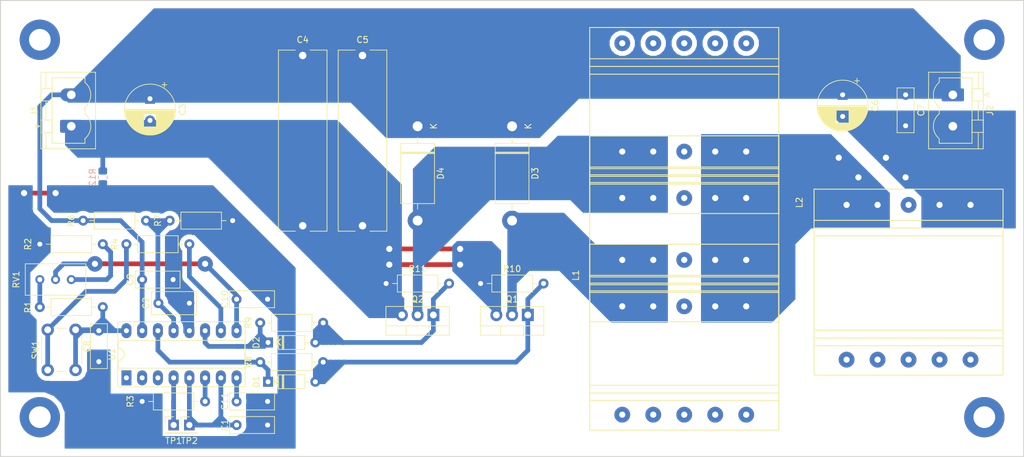
<source format=kicad_pcb>
(kicad_pcb (version 20171130) (host pcbnew 5.0.2-bee76a0~70~ubuntu18.04.1)

  (general
    (thickness 1.6)
    (drawings 4)
    (tracks 298)
    (zones 0)
    (modules 37)
    (nets 26)
  )

  (page A4)
  (layers
    (0 F.Cu signal)
    (31 B.Cu signal)
    (32 B.Adhes user)
    (33 F.Adhes user)
    (34 B.Paste user)
    (35 F.Paste user)
    (36 B.SilkS user)
    (37 F.SilkS user)
    (38 B.Mask user)
    (39 F.Mask user)
    (40 Dwgs.User user)
    (41 Cmts.User user)
    (42 Eco1.User user)
    (43 Eco2.User user)
    (44 Edge.Cuts user)
    (45 Margin user)
    (46 B.CrtYd user hide)
    (47 F.CrtYd user hide)
    (48 B.Fab user hide)
    (49 F.Fab user hide)
  )

  (setup
    (last_trace_width 0.762)
    (trace_clearance 0.762)
    (zone_clearance 0.762)
    (zone_45_only no)
    (trace_min 0.2)
    (segment_width 0.2)
    (edge_width 0.15)
    (via_size 2.5)
    (via_drill 1)
    (via_min_size 0.4)
    (via_min_drill 0.3)
    (uvia_size 0.3)
    (uvia_drill 0.1)
    (uvias_allowed no)
    (uvia_min_size 0.2)
    (uvia_min_drill 0.1)
    (pcb_text_width 0.3)
    (pcb_text_size 1.5 1.5)
    (mod_edge_width 0.15)
    (mod_text_size 1 1)
    (mod_text_width 0.15)
    (pad_size 2.54 2.54)
    (pad_drill 1)
    (pad_to_mask_clearance 0.051)
    (solder_mask_min_width 0.25)
    (aux_axis_origin 0 0)
    (visible_elements FFFFFF7F)
    (pcbplotparams
      (layerselection 0x010fc_ffffffff)
      (usegerberextensions false)
      (usegerberattributes false)
      (usegerberadvancedattributes false)
      (creategerberjobfile false)
      (excludeedgelayer true)
      (linewidth 0.100000)
      (plotframeref false)
      (viasonmask false)
      (mode 1)
      (useauxorigin false)
      (hpglpennumber 1)
      (hpglpenspeed 20)
      (hpglpendiameter 15.000000)
      (psnegative false)
      (psa4output false)
      (plotreference true)
      (plotvalue true)
      (plotinvisibletext false)
      (padsonsilk false)
      (subtractmaskfromsilk false)
      (outputformat 1)
      (mirror false)
      (drillshape 1)
      (scaleselection 1)
      (outputdirectory ""))
  )

  (net 0 "")
  (net 1 "Net-(D3-Pad2)")
  (net 2 "Net-(L1-Pad5)")
  (net 3 "Net-(D4-Pad2)")
  (net 4 "Net-(C6-Pad2)")
  (net 5 "Net-(D2-Pad2)")
  (net 6 "Net-(D1-Pad2)")
  (net 7 "Net-(D2-Pad1)")
  (net 8 "Net-(D1-Pad1)")
  (net 9 "Net-(C2-Pad2)")
  (net 10 +24V)
  (net 11 "Net-(R4-Pad1)")
  (net 12 "Net-(R4-Pad2)")
  (net 13 "Net-(R3-Pad2)")
  (net 14 "Net-(R2-Pad2)")
  (net 15 "Net-(R1-Pad1)")
  (net 16 "Net-(U1-Pad3)")
  (net 17 "Net-(TP1-Pad1)")
  (net 18 "Net-(C1-Pad1)")
  (net 19 "Net-(C8-Pad1)")
  (net 20 "Net-(C10-Pad1)")
  (net 21 GNDPWR)
  (net 22 GNDA)
  (net 23 "Net-(C11-Pad1)")
  (net 24 "Net-(U1-Pad1)")
  (net 25 "Net-(U1-Pad2)")

  (net_class Default "This is the default net class."
    (clearance 0.762)
    (trace_width 0.762)
    (via_dia 2.5)
    (via_drill 1)
    (uvia_dia 0.3)
    (uvia_drill 0.1)
    (add_net +24V)
    (add_net GNDA)
    (add_net GNDPWR)
    (add_net "Net-(C1-Pad1)")
    (add_net "Net-(C10-Pad1)")
    (add_net "Net-(C11-Pad1)")
    (add_net "Net-(C2-Pad2)")
    (add_net "Net-(C6-Pad2)")
    (add_net "Net-(C8-Pad1)")
    (add_net "Net-(D1-Pad1)")
    (add_net "Net-(D1-Pad2)")
    (add_net "Net-(D2-Pad1)")
    (add_net "Net-(D2-Pad2)")
    (add_net "Net-(D3-Pad2)")
    (add_net "Net-(D4-Pad2)")
    (add_net "Net-(L1-Pad5)")
    (add_net "Net-(R1-Pad1)")
    (add_net "Net-(R2-Pad2)")
    (add_net "Net-(R3-Pad2)")
    (add_net "Net-(R4-Pad1)")
    (add_net "Net-(R4-Pad2)")
    (add_net "Net-(TP1-Pad1)")
    (add_net "Net-(U1-Pad1)")
    (add_net "Net-(U1-Pad2)")
    (add_net "Net-(U1-Pad3)")
  )

  (module Resistor_THT:R_Axial_DIN0207_L6.3mm_D2.5mm_P10.16mm_Horizontal (layer F.Cu) (tedit 5AE5139B) (tstamp 5D13B253)
    (at 90.17 110.49 180)
    (descr "Resistor, Axial_DIN0207 series, Axial, Horizontal, pin pitch=10.16mm, 0.25W = 1/4W, length*diameter=6.3*2.5mm^2, http://cdn-reichelt.de/documents/datenblatt/B400/1_4W%23YAG.pdf")
    (tags "Resistor Axial_DIN0207 series Axial Horizontal pin pitch 10.16mm 0.25W = 1/4W length 6.3mm diameter 2.5mm")
    (path /5D0DA493)
    (fp_text reference R4 (at 12.065 0 270) (layer F.SilkS)
      (effects (font (size 1 1) (thickness 0.15)))
    )
    (fp_text value 2k (at 5.08 2.37 180) (layer F.Fab)
      (effects (font (size 1 1) (thickness 0.15)))
    )
    (fp_line (start 1.93 -1.25) (end 1.93 1.25) (layer F.Fab) (width 0.1))
    (fp_line (start 1.93 1.25) (end 8.23 1.25) (layer F.Fab) (width 0.1))
    (fp_line (start 8.23 1.25) (end 8.23 -1.25) (layer F.Fab) (width 0.1))
    (fp_line (start 8.23 -1.25) (end 1.93 -1.25) (layer F.Fab) (width 0.1))
    (fp_line (start 0 0) (end 1.93 0) (layer F.Fab) (width 0.1))
    (fp_line (start 10.16 0) (end 8.23 0) (layer F.Fab) (width 0.1))
    (fp_line (start 1.81 -1.37) (end 1.81 1.37) (layer F.SilkS) (width 0.12))
    (fp_line (start 1.81 1.37) (end 8.35 1.37) (layer F.SilkS) (width 0.12))
    (fp_line (start 8.35 1.37) (end 8.35 -1.37) (layer F.SilkS) (width 0.12))
    (fp_line (start 8.35 -1.37) (end 1.81 -1.37) (layer F.SilkS) (width 0.12))
    (fp_line (start 1.04 0) (end 1.81 0) (layer F.SilkS) (width 0.12))
    (fp_line (start 9.12 0) (end 8.35 0) (layer F.SilkS) (width 0.12))
    (fp_line (start -1.05 -1.5) (end -1.05 1.5) (layer F.CrtYd) (width 0.05))
    (fp_line (start -1.05 1.5) (end 11.21 1.5) (layer F.CrtYd) (width 0.05))
    (fp_line (start 11.21 1.5) (end 11.21 -1.5) (layer F.CrtYd) (width 0.05))
    (fp_line (start 11.21 -1.5) (end -1.05 -1.5) (layer F.CrtYd) (width 0.05))
    (fp_text user %R (at 5.08 0 180) (layer F.Fab)
      (effects (font (size 1 1) (thickness 0.15)))
    )
    (pad 1 thru_hole circle (at 0 0 180) (size 1.6 1.6) (drill 0.8) (layers *.Cu *.Mask)
      (net 11 "Net-(R4-Pad1)"))
    (pad 2 thru_hole oval (at 10.16 0 180) (size 1.6 1.6) (drill 0.8) (layers *.Cu *.Mask)
      (net 12 "Net-(R4-Pad2)"))
    (model ${KISYS3DMOD}/Resistor_THT.3dshapes/R_Axial_DIN0207_L6.3mm_D2.5mm_P10.16mm_Horizontal.wrl
      (at (xyz 0 0 0))
      (scale (xyz 1 1 1))
      (rotate (xyz 0 0 0))
    )
  )

  (module Resistor_THT:R_Axial_DIN0207_L6.3mm_D2.5mm_P10.16mm_Horizontal (layer F.Cu) (tedit 5AE5139B) (tstamp 5D13B1F7)
    (at 101.6 123.19)
    (descr "Resistor, Axial_DIN0207 series, Axial, Horizontal, pin pitch=10.16mm, 0.25W = 1/4W, length*diameter=6.3*2.5mm^2, http://cdn-reichelt.de/documents/datenblatt/B400/1_4W%23YAG.pdf")
    (tags "Resistor Axial_DIN0207 series Axial Horizontal pin pitch 10.16mm 0.25W = 1/4W length 6.3mm diameter 2.5mm")
    (path /5D0723E0)
    (fp_text reference R9 (at -1.905 0 90) (layer F.SilkS)
      (effects (font (size 1 1) (thickness 0.15)))
    )
    (fp_text value 22 (at 5.08 2.37) (layer F.Fab)
      (effects (font (size 1 1) (thickness 0.15)))
    )
    (fp_line (start 1.93 -1.25) (end 1.93 1.25) (layer F.Fab) (width 0.1))
    (fp_line (start 1.93 1.25) (end 8.23 1.25) (layer F.Fab) (width 0.1))
    (fp_line (start 8.23 1.25) (end 8.23 -1.25) (layer F.Fab) (width 0.1))
    (fp_line (start 8.23 -1.25) (end 1.93 -1.25) (layer F.Fab) (width 0.1))
    (fp_line (start 0 0) (end 1.93 0) (layer F.Fab) (width 0.1))
    (fp_line (start 10.16 0) (end 8.23 0) (layer F.Fab) (width 0.1))
    (fp_line (start 1.81 -1.37) (end 1.81 1.37) (layer F.SilkS) (width 0.12))
    (fp_line (start 1.81 1.37) (end 8.35 1.37) (layer F.SilkS) (width 0.12))
    (fp_line (start 8.35 1.37) (end 8.35 -1.37) (layer F.SilkS) (width 0.12))
    (fp_line (start 8.35 -1.37) (end 1.81 -1.37) (layer F.SilkS) (width 0.12))
    (fp_line (start 1.04 0) (end 1.81 0) (layer F.SilkS) (width 0.12))
    (fp_line (start 9.12 0) (end 8.35 0) (layer F.SilkS) (width 0.12))
    (fp_line (start -1.05 -1.5) (end -1.05 1.5) (layer F.CrtYd) (width 0.05))
    (fp_line (start -1.05 1.5) (end 11.21 1.5) (layer F.CrtYd) (width 0.05))
    (fp_line (start 11.21 1.5) (end 11.21 -1.5) (layer F.CrtYd) (width 0.05))
    (fp_line (start 11.21 -1.5) (end -1.05 -1.5) (layer F.CrtYd) (width 0.05))
    (fp_text user %R (at 5.08 0) (layer F.Fab)
      (effects (font (size 1 1) (thickness 0.15)))
    )
    (pad 1 thru_hole circle (at 0 0) (size 1.6 1.6) (drill 0.8) (layers *.Cu *.Mask)
      (net 7 "Net-(D2-Pad1)"))
    (pad 2 thru_hole oval (at 10.16 0) (size 1.6 1.6) (drill 0.8) (layers *.Cu *.Mask)
      (net 5 "Net-(D2-Pad2)"))
    (model ${KISYS3DMOD}/Resistor_THT.3dshapes/R_Axial_DIN0207_L6.3mm_D2.5mm_P10.16mm_Horizontal.wrl
      (at (xyz 0 0 0))
      (scale (xyz 1 1 1))
      (rotate (xyz 0 0 0))
    )
  )

  (module Capacitor_THT:C_Rect_L7.0mm_W2.5mm_P5.00mm (layer F.Cu) (tedit 5AE50EF0) (tstamp 5D13B442)
    (at 97.79 139.7)
    (descr "C, Rect series, Radial, pin pitch=5.00mm, , length*width=7*2.5mm^2, Capacitor")
    (tags "C Rect series Radial pin pitch 5.00mm  length 7mm width 2.5mm Capacitor")
    (path /5D03F681)
    (fp_text reference C1 (at -1.905 0 90) (layer F.SilkS)
      (effects (font (size 1 1) (thickness 0.15)))
    )
    (fp_text value 10nF (at 2.5 2.5) (layer F.Fab)
      (effects (font (size 1 1) (thickness 0.15)))
    )
    (fp_text user %R (at 2.5 0) (layer F.Fab)
      (effects (font (size 1 1) (thickness 0.15)))
    )
    (fp_line (start 6.25 -1.5) (end -1.25 -1.5) (layer F.CrtYd) (width 0.05))
    (fp_line (start 6.25 1.5) (end 6.25 -1.5) (layer F.CrtYd) (width 0.05))
    (fp_line (start -1.25 1.5) (end 6.25 1.5) (layer F.CrtYd) (width 0.05))
    (fp_line (start -1.25 -1.5) (end -1.25 1.5) (layer F.CrtYd) (width 0.05))
    (fp_line (start 6.12 -1.37) (end 6.12 1.37) (layer F.SilkS) (width 0.12))
    (fp_line (start -1.12 -1.37) (end -1.12 1.37) (layer F.SilkS) (width 0.12))
    (fp_line (start -1.12 1.37) (end 6.12 1.37) (layer F.SilkS) (width 0.12))
    (fp_line (start -1.12 -1.37) (end 6.12 -1.37) (layer F.SilkS) (width 0.12))
    (fp_line (start 6 -1.25) (end -1 -1.25) (layer F.Fab) (width 0.1))
    (fp_line (start 6 1.25) (end 6 -1.25) (layer F.Fab) (width 0.1))
    (fp_line (start -1 1.25) (end 6 1.25) (layer F.Fab) (width 0.1))
    (fp_line (start -1 -1.25) (end -1 1.25) (layer F.Fab) (width 0.1))
    (pad 2 thru_hole circle (at 5 0) (size 1.6 1.6) (drill 0.8) (layers *.Cu *.Mask)
      (net 22 GNDA))
    (pad 1 thru_hole circle (at 0 0) (size 1.6 1.6) (drill 0.8) (layers *.Cu *.Mask)
      (net 18 "Net-(C1-Pad1)"))
    (model ${KISYS3DMOD}/Capacitor_THT.3dshapes/C_Rect_L7.0mm_W2.5mm_P5.00mm.wrl
      (at (xyz 0 0 0))
      (scale (xyz 1 1 1))
      (rotate (xyz 0 0 0))
    )
  )

  (module Resistor_SMD:R_0805_2012Metric_Pad1.15x1.40mm_HandSolder (layer B.Cu) (tedit 5B36C52B) (tstamp 5D08767D)
    (at 76.2 99.695 270)
    (descr "Resistor SMD 0805 (2012 Metric), square (rectangular) end terminal, IPC_7351 nominal with elongated pad for handsoldering. (Body size source: https://docs.google.com/spreadsheets/d/1BsfQQcO9C6DZCsRaXUlFlo91Tg2WpOkGARC1WS5S8t0/edit?usp=sharing), generated with kicad-footprint-generator")
    (tags "resistor handsolder")
    (path /5D09AEAF)
    (attr smd)
    (fp_text reference R12 (at 0 1.65 270) (layer B.SilkS)
      (effects (font (size 1 1) (thickness 0.15)) (justify mirror))
    )
    (fp_text value 0R (at 0 -1.65 270) (layer B.Fab)
      (effects (font (size 1 1) (thickness 0.15)) (justify mirror))
    )
    (fp_line (start -1 -0.6) (end -1 0.6) (layer B.Fab) (width 0.1))
    (fp_line (start -1 0.6) (end 1 0.6) (layer B.Fab) (width 0.1))
    (fp_line (start 1 0.6) (end 1 -0.6) (layer B.Fab) (width 0.1))
    (fp_line (start 1 -0.6) (end -1 -0.6) (layer B.Fab) (width 0.1))
    (fp_line (start -0.261252 0.71) (end 0.261252 0.71) (layer B.SilkS) (width 0.12))
    (fp_line (start -0.261252 -0.71) (end 0.261252 -0.71) (layer B.SilkS) (width 0.12))
    (fp_line (start -1.85 -0.95) (end -1.85 0.95) (layer B.CrtYd) (width 0.05))
    (fp_line (start -1.85 0.95) (end 1.85 0.95) (layer B.CrtYd) (width 0.05))
    (fp_line (start 1.85 0.95) (end 1.85 -0.95) (layer B.CrtYd) (width 0.05))
    (fp_line (start 1.85 -0.95) (end -1.85 -0.95) (layer B.CrtYd) (width 0.05))
    (fp_text user %R (at 0 0 270) (layer B.Fab)
      (effects (font (size 0.5 0.5) (thickness 0.08)) (justify mirror))
    )
    (pad 1 smd roundrect (at -1.025 0 270) (size 1.15 1.4) (layers B.Cu B.Paste B.Mask) (roundrect_rratio 0.217391)
      (net 21 GNDPWR))
    (pad 2 smd roundrect (at 1.025 0 270) (size 1.15 1.4) (layers B.Cu B.Paste B.Mask) (roundrect_rratio 0.217391)
      (net 22 GNDA))
    (model ${KISYS3DMOD}/Resistor_SMD.3dshapes/R_0805_2012Metric.wrl
      (at (xyz 0 0 0))
      (scale (xyz 1 1 1))
      (rotate (xyz 0 0 0))
    )
  )

  (module Capacitor_THT:C_Rect_L7.0mm_W2.5mm_P5.00mm (layer F.Cu) (tedit 5AE50EF0) (tstamp 5D082880)
    (at 97.79 135.89)
    (descr "C, Rect series, Radial, pin pitch=5.00mm, , length*width=7*2.5mm^2, Capacitor")
    (tags "C Rect series Radial pin pitch 5.00mm  length 7mm width 2.5mm Capacitor")
    (path /5D0CBF7D)
    (fp_text reference C11 (at -1.905 0 90) (layer F.SilkS)
      (effects (font (size 1 1) (thickness 0.15)))
    )
    (fp_text value 1uF (at 2.5 2.5) (layer F.Fab)
      (effects (font (size 1 1) (thickness 0.15)))
    )
    (fp_line (start -1 -1.25) (end -1 1.25) (layer F.Fab) (width 0.1))
    (fp_line (start -1 1.25) (end 6 1.25) (layer F.Fab) (width 0.1))
    (fp_line (start 6 1.25) (end 6 -1.25) (layer F.Fab) (width 0.1))
    (fp_line (start 6 -1.25) (end -1 -1.25) (layer F.Fab) (width 0.1))
    (fp_line (start -1.12 -1.37) (end 6.12 -1.37) (layer F.SilkS) (width 0.12))
    (fp_line (start -1.12 1.37) (end 6.12 1.37) (layer F.SilkS) (width 0.12))
    (fp_line (start -1.12 -1.37) (end -1.12 1.37) (layer F.SilkS) (width 0.12))
    (fp_line (start 6.12 -1.37) (end 6.12 1.37) (layer F.SilkS) (width 0.12))
    (fp_line (start -1.25 -1.5) (end -1.25 1.5) (layer F.CrtYd) (width 0.05))
    (fp_line (start -1.25 1.5) (end 6.25 1.5) (layer F.CrtYd) (width 0.05))
    (fp_line (start 6.25 1.5) (end 6.25 -1.5) (layer F.CrtYd) (width 0.05))
    (fp_line (start 6.25 -1.5) (end -1.25 -1.5) (layer F.CrtYd) (width 0.05))
    (fp_text user %R (at 2.5 0) (layer F.Fab)
      (effects (font (size 1 1) (thickness 0.15)))
    )
    (pad 1 thru_hole circle (at 0 0) (size 1.6 1.6) (drill 0.8) (layers *.Cu *.Mask)
      (net 23 "Net-(C11-Pad1)"))
    (pad 2 thru_hole circle (at 5 0) (size 1.6 1.6) (drill 0.8) (layers *.Cu *.Mask)
      (net 22 GNDA))
    (model ${KISYS3DMOD}/Capacitor_THT.3dshapes/C_Rect_L7.0mm_W2.5mm_P5.00mm.wrl
      (at (xyz 0 0 0))
      (scale (xyz 1 1 1))
      (rotate (xyz 0 0 0))
    )
  )

  (module Connector_PinHeader_2.54mm:PinHeader_1x01_P2.54mm_Vertical (layer F.Cu) (tedit 59FED5CC) (tstamp 5D07878F)
    (at 90.17 139.7)
    (descr "Through hole straight pin header, 1x01, 2.54mm pitch, single row")
    (tags "Through hole pin header THT 1x01 2.54mm single row")
    (path /5D080200)
    (fp_text reference TP2 (at 0 2.54) (layer F.SilkS)
      (effects (font (size 1 1) (thickness 0.15)))
    )
    (fp_text value TestPoint (at 0 2.33) (layer F.Fab)
      (effects (font (size 1 1) (thickness 0.15)))
    )
    (fp_line (start -0.635 -1.27) (end 1.27 -1.27) (layer F.Fab) (width 0.1))
    (fp_line (start 1.27 -1.27) (end 1.27 1.27) (layer F.Fab) (width 0.1))
    (fp_line (start 1.27 1.27) (end -1.27 1.27) (layer F.Fab) (width 0.1))
    (fp_line (start -1.27 1.27) (end -1.27 -0.635) (layer F.Fab) (width 0.1))
    (fp_line (start -1.27 -0.635) (end -0.635 -1.27) (layer F.Fab) (width 0.1))
    (fp_line (start -1.33 1.33) (end 1.33 1.33) (layer F.SilkS) (width 0.12))
    (fp_line (start -1.33 1.27) (end -1.33 1.33) (layer F.SilkS) (width 0.12))
    (fp_line (start 1.33 1.27) (end 1.33 1.33) (layer F.SilkS) (width 0.12))
    (fp_line (start -1.33 1.27) (end 1.33 1.27) (layer F.SilkS) (width 0.12))
    (fp_line (start -1.33 0) (end -1.33 -1.33) (layer F.SilkS) (width 0.12))
    (fp_line (start -1.33 -1.33) (end 0 -1.33) (layer F.SilkS) (width 0.12))
    (fp_line (start -1.8 -1.8) (end -1.8 1.8) (layer F.CrtYd) (width 0.05))
    (fp_line (start -1.8 1.8) (end 1.8 1.8) (layer F.CrtYd) (width 0.05))
    (fp_line (start 1.8 1.8) (end 1.8 -1.8) (layer F.CrtYd) (width 0.05))
    (fp_line (start 1.8 -1.8) (end -1.8 -1.8) (layer F.CrtYd) (width 0.05))
    (fp_text user %R (at 0 0 90) (layer F.Fab)
      (effects (font (size 1 1) (thickness 0.15)))
    )
    (pad 1 thru_hole rect (at 0 0) (size 1.7 1.7) (drill 1) (layers *.Cu *.Mask)
      (net 18 "Net-(C1-Pad1)"))
    (model ${KISYS3DMOD}/Connector_PinHeader_2.54mm.3dshapes/PinHeader_1x01_P2.54mm_Vertical.wrl
      (at (xyz 0 0 0))
      (scale (xyz 1 1 1))
      (rotate (xyz 0 0 0))
    )
  )

  (module Button_Switch_THT:SW_PUSH_6mm_H5mm (layer F.Cu) (tedit 5A02FE31) (tstamp 5D13B5DD)
    (at 67.31 130.81 90)
    (descr "tactile push button, 6x6mm e.g. PHAP33xx series, height=5mm")
    (tags "tact sw push 6mm")
    (path /5D0A1903)
    (fp_text reference SW1 (at 3.25 -2 90) (layer F.SilkS)
      (effects (font (size 1 1) (thickness 0.15)))
    )
    (fp_text value SW_Push (at 3.75 6.7 90) (layer F.Fab)
      (effects (font (size 1 1) (thickness 0.15)))
    )
    (fp_text user %R (at 3.25 2.25 90) (layer F.Fab)
      (effects (font (size 1 1) (thickness 0.15)))
    )
    (fp_line (start 3.25 -0.75) (end 6.25 -0.75) (layer F.Fab) (width 0.1))
    (fp_line (start 6.25 -0.75) (end 6.25 5.25) (layer F.Fab) (width 0.1))
    (fp_line (start 6.25 5.25) (end 0.25 5.25) (layer F.Fab) (width 0.1))
    (fp_line (start 0.25 5.25) (end 0.25 -0.75) (layer F.Fab) (width 0.1))
    (fp_line (start 0.25 -0.75) (end 3.25 -0.75) (layer F.Fab) (width 0.1))
    (fp_line (start 7.75 6) (end 8 6) (layer F.CrtYd) (width 0.05))
    (fp_line (start 8 6) (end 8 5.75) (layer F.CrtYd) (width 0.05))
    (fp_line (start 7.75 -1.5) (end 8 -1.5) (layer F.CrtYd) (width 0.05))
    (fp_line (start 8 -1.5) (end 8 -1.25) (layer F.CrtYd) (width 0.05))
    (fp_line (start -1.5 -1.25) (end -1.5 -1.5) (layer F.CrtYd) (width 0.05))
    (fp_line (start -1.5 -1.5) (end -1.25 -1.5) (layer F.CrtYd) (width 0.05))
    (fp_line (start -1.5 5.75) (end -1.5 6) (layer F.CrtYd) (width 0.05))
    (fp_line (start -1.5 6) (end -1.25 6) (layer F.CrtYd) (width 0.05))
    (fp_line (start -1.25 -1.5) (end 7.75 -1.5) (layer F.CrtYd) (width 0.05))
    (fp_line (start -1.5 5.75) (end -1.5 -1.25) (layer F.CrtYd) (width 0.05))
    (fp_line (start 7.75 6) (end -1.25 6) (layer F.CrtYd) (width 0.05))
    (fp_line (start 8 -1.25) (end 8 5.75) (layer F.CrtYd) (width 0.05))
    (fp_line (start 1 5.5) (end 5.5 5.5) (layer F.SilkS) (width 0.12))
    (fp_line (start -0.25 1.5) (end -0.25 3) (layer F.SilkS) (width 0.12))
    (fp_line (start 5.5 -1) (end 1 -1) (layer F.SilkS) (width 0.12))
    (fp_line (start 6.75 3) (end 6.75 1.5) (layer F.SilkS) (width 0.12))
    (fp_circle (center 3.25 2.25) (end 1.25 2.5) (layer F.Fab) (width 0.1))
    (pad 2 thru_hole circle (at 0 4.5 180) (size 2 2) (drill 1.1) (layers *.Cu *.Mask)
      (net 19 "Net-(C8-Pad1)"))
    (pad 1 thru_hole circle (at 0 0 180) (size 2 2) (drill 1.1) (layers *.Cu *.Mask)
      (net 12 "Net-(R4-Pad2)"))
    (pad 2 thru_hole circle (at 6.5 4.5 180) (size 2 2) (drill 1.1) (layers *.Cu *.Mask)
      (net 19 "Net-(C8-Pad1)"))
    (pad 1 thru_hole circle (at 6.5 0 180) (size 2 2) (drill 1.1) (layers *.Cu *.Mask)
      (net 12 "Net-(R4-Pad2)"))
    (model ${KISYS3DMOD}/Button_Switch_THT.3dshapes/SW_PUSH_6mm_H5mm.wrl
      (at (xyz 0 0 0))
      (scale (xyz 1 1 1))
      (rotate (xyz 0 0 0))
    )
  )

  (module Capacitor_THT:C_Rect_L7.0mm_W2.5mm_P5.00mm (layer F.Cu) (tedit 5AE50EF0) (tstamp 5D0745A0)
    (at 97.79 119.38)
    (descr "C, Rect series, Radial, pin pitch=5.00mm, , length*width=7*2.5mm^2, Capacitor")
    (tags "C Rect series Radial pin pitch 5.00mm  length 7mm width 2.5mm Capacitor")
    (path /5D0BC39F)
    (fp_text reference C10 (at -1.905 0 90) (layer F.SilkS)
      (effects (font (size 1 1) (thickness 0.15)))
    )
    (fp_text value 10nF (at 2.5 2.5) (layer F.Fab)
      (effects (font (size 1 1) (thickness 0.15)))
    )
    (fp_line (start -1 -1.25) (end -1 1.25) (layer F.Fab) (width 0.1))
    (fp_line (start -1 1.25) (end 6 1.25) (layer F.Fab) (width 0.1))
    (fp_line (start 6 1.25) (end 6 -1.25) (layer F.Fab) (width 0.1))
    (fp_line (start 6 -1.25) (end -1 -1.25) (layer F.Fab) (width 0.1))
    (fp_line (start -1.12 -1.37) (end 6.12 -1.37) (layer F.SilkS) (width 0.12))
    (fp_line (start -1.12 1.37) (end 6.12 1.37) (layer F.SilkS) (width 0.12))
    (fp_line (start -1.12 -1.37) (end -1.12 1.37) (layer F.SilkS) (width 0.12))
    (fp_line (start 6.12 -1.37) (end 6.12 1.37) (layer F.SilkS) (width 0.12))
    (fp_line (start -1.25 -1.5) (end -1.25 1.5) (layer F.CrtYd) (width 0.05))
    (fp_line (start -1.25 1.5) (end 6.25 1.5) (layer F.CrtYd) (width 0.05))
    (fp_line (start 6.25 1.5) (end 6.25 -1.5) (layer F.CrtYd) (width 0.05))
    (fp_line (start 6.25 -1.5) (end -1.25 -1.5) (layer F.CrtYd) (width 0.05))
    (fp_text user %R (at 2.5 0) (layer F.Fab)
      (effects (font (size 1 1) (thickness 0.15)))
    )
    (pad 1 thru_hole circle (at 0 0) (size 1.6 1.6) (drill 0.8) (layers *.Cu *.Mask)
      (net 20 "Net-(C10-Pad1)"))
    (pad 2 thru_hole circle (at 5 0) (size 1.6 1.6) (drill 0.8) (layers *.Cu *.Mask)
      (net 22 GNDA))
    (model ${KISYS3DMOD}/Capacitor_THT.3dshapes/C_Rect_L7.0mm_W2.5mm_P5.00mm.wrl
      (at (xyz 0 0 0))
      (scale (xyz 1 1 1))
      (rotate (xyz 0 0 0))
    )
  )

  (module Capacitor_THT:C_Rect_L7.0mm_W2.5mm_P5.00mm (layer F.Cu) (tedit 5AE50EF0) (tstamp 5D072CA6)
    (at 82.55 116.205)
    (descr "C, Rect series, Radial, pin pitch=5.00mm, , length*width=7*2.5mm^2, Capacitor")
    (tags "C Rect series Radial pin pitch 5.00mm  length 7mm width 2.5mm Capacitor")
    (path /5D0A85B6)
    (fp_text reference C9 (at -1.905 0 90) (layer F.SilkS)
      (effects (font (size 1 1) (thickness 0.15)))
    )
    (fp_text value 100nF (at 2.5 2.5) (layer F.Fab)
      (effects (font (size 1 1) (thickness 0.15)))
    )
    (fp_line (start -1 -1.25) (end -1 1.25) (layer F.Fab) (width 0.1))
    (fp_line (start -1 1.25) (end 6 1.25) (layer F.Fab) (width 0.1))
    (fp_line (start 6 1.25) (end 6 -1.25) (layer F.Fab) (width 0.1))
    (fp_line (start 6 -1.25) (end -1 -1.25) (layer F.Fab) (width 0.1))
    (fp_line (start -1.12 -1.37) (end 6.12 -1.37) (layer F.SilkS) (width 0.12))
    (fp_line (start -1.12 1.37) (end 6.12 1.37) (layer F.SilkS) (width 0.12))
    (fp_line (start -1.12 -1.37) (end -1.12 1.37) (layer F.SilkS) (width 0.12))
    (fp_line (start 6.12 -1.37) (end 6.12 1.37) (layer F.SilkS) (width 0.12))
    (fp_line (start -1.25 -1.5) (end -1.25 1.5) (layer F.CrtYd) (width 0.05))
    (fp_line (start -1.25 1.5) (end 6.25 1.5) (layer F.CrtYd) (width 0.05))
    (fp_line (start 6.25 1.5) (end 6.25 -1.5) (layer F.CrtYd) (width 0.05))
    (fp_line (start 6.25 -1.5) (end -1.25 -1.5) (layer F.CrtYd) (width 0.05))
    (fp_text user %R (at 2.5 0) (layer F.Fab)
      (effects (font (size 1 1) (thickness 0.15)))
    )
    (pad 1 thru_hole circle (at 0 0) (size 1.6 1.6) (drill 0.8) (layers *.Cu *.Mask)
      (net 10 +24V))
    (pad 2 thru_hole circle (at 5 0) (size 1.6 1.6) (drill 0.8) (layers *.Cu *.Mask)
      (net 22 GNDA))
    (model ${KISYS3DMOD}/Capacitor_THT.3dshapes/C_Rect_L7.0mm_W2.5mm_P5.00mm.wrl
      (at (xyz 0 0 0))
      (scale (xyz 1 1 1))
      (rotate (xyz 0 0 0))
    )
  )

  (module Capacitor_THT:C_Rect_L7.0mm_W3.5mm_P5.00mm (layer F.Cu) (tedit 5AE50EF0) (tstamp 5D13B41C)
    (at 90.17 120.015 180)
    (descr "C, Rect series, Radial, pin pitch=5.00mm, , length*width=7*3.5mm^2, Capacitor")
    (tags "C Rect series Radial pin pitch 5.00mm  length 7mm width 3.5mm Capacitor")
    (path /5D04F93B)
    (fp_text reference C2 (at 6.985 0 270) (layer F.SilkS)
      (effects (font (size 1 1) (thickness 0.15)))
    )
    (fp_text value 470nF (at 2.5 3 180) (layer F.Fab)
      (effects (font (size 1 1) (thickness 0.15)))
    )
    (fp_line (start -1 -1.75) (end -1 1.75) (layer F.Fab) (width 0.1))
    (fp_line (start -1 1.75) (end 6 1.75) (layer F.Fab) (width 0.1))
    (fp_line (start 6 1.75) (end 6 -1.75) (layer F.Fab) (width 0.1))
    (fp_line (start 6 -1.75) (end -1 -1.75) (layer F.Fab) (width 0.1))
    (fp_line (start -1.12 -1.87) (end 6.12 -1.87) (layer F.SilkS) (width 0.12))
    (fp_line (start -1.12 1.87) (end 6.12 1.87) (layer F.SilkS) (width 0.12))
    (fp_line (start -1.12 -1.87) (end -1.12 1.87) (layer F.SilkS) (width 0.12))
    (fp_line (start 6.12 -1.87) (end 6.12 1.87) (layer F.SilkS) (width 0.12))
    (fp_line (start -1.25 -2) (end -1.25 2) (layer F.CrtYd) (width 0.05))
    (fp_line (start -1.25 2) (end 6.25 2) (layer F.CrtYd) (width 0.05))
    (fp_line (start 6.25 2) (end 6.25 -2) (layer F.CrtYd) (width 0.05))
    (fp_line (start 6.25 -2) (end -1.25 -2) (layer F.CrtYd) (width 0.05))
    (fp_text user %R (at 2.5 0 180) (layer F.Fab)
      (effects (font (size 1 1) (thickness 0.15)))
    )
    (pad 1 thru_hole circle (at 0 0 180) (size 1.6 1.6) (drill 0.8) (layers *.Cu *.Mask)
      (net 22 GNDA))
    (pad 2 thru_hole circle (at 5 0 180) (size 1.6 1.6) (drill 0.8) (layers *.Cu *.Mask)
      (net 9 "Net-(C2-Pad2)"))
    (model ${KISYS3DMOD}/Capacitor_THT.3dshapes/C_Rect_L7.0mm_W3.5mm_P5.00mm.wrl
      (at (xyz 0 0 0))
      (scale (xyz 1 1 1))
      (rotate (xyz 0 0 0))
    )
  )

  (module Resistor_THT:R_Axial_DIN0207_L6.3mm_D2.5mm_P10.16mm_Horizontal (layer F.Cu) (tedit 5AE5139B) (tstamp 5D13B23C)
    (at 73.025 106.68)
    (descr "Resistor, Axial_DIN0207 series, Axial, Horizontal, pin pitch=10.16mm, 0.25W = 1/4W, length*diameter=6.3*2.5mm^2, http://cdn-reichelt.de/documents/datenblatt/B400/1_4W%23YAG.pdf")
    (tags "Resistor Axial_DIN0207 series Axial Horizontal pin pitch 10.16mm 0.25W = 1/4W length 6.3mm diameter 2.5mm")
    (path /5D04E9D4)
    (fp_text reference R6 (at -1.905 0 90) (layer F.SilkS)
      (effects (font (size 1 1) (thickness 0.15)))
    )
    (fp_text value 820 (at 5.08 2.37) (layer F.Fab)
      (effects (font (size 1 1) (thickness 0.15)))
    )
    (fp_text user %R (at 5.08 0) (layer F.Fab)
      (effects (font (size 1 1) (thickness 0.15)))
    )
    (fp_line (start 11.21 -1.5) (end -1.05 -1.5) (layer F.CrtYd) (width 0.05))
    (fp_line (start 11.21 1.5) (end 11.21 -1.5) (layer F.CrtYd) (width 0.05))
    (fp_line (start -1.05 1.5) (end 11.21 1.5) (layer F.CrtYd) (width 0.05))
    (fp_line (start -1.05 -1.5) (end -1.05 1.5) (layer F.CrtYd) (width 0.05))
    (fp_line (start 9.12 0) (end 8.35 0) (layer F.SilkS) (width 0.12))
    (fp_line (start 1.04 0) (end 1.81 0) (layer F.SilkS) (width 0.12))
    (fp_line (start 8.35 -1.37) (end 1.81 -1.37) (layer F.SilkS) (width 0.12))
    (fp_line (start 8.35 1.37) (end 8.35 -1.37) (layer F.SilkS) (width 0.12))
    (fp_line (start 1.81 1.37) (end 8.35 1.37) (layer F.SilkS) (width 0.12))
    (fp_line (start 1.81 -1.37) (end 1.81 1.37) (layer F.SilkS) (width 0.12))
    (fp_line (start 10.16 0) (end 8.23 0) (layer F.Fab) (width 0.1))
    (fp_line (start 0 0) (end 1.93 0) (layer F.Fab) (width 0.1))
    (fp_line (start 8.23 -1.25) (end 1.93 -1.25) (layer F.Fab) (width 0.1))
    (fp_line (start 8.23 1.25) (end 8.23 -1.25) (layer F.Fab) (width 0.1))
    (fp_line (start 1.93 1.25) (end 8.23 1.25) (layer F.Fab) (width 0.1))
    (fp_line (start 1.93 -1.25) (end 1.93 1.25) (layer F.Fab) (width 0.1))
    (pad 2 thru_hole oval (at 10.16 0) (size 1.6 1.6) (drill 0.8) (layers *.Cu *.Mask)
      (net 9 "Net-(C2-Pad2)"))
    (pad 1 thru_hole circle (at 0 0) (size 1.6 1.6) (drill 0.8) (layers *.Cu *.Mask)
      (net 10 +24V))
    (model ${KISYS3DMOD}/Resistor_THT.3dshapes/R_Axial_DIN0207_L6.3mm_D2.5mm_P10.16mm_Horizontal.wrl
      (at (xyz 0 0 0))
      (scale (xyz 1 1 1))
      (rotate (xyz 0 0 0))
    )
  )

  (module Resistor_THT:R_Axial_DIN0207_L6.3mm_D2.5mm_P10.16mm_Horizontal (layer F.Cu) (tedit 5AE5139B) (tstamp 5D13B298)
    (at 66.04 120.65)
    (descr "Resistor, Axial_DIN0207 series, Axial, Horizontal, pin pitch=10.16mm, 0.25W = 1/4W, length*diameter=6.3*2.5mm^2, http://cdn-reichelt.de/documents/datenblatt/B400/1_4W%23YAG.pdf")
    (tags "Resistor Axial_DIN0207 series Axial Horizontal pin pitch 10.16mm 0.25W = 1/4W length 6.3mm diameter 2.5mm")
    (path /5D03E4B1)
    (fp_text reference R1 (at -1.905 0 90) (layer F.SilkS)
      (effects (font (size 1 1) (thickness 0.15)))
    )
    (fp_text value R_US (at 5.08 2.37) (layer F.Fab)
      (effects (font (size 1 1) (thickness 0.15)))
    )
    (fp_text user %R (at 5.08 0) (layer F.Fab)
      (effects (font (size 1 1) (thickness 0.15)))
    )
    (fp_line (start 11.21 -1.5) (end -1.05 -1.5) (layer F.CrtYd) (width 0.05))
    (fp_line (start 11.21 1.5) (end 11.21 -1.5) (layer F.CrtYd) (width 0.05))
    (fp_line (start -1.05 1.5) (end 11.21 1.5) (layer F.CrtYd) (width 0.05))
    (fp_line (start -1.05 -1.5) (end -1.05 1.5) (layer F.CrtYd) (width 0.05))
    (fp_line (start 9.12 0) (end 8.35 0) (layer F.SilkS) (width 0.12))
    (fp_line (start 1.04 0) (end 1.81 0) (layer F.SilkS) (width 0.12))
    (fp_line (start 8.35 -1.37) (end 1.81 -1.37) (layer F.SilkS) (width 0.12))
    (fp_line (start 8.35 1.37) (end 8.35 -1.37) (layer F.SilkS) (width 0.12))
    (fp_line (start 1.81 1.37) (end 8.35 1.37) (layer F.SilkS) (width 0.12))
    (fp_line (start 1.81 -1.37) (end 1.81 1.37) (layer F.SilkS) (width 0.12))
    (fp_line (start 10.16 0) (end 8.23 0) (layer F.Fab) (width 0.1))
    (fp_line (start 0 0) (end 1.93 0) (layer F.Fab) (width 0.1))
    (fp_line (start 8.23 -1.25) (end 1.93 -1.25) (layer F.Fab) (width 0.1))
    (fp_line (start 8.23 1.25) (end 8.23 -1.25) (layer F.Fab) (width 0.1))
    (fp_line (start 1.93 1.25) (end 8.23 1.25) (layer F.Fab) (width 0.1))
    (fp_line (start 1.93 -1.25) (end 1.93 1.25) (layer F.Fab) (width 0.1))
    (pad 2 thru_hole oval (at 10.16 0) (size 1.6 1.6) (drill 0.8) (layers *.Cu *.Mask)
      (net 19 "Net-(C8-Pad1)"))
    (pad 1 thru_hole circle (at 0 0) (size 1.6 1.6) (drill 0.8) (layers *.Cu *.Mask)
      (net 15 "Net-(R1-Pad1)"))
    (model ${KISYS3DMOD}/Resistor_THT.3dshapes/R_Axial_DIN0207_L6.3mm_D2.5mm_P10.16mm_Horizontal.wrl
      (at (xyz 0 0 0))
      (scale (xyz 1 1 1))
      (rotate (xyz 0 0 0))
    )
  )

  (module Capacitor_THT:C_Rect_L7.0mm_W2.5mm_P5.00mm (layer F.Cu) (tedit 5AE50EF0) (tstamp 5D149FCD)
    (at 75.565 124.46 270)
    (descr "C, Rect series, Radial, pin pitch=5.00mm, , length*width=7*2.5mm^2, Capacitor")
    (tags "C Rect series Radial pin pitch 5.00mm  length 7mm width 2.5mm Capacitor")
    (path /5D0DEE74)
    (fp_text reference C8 (at 2.54 1.905 270) (layer F.SilkS)
      (effects (font (size 1 1) (thickness 0.15)))
    )
    (fp_text value 10nF (at 2.5 2.5 270) (layer F.Fab)
      (effects (font (size 1 1) (thickness 0.15)))
    )
    (fp_line (start -1 -1.25) (end -1 1.25) (layer F.Fab) (width 0.1))
    (fp_line (start -1 1.25) (end 6 1.25) (layer F.Fab) (width 0.1))
    (fp_line (start 6 1.25) (end 6 -1.25) (layer F.Fab) (width 0.1))
    (fp_line (start 6 -1.25) (end -1 -1.25) (layer F.Fab) (width 0.1))
    (fp_line (start -1.12 -1.37) (end 6.12 -1.37) (layer F.SilkS) (width 0.12))
    (fp_line (start -1.12 1.37) (end 6.12 1.37) (layer F.SilkS) (width 0.12))
    (fp_line (start -1.12 -1.37) (end -1.12 1.37) (layer F.SilkS) (width 0.12))
    (fp_line (start 6.12 -1.37) (end 6.12 1.37) (layer F.SilkS) (width 0.12))
    (fp_line (start -1.25 -1.5) (end -1.25 1.5) (layer F.CrtYd) (width 0.05))
    (fp_line (start -1.25 1.5) (end 6.25 1.5) (layer F.CrtYd) (width 0.05))
    (fp_line (start 6.25 1.5) (end 6.25 -1.5) (layer F.CrtYd) (width 0.05))
    (fp_line (start 6.25 -1.5) (end -1.25 -1.5) (layer F.CrtYd) (width 0.05))
    (fp_text user %R (at 2.5 0 270) (layer F.Fab)
      (effects (font (size 1 1) (thickness 0.15)))
    )
    (pad 1 thru_hole circle (at 0 0 270) (size 1.6 1.6) (drill 0.8) (layers *.Cu *.Mask)
      (net 19 "Net-(C8-Pad1)"))
    (pad 2 thru_hole circle (at 5 0 270) (size 1.6 1.6) (drill 0.8) (layers *.Cu *.Mask)
      (net 22 GNDA))
    (model ${KISYS3DMOD}/Capacitor_THT.3dshapes/C_Rect_L7.0mm_W2.5mm_P5.00mm.wrl
      (at (xyz 0 0 0))
      (scale (xyz 1 1 1))
      (rotate (xyz 0 0 0))
    )
  )

  (module indutor:Ind_Carretel_E30_15_7_2 (layer F.Cu) (tedit 5D0A5D21) (tstamp 5D141EE8)
    (at 160.02 113.03)
    (path /5D06D5A9)
    (fp_text reference L1 (at -7.5 2.5 90) (layer F.SilkS)
      (effects (font (size 1 1) (thickness 0.15)))
    )
    (fp_text value array_indutor (at -7.5 -10 90) (layer F.Fab)
      (effects (font (size 1 1) (thickness 0.15)))
    )
    (fp_line (start 25.25 5) (end -5.25 5) (layer F.SilkS) (width 0.15))
    (fp_line (start 25.25 -2.5) (end 25.25 27.5) (layer F.SilkS) (width 0.15))
    (fp_line (start 25.25 20.25) (end -5.25 20.25) (layer F.SilkS) (width 0.15))
    (fp_line (start 25.25 3.75) (end -5.25 3.75) (layer F.SilkS) (width 0.15))
    (fp_line (start 25.25 27.5) (end -5.25 27.5) (layer F.SilkS) (width 0.15))
    (fp_line (start 25.25 21.5) (end -5.25 21.5) (layer F.SilkS) (width 0.15))
    (fp_line (start 25.25 22.75) (end -5.25 22.75) (layer F.SilkS) (width 0.15))
    (fp_line (start 25.25 2.5) (end -5.25 2.5) (layer F.SilkS) (width 0.15))
    (fp_line (start 25.25 -2.54) (end -5.25 -2.54) (layer F.SilkS) (width 0.15))
    (fp_line (start -5.25 -2.5) (end -5.25 27.5) (layer F.SilkS) (width 0.15))
    (fp_line (start 25.25 -12.25) (end -5.25 -12.25) (layer F.SilkS) (width 0.15))
    (fp_line (start 25.25 -13.5) (end -5.25 -13.5) (layer F.SilkS) (width 0.15))
    (fp_line (start -5.25 -37.5) (end -5.25 -7.5) (layer F.SilkS) (width 0.15))
    (fp_line (start 25.25 -37.54) (end -5.25 -37.54) (layer F.SilkS) (width 0.15))
    (fp_line (start 25.25 -30) (end -5.25 -30) (layer F.SilkS) (width 0.15))
    (fp_line (start 25.25 -32.5) (end -5.25 -32.5) (layer F.SilkS) (width 0.15))
    (fp_line (start 25.25 -37.5) (end 25.25 -7.5) (layer F.SilkS) (width 0.15))
    (fp_line (start 25.25 -14.75) (end -5.25 -14.75) (layer F.SilkS) (width 0.15))
    (fp_line (start 25.25 -31.25) (end -5.25 -31.25) (layer F.SilkS) (width 0.15))
    (fp_line (start 25.25 -7.5) (end -5.25 -7.5) (layer F.SilkS) (width 0.15))
    (fp_line (start 25.25 10) (end -5.25 10) (layer F.SilkS) (width 0.15))
    (fp_line (start 25.25 -13.75) (end -5.25 -13.75) (layer F.SilkS) (width 0.15))
    (fp_line (start 25.25 2.75) (end -5.25 2.75) (layer F.SilkS) (width 0.15))
    (fp_line (start 25.25 -20) (end 25.25 10) (layer F.SilkS) (width 0.15))
    (fp_line (start 25.25 -15) (end -5.25 -15) (layer F.SilkS) (width 0.15))
    (fp_line (start 25.25 -12.5) (end -5.25 -12.5) (layer F.SilkS) (width 0.15))
    (fp_line (start 25.25 -20.04) (end -5.25 -20.04) (layer F.SilkS) (width 0.15))
    (fp_line (start -5.25 -20) (end -5.25 10) (layer F.SilkS) (width 0.15))
    (fp_line (start 25.25 4) (end -5.25 4) (layer F.SilkS) (width 0.15))
    (fp_line (start 25.25 5.25) (end -5.25 5.25) (layer F.SilkS) (width 0.15))
    (pad 1 thru_hole circle (at 0 0 270) (size 2.54 2.54) (drill 1) (layers *.Cu *.Mask)
      (net 1 "Net-(D3-Pad2)"))
    (pad "" thru_hole circle (at 20 25 270) (size 2.54 2.54) (drill 1) (layers *.Cu *.Mask))
    (pad 4 thru_hole circle (at 15 0 270) (size 2.54 2.54) (drill 1) (layers *.Cu *.Mask)
      (net 2 "Net-(L1-Pad5)"))
    (pad 3 thru_hole circle (at 10 0 270) (size 2.54 2.54) (drill 1) (layers *.Cu *.Mask))
    (pad 2 thru_hole circle (at 5 0 270) (size 2.54 2.54) (drill 1) (layers *.Cu *.Mask)
      (net 1 "Net-(D3-Pad2)"))
    (pad 5 thru_hole circle (at 20 0 270) (size 2.54 2.54) (drill 1) (layers *.Cu *.Mask)
      (net 2 "Net-(L1-Pad5)"))
    (pad "" thru_hole circle (at 0 25 270) (size 2.54 2.54) (drill 1) (layers *.Cu *.Mask))
    (pad "" thru_hole circle (at 15 25 270) (size 2.54 2.54) (drill 1) (layers *.Cu *.Mask))
    (pad "" thru_hole circle (at 10 25 270) (size 2.54 2.54) (drill 1) (layers *.Cu *.Mask))
    (pad "" thru_hole circle (at 5 25 270) (size 2.54 2.54) (drill 1) (layers *.Cu *.Mask))
    (pad "" thru_hole circle (at 0 -35 270) (size 2.54 2.54) (drill 1) (layers *.Cu *.Mask))
    (pad 6 thru_hole circle (at 20 -10 270) (size 2.54 2.54) (drill 1) (layers *.Cu *.Mask)
      (net 2 "Net-(L1-Pad5)"))
    (pad 10 thru_hole circle (at 0 -10 270) (size 2.54 2.54) (drill 1) (layers *.Cu *.Mask)
      (net 3 "Net-(D4-Pad2)"))
    (pad 7 thru_hole circle (at 15 -10 270) (size 2.54 2.54) (drill 1) (layers *.Cu *.Mask)
      (net 2 "Net-(L1-Pad5)"))
    (pad 8 thru_hole circle (at 10 -10 270) (size 2.54 2.54) (drill 1) (layers *.Cu *.Mask))
    (pad "" thru_hole circle (at 20 -35 270) (size 2.54 2.54) (drill 1) (layers *.Cu *.Mask))
    (pad 9 thru_hole circle (at 5 -10 270) (size 2.54 2.54) (drill 1) (layers *.Cu *.Mask)
      (net 3 "Net-(D4-Pad2)"))
    (pad "" thru_hole circle (at 15 -35 270) (size 2.54 2.54) (drill 1) (layers *.Cu *.Mask))
    (pad "" thru_hole circle (at 5 -35 270) (size 2.54 2.54) (drill 1) (layers *.Cu *.Mask))
    (pad "" thru_hole circle (at 10 -35 270) (size 2.54 2.54) (drill 1) (layers *.Cu *.Mask))
    (pad 9 thru_hole circle (at 5 -17.5 270) (size 2.54 2.54) (drill 1) (layers *.Cu *.Mask)
      (net 3 "Net-(D4-Pad2)"))
    (pad 8 thru_hole circle (at 10 -17.5 270) (size 2.54 2.54) (drill 1) (layers *.Cu *.Mask))
    (pad 7 thru_hole circle (at 15 -17.5 270) (size 2.54 2.54) (drill 1) (layers *.Cu *.Mask)
      (net 2 "Net-(L1-Pad5)"))
    (pad 10 thru_hole circle (at 0 -17.5 270) (size 2.54 2.54) (drill 1) (layers *.Cu *.Mask)
      (net 3 "Net-(D4-Pad2)"))
    (pad 6 thru_hole circle (at 20 -17.5 270) (size 2.54 2.54) (drill 1) (layers *.Cu *.Mask)
      (net 2 "Net-(L1-Pad5)"))
    (pad 5 thru_hole circle (at 20 7.5 270) (size 2.54 2.54) (drill 1) (layers *.Cu *.Mask)
      (net 2 "Net-(L1-Pad5)"))
    (pad 2 thru_hole circle (at 5 7.5 270) (size 2.54 2.54) (drill 1) (layers *.Cu *.Mask)
      (net 1 "Net-(D3-Pad2)"))
    (pad 3 thru_hole circle (at 10 7.5 270) (size 2.54 2.54) (drill 1) (layers *.Cu *.Mask))
    (pad 4 thru_hole circle (at 15 7.5 270) (size 2.54 2.54) (drill 1) (layers *.Cu *.Mask)
      (net 2 "Net-(L1-Pad5)"))
    (pad 1 thru_hole circle (at 0 7.5 270) (size 2.54 2.54) (drill 1) (layers *.Cu *.Mask)
      (net 1 "Net-(D3-Pad2)"))
  )

  (module Capacitor_THT:CP_Radial_D8.0mm_P3.50mm (layer F.Cu) (tedit 5AE50EF0) (tstamp 5D13B5BE)
    (at 83.82 86.995 270)
    (descr "CP, Radial series, Radial, pin pitch=3.50mm, , diameter=8mm, Electrolytic Capacitor")
    (tags "CP Radial series Radial pin pitch 3.50mm  diameter 8mm Electrolytic Capacitor")
    (path /5D07BBC9)
    (fp_text reference C3 (at 1.75 -5.25 270) (layer F.SilkS)
      (effects (font (size 1 1) (thickness 0.15)))
    )
    (fp_text value 100uF (at 1.75 5.25 270) (layer F.Fab)
      (effects (font (size 1 1) (thickness 0.15)))
    )
    (fp_text user %R (at 1.75 0 270) (layer F.Fab)
      (effects (font (size 1 1) (thickness 0.15)))
    )
    (fp_line (start -2.259698 -2.715) (end -2.259698 -1.915) (layer F.SilkS) (width 0.12))
    (fp_line (start -2.659698 -2.315) (end -1.859698 -2.315) (layer F.SilkS) (width 0.12))
    (fp_line (start 5.831 -0.533) (end 5.831 0.533) (layer F.SilkS) (width 0.12))
    (fp_line (start 5.791 -0.768) (end 5.791 0.768) (layer F.SilkS) (width 0.12))
    (fp_line (start 5.751 -0.948) (end 5.751 0.948) (layer F.SilkS) (width 0.12))
    (fp_line (start 5.711 -1.098) (end 5.711 1.098) (layer F.SilkS) (width 0.12))
    (fp_line (start 5.671 -1.229) (end 5.671 1.229) (layer F.SilkS) (width 0.12))
    (fp_line (start 5.631 -1.346) (end 5.631 1.346) (layer F.SilkS) (width 0.12))
    (fp_line (start 5.591 -1.453) (end 5.591 1.453) (layer F.SilkS) (width 0.12))
    (fp_line (start 5.551 -1.552) (end 5.551 1.552) (layer F.SilkS) (width 0.12))
    (fp_line (start 5.511 -1.645) (end 5.511 1.645) (layer F.SilkS) (width 0.12))
    (fp_line (start 5.471 -1.731) (end 5.471 1.731) (layer F.SilkS) (width 0.12))
    (fp_line (start 5.431 -1.813) (end 5.431 1.813) (layer F.SilkS) (width 0.12))
    (fp_line (start 5.391 -1.89) (end 5.391 1.89) (layer F.SilkS) (width 0.12))
    (fp_line (start 5.351 -1.964) (end 5.351 1.964) (layer F.SilkS) (width 0.12))
    (fp_line (start 5.311 -2.034) (end 5.311 2.034) (layer F.SilkS) (width 0.12))
    (fp_line (start 5.271 -2.102) (end 5.271 2.102) (layer F.SilkS) (width 0.12))
    (fp_line (start 5.231 -2.166) (end 5.231 2.166) (layer F.SilkS) (width 0.12))
    (fp_line (start 5.191 -2.228) (end 5.191 2.228) (layer F.SilkS) (width 0.12))
    (fp_line (start 5.151 -2.287) (end 5.151 2.287) (layer F.SilkS) (width 0.12))
    (fp_line (start 5.111 -2.345) (end 5.111 2.345) (layer F.SilkS) (width 0.12))
    (fp_line (start 5.071 -2.4) (end 5.071 2.4) (layer F.SilkS) (width 0.12))
    (fp_line (start 5.031 -2.454) (end 5.031 2.454) (layer F.SilkS) (width 0.12))
    (fp_line (start 4.991 -2.505) (end 4.991 2.505) (layer F.SilkS) (width 0.12))
    (fp_line (start 4.951 -2.556) (end 4.951 2.556) (layer F.SilkS) (width 0.12))
    (fp_line (start 4.911 -2.604) (end 4.911 2.604) (layer F.SilkS) (width 0.12))
    (fp_line (start 4.871 -2.651) (end 4.871 2.651) (layer F.SilkS) (width 0.12))
    (fp_line (start 4.831 -2.697) (end 4.831 2.697) (layer F.SilkS) (width 0.12))
    (fp_line (start 4.791 -2.741) (end 4.791 2.741) (layer F.SilkS) (width 0.12))
    (fp_line (start 4.751 -2.784) (end 4.751 2.784) (layer F.SilkS) (width 0.12))
    (fp_line (start 4.711 -2.826) (end 4.711 2.826) (layer F.SilkS) (width 0.12))
    (fp_line (start 4.671 -2.867) (end 4.671 2.867) (layer F.SilkS) (width 0.12))
    (fp_line (start 4.631 -2.907) (end 4.631 2.907) (layer F.SilkS) (width 0.12))
    (fp_line (start 4.591 -2.945) (end 4.591 2.945) (layer F.SilkS) (width 0.12))
    (fp_line (start 4.551 -2.983) (end 4.551 2.983) (layer F.SilkS) (width 0.12))
    (fp_line (start 4.511 1.04) (end 4.511 3.019) (layer F.SilkS) (width 0.12))
    (fp_line (start 4.511 -3.019) (end 4.511 -1.04) (layer F.SilkS) (width 0.12))
    (fp_line (start 4.471 1.04) (end 4.471 3.055) (layer F.SilkS) (width 0.12))
    (fp_line (start 4.471 -3.055) (end 4.471 -1.04) (layer F.SilkS) (width 0.12))
    (fp_line (start 4.431 1.04) (end 4.431 3.09) (layer F.SilkS) (width 0.12))
    (fp_line (start 4.431 -3.09) (end 4.431 -1.04) (layer F.SilkS) (width 0.12))
    (fp_line (start 4.391 1.04) (end 4.391 3.124) (layer F.SilkS) (width 0.12))
    (fp_line (start 4.391 -3.124) (end 4.391 -1.04) (layer F.SilkS) (width 0.12))
    (fp_line (start 4.351 1.04) (end 4.351 3.156) (layer F.SilkS) (width 0.12))
    (fp_line (start 4.351 -3.156) (end 4.351 -1.04) (layer F.SilkS) (width 0.12))
    (fp_line (start 4.311 1.04) (end 4.311 3.189) (layer F.SilkS) (width 0.12))
    (fp_line (start 4.311 -3.189) (end 4.311 -1.04) (layer F.SilkS) (width 0.12))
    (fp_line (start 4.271 1.04) (end 4.271 3.22) (layer F.SilkS) (width 0.12))
    (fp_line (start 4.271 -3.22) (end 4.271 -1.04) (layer F.SilkS) (width 0.12))
    (fp_line (start 4.231 1.04) (end 4.231 3.25) (layer F.SilkS) (width 0.12))
    (fp_line (start 4.231 -3.25) (end 4.231 -1.04) (layer F.SilkS) (width 0.12))
    (fp_line (start 4.191 1.04) (end 4.191 3.28) (layer F.SilkS) (width 0.12))
    (fp_line (start 4.191 -3.28) (end 4.191 -1.04) (layer F.SilkS) (width 0.12))
    (fp_line (start 4.151 1.04) (end 4.151 3.309) (layer F.SilkS) (width 0.12))
    (fp_line (start 4.151 -3.309) (end 4.151 -1.04) (layer F.SilkS) (width 0.12))
    (fp_line (start 4.111 1.04) (end 4.111 3.338) (layer F.SilkS) (width 0.12))
    (fp_line (start 4.111 -3.338) (end 4.111 -1.04) (layer F.SilkS) (width 0.12))
    (fp_line (start 4.071 1.04) (end 4.071 3.365) (layer F.SilkS) (width 0.12))
    (fp_line (start 4.071 -3.365) (end 4.071 -1.04) (layer F.SilkS) (width 0.12))
    (fp_line (start 4.031 1.04) (end 4.031 3.392) (layer F.SilkS) (width 0.12))
    (fp_line (start 4.031 -3.392) (end 4.031 -1.04) (layer F.SilkS) (width 0.12))
    (fp_line (start 3.991 1.04) (end 3.991 3.418) (layer F.SilkS) (width 0.12))
    (fp_line (start 3.991 -3.418) (end 3.991 -1.04) (layer F.SilkS) (width 0.12))
    (fp_line (start 3.951 1.04) (end 3.951 3.444) (layer F.SilkS) (width 0.12))
    (fp_line (start 3.951 -3.444) (end 3.951 -1.04) (layer F.SilkS) (width 0.12))
    (fp_line (start 3.911 1.04) (end 3.911 3.469) (layer F.SilkS) (width 0.12))
    (fp_line (start 3.911 -3.469) (end 3.911 -1.04) (layer F.SilkS) (width 0.12))
    (fp_line (start 3.871 1.04) (end 3.871 3.493) (layer F.SilkS) (width 0.12))
    (fp_line (start 3.871 -3.493) (end 3.871 -1.04) (layer F.SilkS) (width 0.12))
    (fp_line (start 3.831 1.04) (end 3.831 3.517) (layer F.SilkS) (width 0.12))
    (fp_line (start 3.831 -3.517) (end 3.831 -1.04) (layer F.SilkS) (width 0.12))
    (fp_line (start 3.791 1.04) (end 3.791 3.54) (layer F.SilkS) (width 0.12))
    (fp_line (start 3.791 -3.54) (end 3.791 -1.04) (layer F.SilkS) (width 0.12))
    (fp_line (start 3.751 1.04) (end 3.751 3.562) (layer F.SilkS) (width 0.12))
    (fp_line (start 3.751 -3.562) (end 3.751 -1.04) (layer F.SilkS) (width 0.12))
    (fp_line (start 3.711 1.04) (end 3.711 3.584) (layer F.SilkS) (width 0.12))
    (fp_line (start 3.711 -3.584) (end 3.711 -1.04) (layer F.SilkS) (width 0.12))
    (fp_line (start 3.671 1.04) (end 3.671 3.606) (layer F.SilkS) (width 0.12))
    (fp_line (start 3.671 -3.606) (end 3.671 -1.04) (layer F.SilkS) (width 0.12))
    (fp_line (start 3.631 1.04) (end 3.631 3.627) (layer F.SilkS) (width 0.12))
    (fp_line (start 3.631 -3.627) (end 3.631 -1.04) (layer F.SilkS) (width 0.12))
    (fp_line (start 3.591 1.04) (end 3.591 3.647) (layer F.SilkS) (width 0.12))
    (fp_line (start 3.591 -3.647) (end 3.591 -1.04) (layer F.SilkS) (width 0.12))
    (fp_line (start 3.551 1.04) (end 3.551 3.666) (layer F.SilkS) (width 0.12))
    (fp_line (start 3.551 -3.666) (end 3.551 -1.04) (layer F.SilkS) (width 0.12))
    (fp_line (start 3.511 1.04) (end 3.511 3.686) (layer F.SilkS) (width 0.12))
    (fp_line (start 3.511 -3.686) (end 3.511 -1.04) (layer F.SilkS) (width 0.12))
    (fp_line (start 3.471 1.04) (end 3.471 3.704) (layer F.SilkS) (width 0.12))
    (fp_line (start 3.471 -3.704) (end 3.471 -1.04) (layer F.SilkS) (width 0.12))
    (fp_line (start 3.431 1.04) (end 3.431 3.722) (layer F.SilkS) (width 0.12))
    (fp_line (start 3.431 -3.722) (end 3.431 -1.04) (layer F.SilkS) (width 0.12))
    (fp_line (start 3.391 1.04) (end 3.391 3.74) (layer F.SilkS) (width 0.12))
    (fp_line (start 3.391 -3.74) (end 3.391 -1.04) (layer F.SilkS) (width 0.12))
    (fp_line (start 3.351 1.04) (end 3.351 3.757) (layer F.SilkS) (width 0.12))
    (fp_line (start 3.351 -3.757) (end 3.351 -1.04) (layer F.SilkS) (width 0.12))
    (fp_line (start 3.311 1.04) (end 3.311 3.774) (layer F.SilkS) (width 0.12))
    (fp_line (start 3.311 -3.774) (end 3.311 -1.04) (layer F.SilkS) (width 0.12))
    (fp_line (start 3.271 1.04) (end 3.271 3.79) (layer F.SilkS) (width 0.12))
    (fp_line (start 3.271 -3.79) (end 3.271 -1.04) (layer F.SilkS) (width 0.12))
    (fp_line (start 3.231 1.04) (end 3.231 3.805) (layer F.SilkS) (width 0.12))
    (fp_line (start 3.231 -3.805) (end 3.231 -1.04) (layer F.SilkS) (width 0.12))
    (fp_line (start 3.191 1.04) (end 3.191 3.821) (layer F.SilkS) (width 0.12))
    (fp_line (start 3.191 -3.821) (end 3.191 -1.04) (layer F.SilkS) (width 0.12))
    (fp_line (start 3.151 1.04) (end 3.151 3.835) (layer F.SilkS) (width 0.12))
    (fp_line (start 3.151 -3.835) (end 3.151 -1.04) (layer F.SilkS) (width 0.12))
    (fp_line (start 3.111 1.04) (end 3.111 3.85) (layer F.SilkS) (width 0.12))
    (fp_line (start 3.111 -3.85) (end 3.111 -1.04) (layer F.SilkS) (width 0.12))
    (fp_line (start 3.071 1.04) (end 3.071 3.863) (layer F.SilkS) (width 0.12))
    (fp_line (start 3.071 -3.863) (end 3.071 -1.04) (layer F.SilkS) (width 0.12))
    (fp_line (start 3.031 1.04) (end 3.031 3.877) (layer F.SilkS) (width 0.12))
    (fp_line (start 3.031 -3.877) (end 3.031 -1.04) (layer F.SilkS) (width 0.12))
    (fp_line (start 2.991 1.04) (end 2.991 3.889) (layer F.SilkS) (width 0.12))
    (fp_line (start 2.991 -3.889) (end 2.991 -1.04) (layer F.SilkS) (width 0.12))
    (fp_line (start 2.951 1.04) (end 2.951 3.902) (layer F.SilkS) (width 0.12))
    (fp_line (start 2.951 -3.902) (end 2.951 -1.04) (layer F.SilkS) (width 0.12))
    (fp_line (start 2.911 1.04) (end 2.911 3.914) (layer F.SilkS) (width 0.12))
    (fp_line (start 2.911 -3.914) (end 2.911 -1.04) (layer F.SilkS) (width 0.12))
    (fp_line (start 2.871 1.04) (end 2.871 3.925) (layer F.SilkS) (width 0.12))
    (fp_line (start 2.871 -3.925) (end 2.871 -1.04) (layer F.SilkS) (width 0.12))
    (fp_line (start 2.831 1.04) (end 2.831 3.936) (layer F.SilkS) (width 0.12))
    (fp_line (start 2.831 -3.936) (end 2.831 -1.04) (layer F.SilkS) (width 0.12))
    (fp_line (start 2.791 1.04) (end 2.791 3.947) (layer F.SilkS) (width 0.12))
    (fp_line (start 2.791 -3.947) (end 2.791 -1.04) (layer F.SilkS) (width 0.12))
    (fp_line (start 2.751 1.04) (end 2.751 3.957) (layer F.SilkS) (width 0.12))
    (fp_line (start 2.751 -3.957) (end 2.751 -1.04) (layer F.SilkS) (width 0.12))
    (fp_line (start 2.711 1.04) (end 2.711 3.967) (layer F.SilkS) (width 0.12))
    (fp_line (start 2.711 -3.967) (end 2.711 -1.04) (layer F.SilkS) (width 0.12))
    (fp_line (start 2.671 1.04) (end 2.671 3.976) (layer F.SilkS) (width 0.12))
    (fp_line (start 2.671 -3.976) (end 2.671 -1.04) (layer F.SilkS) (width 0.12))
    (fp_line (start 2.631 1.04) (end 2.631 3.985) (layer F.SilkS) (width 0.12))
    (fp_line (start 2.631 -3.985) (end 2.631 -1.04) (layer F.SilkS) (width 0.12))
    (fp_line (start 2.591 1.04) (end 2.591 3.994) (layer F.SilkS) (width 0.12))
    (fp_line (start 2.591 -3.994) (end 2.591 -1.04) (layer F.SilkS) (width 0.12))
    (fp_line (start 2.551 1.04) (end 2.551 4.002) (layer F.SilkS) (width 0.12))
    (fp_line (start 2.551 -4.002) (end 2.551 -1.04) (layer F.SilkS) (width 0.12))
    (fp_line (start 2.511 1.04) (end 2.511 4.01) (layer F.SilkS) (width 0.12))
    (fp_line (start 2.511 -4.01) (end 2.511 -1.04) (layer F.SilkS) (width 0.12))
    (fp_line (start 2.471 1.04) (end 2.471 4.017) (layer F.SilkS) (width 0.12))
    (fp_line (start 2.471 -4.017) (end 2.471 -1.04) (layer F.SilkS) (width 0.12))
    (fp_line (start 2.43 -4.024) (end 2.43 4.024) (layer F.SilkS) (width 0.12))
    (fp_line (start 2.39 -4.03) (end 2.39 4.03) (layer F.SilkS) (width 0.12))
    (fp_line (start 2.35 -4.037) (end 2.35 4.037) (layer F.SilkS) (width 0.12))
    (fp_line (start 2.31 -4.042) (end 2.31 4.042) (layer F.SilkS) (width 0.12))
    (fp_line (start 2.27 -4.048) (end 2.27 4.048) (layer F.SilkS) (width 0.12))
    (fp_line (start 2.23 -4.052) (end 2.23 4.052) (layer F.SilkS) (width 0.12))
    (fp_line (start 2.19 -4.057) (end 2.19 4.057) (layer F.SilkS) (width 0.12))
    (fp_line (start 2.15 -4.061) (end 2.15 4.061) (layer F.SilkS) (width 0.12))
    (fp_line (start 2.11 -4.065) (end 2.11 4.065) (layer F.SilkS) (width 0.12))
    (fp_line (start 2.07 -4.068) (end 2.07 4.068) (layer F.SilkS) (width 0.12))
    (fp_line (start 2.03 -4.071) (end 2.03 4.071) (layer F.SilkS) (width 0.12))
    (fp_line (start 1.99 -4.074) (end 1.99 4.074) (layer F.SilkS) (width 0.12))
    (fp_line (start 1.95 -4.076) (end 1.95 4.076) (layer F.SilkS) (width 0.12))
    (fp_line (start 1.91 -4.077) (end 1.91 4.077) (layer F.SilkS) (width 0.12))
    (fp_line (start 1.87 -4.079) (end 1.87 4.079) (layer F.SilkS) (width 0.12))
    (fp_line (start 1.83 -4.08) (end 1.83 4.08) (layer F.SilkS) (width 0.12))
    (fp_line (start 1.79 -4.08) (end 1.79 4.08) (layer F.SilkS) (width 0.12))
    (fp_line (start 1.75 -4.08) (end 1.75 4.08) (layer F.SilkS) (width 0.12))
    (fp_line (start -1.276759 -2.1475) (end -1.276759 -1.3475) (layer F.Fab) (width 0.1))
    (fp_line (start -1.676759 -1.7475) (end -0.876759 -1.7475) (layer F.Fab) (width 0.1))
    (fp_circle (center 1.75 0) (end 6 0) (layer F.CrtYd) (width 0.05))
    (fp_circle (center 1.75 0) (end 5.87 0) (layer F.SilkS) (width 0.12))
    (fp_circle (center 1.75 0) (end 5.75 0) (layer F.Fab) (width 0.1))
    (pad 2 thru_hole circle (at 3.5 0 270) (size 1.6 1.6) (drill 0.8) (layers *.Cu *.Mask)
      (net 21 GNDPWR))
    (pad 1 thru_hole rect (at 0 0 270) (size 1.6 1.6) (drill 0.8) (layers *.Cu *.Mask)
      (net 10 +24V))
    (model ${KISYS3DMOD}/Capacitor_THT.3dshapes/CP_Radial_D8.0mm_P3.50mm.wrl
      (at (xyz 0 0 0))
      (scale (xyz 1 1 1))
      (rotate (xyz 0 0 0))
    )
  )

  (module Capacitor_THT:CP_Radial_D8.0mm_P3.50mm (layer F.Cu) (tedit 5AE50EF0) (tstamp 5D13B515)
    (at 195.58 86.36 270)
    (descr "CP, Radial series, Radial, pin pitch=3.50mm, , diameter=8mm, Electrolytic Capacitor")
    (tags "CP Radial series Radial pin pitch 3.50mm  diameter 8mm Electrolytic Capacitor")
    (path /5D0A3236)
    (fp_text reference C6 (at 1.75 -5.25 270) (layer F.SilkS)
      (effects (font (size 1 1) (thickness 0.15)))
    )
    (fp_text value 100uF (at 1.75 5.25 270) (layer F.Fab)
      (effects (font (size 1 1) (thickness 0.15)))
    )
    (fp_circle (center 1.75 0) (end 5.75 0) (layer F.Fab) (width 0.1))
    (fp_circle (center 1.75 0) (end 5.87 0) (layer F.SilkS) (width 0.12))
    (fp_circle (center 1.75 0) (end 6 0) (layer F.CrtYd) (width 0.05))
    (fp_line (start -1.676759 -1.7475) (end -0.876759 -1.7475) (layer F.Fab) (width 0.1))
    (fp_line (start -1.276759 -2.1475) (end -1.276759 -1.3475) (layer F.Fab) (width 0.1))
    (fp_line (start 1.75 -4.08) (end 1.75 4.08) (layer F.SilkS) (width 0.12))
    (fp_line (start 1.79 -4.08) (end 1.79 4.08) (layer F.SilkS) (width 0.12))
    (fp_line (start 1.83 -4.08) (end 1.83 4.08) (layer F.SilkS) (width 0.12))
    (fp_line (start 1.87 -4.079) (end 1.87 4.079) (layer F.SilkS) (width 0.12))
    (fp_line (start 1.91 -4.077) (end 1.91 4.077) (layer F.SilkS) (width 0.12))
    (fp_line (start 1.95 -4.076) (end 1.95 4.076) (layer F.SilkS) (width 0.12))
    (fp_line (start 1.99 -4.074) (end 1.99 4.074) (layer F.SilkS) (width 0.12))
    (fp_line (start 2.03 -4.071) (end 2.03 4.071) (layer F.SilkS) (width 0.12))
    (fp_line (start 2.07 -4.068) (end 2.07 4.068) (layer F.SilkS) (width 0.12))
    (fp_line (start 2.11 -4.065) (end 2.11 4.065) (layer F.SilkS) (width 0.12))
    (fp_line (start 2.15 -4.061) (end 2.15 4.061) (layer F.SilkS) (width 0.12))
    (fp_line (start 2.19 -4.057) (end 2.19 4.057) (layer F.SilkS) (width 0.12))
    (fp_line (start 2.23 -4.052) (end 2.23 4.052) (layer F.SilkS) (width 0.12))
    (fp_line (start 2.27 -4.048) (end 2.27 4.048) (layer F.SilkS) (width 0.12))
    (fp_line (start 2.31 -4.042) (end 2.31 4.042) (layer F.SilkS) (width 0.12))
    (fp_line (start 2.35 -4.037) (end 2.35 4.037) (layer F.SilkS) (width 0.12))
    (fp_line (start 2.39 -4.03) (end 2.39 4.03) (layer F.SilkS) (width 0.12))
    (fp_line (start 2.43 -4.024) (end 2.43 4.024) (layer F.SilkS) (width 0.12))
    (fp_line (start 2.471 -4.017) (end 2.471 -1.04) (layer F.SilkS) (width 0.12))
    (fp_line (start 2.471 1.04) (end 2.471 4.017) (layer F.SilkS) (width 0.12))
    (fp_line (start 2.511 -4.01) (end 2.511 -1.04) (layer F.SilkS) (width 0.12))
    (fp_line (start 2.511 1.04) (end 2.511 4.01) (layer F.SilkS) (width 0.12))
    (fp_line (start 2.551 -4.002) (end 2.551 -1.04) (layer F.SilkS) (width 0.12))
    (fp_line (start 2.551 1.04) (end 2.551 4.002) (layer F.SilkS) (width 0.12))
    (fp_line (start 2.591 -3.994) (end 2.591 -1.04) (layer F.SilkS) (width 0.12))
    (fp_line (start 2.591 1.04) (end 2.591 3.994) (layer F.SilkS) (width 0.12))
    (fp_line (start 2.631 -3.985) (end 2.631 -1.04) (layer F.SilkS) (width 0.12))
    (fp_line (start 2.631 1.04) (end 2.631 3.985) (layer F.SilkS) (width 0.12))
    (fp_line (start 2.671 -3.976) (end 2.671 -1.04) (layer F.SilkS) (width 0.12))
    (fp_line (start 2.671 1.04) (end 2.671 3.976) (layer F.SilkS) (width 0.12))
    (fp_line (start 2.711 -3.967) (end 2.711 -1.04) (layer F.SilkS) (width 0.12))
    (fp_line (start 2.711 1.04) (end 2.711 3.967) (layer F.SilkS) (width 0.12))
    (fp_line (start 2.751 -3.957) (end 2.751 -1.04) (layer F.SilkS) (width 0.12))
    (fp_line (start 2.751 1.04) (end 2.751 3.957) (layer F.SilkS) (width 0.12))
    (fp_line (start 2.791 -3.947) (end 2.791 -1.04) (layer F.SilkS) (width 0.12))
    (fp_line (start 2.791 1.04) (end 2.791 3.947) (layer F.SilkS) (width 0.12))
    (fp_line (start 2.831 -3.936) (end 2.831 -1.04) (layer F.SilkS) (width 0.12))
    (fp_line (start 2.831 1.04) (end 2.831 3.936) (layer F.SilkS) (width 0.12))
    (fp_line (start 2.871 -3.925) (end 2.871 -1.04) (layer F.SilkS) (width 0.12))
    (fp_line (start 2.871 1.04) (end 2.871 3.925) (layer F.SilkS) (width 0.12))
    (fp_line (start 2.911 -3.914) (end 2.911 -1.04) (layer F.SilkS) (width 0.12))
    (fp_line (start 2.911 1.04) (end 2.911 3.914) (layer F.SilkS) (width 0.12))
    (fp_line (start 2.951 -3.902) (end 2.951 -1.04) (layer F.SilkS) (width 0.12))
    (fp_line (start 2.951 1.04) (end 2.951 3.902) (layer F.SilkS) (width 0.12))
    (fp_line (start 2.991 -3.889) (end 2.991 -1.04) (layer F.SilkS) (width 0.12))
    (fp_line (start 2.991 1.04) (end 2.991 3.889) (layer F.SilkS) (width 0.12))
    (fp_line (start 3.031 -3.877) (end 3.031 -1.04) (layer F.SilkS) (width 0.12))
    (fp_line (start 3.031 1.04) (end 3.031 3.877) (layer F.SilkS) (width 0.12))
    (fp_line (start 3.071 -3.863) (end 3.071 -1.04) (layer F.SilkS) (width 0.12))
    (fp_line (start 3.071 1.04) (end 3.071 3.863) (layer F.SilkS) (width 0.12))
    (fp_line (start 3.111 -3.85) (end 3.111 -1.04) (layer F.SilkS) (width 0.12))
    (fp_line (start 3.111 1.04) (end 3.111 3.85) (layer F.SilkS) (width 0.12))
    (fp_line (start 3.151 -3.835) (end 3.151 -1.04) (layer F.SilkS) (width 0.12))
    (fp_line (start 3.151 1.04) (end 3.151 3.835) (layer F.SilkS) (width 0.12))
    (fp_line (start 3.191 -3.821) (end 3.191 -1.04) (layer F.SilkS) (width 0.12))
    (fp_line (start 3.191 1.04) (end 3.191 3.821) (layer F.SilkS) (width 0.12))
    (fp_line (start 3.231 -3.805) (end 3.231 -1.04) (layer F.SilkS) (width 0.12))
    (fp_line (start 3.231 1.04) (end 3.231 3.805) (layer F.SilkS) (width 0.12))
    (fp_line (start 3.271 -3.79) (end 3.271 -1.04) (layer F.SilkS) (width 0.12))
    (fp_line (start 3.271 1.04) (end 3.271 3.79) (layer F.SilkS) (width 0.12))
    (fp_line (start 3.311 -3.774) (end 3.311 -1.04) (layer F.SilkS) (width 0.12))
    (fp_line (start 3.311 1.04) (end 3.311 3.774) (layer F.SilkS) (width 0.12))
    (fp_line (start 3.351 -3.757) (end 3.351 -1.04) (layer F.SilkS) (width 0.12))
    (fp_line (start 3.351 1.04) (end 3.351 3.757) (layer F.SilkS) (width 0.12))
    (fp_line (start 3.391 -3.74) (end 3.391 -1.04) (layer F.SilkS) (width 0.12))
    (fp_line (start 3.391 1.04) (end 3.391 3.74) (layer F.SilkS) (width 0.12))
    (fp_line (start 3.431 -3.722) (end 3.431 -1.04) (layer F.SilkS) (width 0.12))
    (fp_line (start 3.431 1.04) (end 3.431 3.722) (layer F.SilkS) (width 0.12))
    (fp_line (start 3.471 -3.704) (end 3.471 -1.04) (layer F.SilkS) (width 0.12))
    (fp_line (start 3.471 1.04) (end 3.471 3.704) (layer F.SilkS) (width 0.12))
    (fp_line (start 3.511 -3.686) (end 3.511 -1.04) (layer F.SilkS) (width 0.12))
    (fp_line (start 3.511 1.04) (end 3.511 3.686) (layer F.SilkS) (width 0.12))
    (fp_line (start 3.551 -3.666) (end 3.551 -1.04) (layer F.SilkS) (width 0.12))
    (fp_line (start 3.551 1.04) (end 3.551 3.666) (layer F.SilkS) (width 0.12))
    (fp_line (start 3.591 -3.647) (end 3.591 -1.04) (layer F.SilkS) (width 0.12))
    (fp_line (start 3.591 1.04) (end 3.591 3.647) (layer F.SilkS) (width 0.12))
    (fp_line (start 3.631 -3.627) (end 3.631 -1.04) (layer F.SilkS) (width 0.12))
    (fp_line (start 3.631 1.04) (end 3.631 3.627) (layer F.SilkS) (width 0.12))
    (fp_line (start 3.671 -3.606) (end 3.671 -1.04) (layer F.SilkS) (width 0.12))
    (fp_line (start 3.671 1.04) (end 3.671 3.606) (layer F.SilkS) (width 0.12))
    (fp_line (start 3.711 -3.584) (end 3.711 -1.04) (layer F.SilkS) (width 0.12))
    (fp_line (start 3.711 1.04) (end 3.711 3.584) (layer F.SilkS) (width 0.12))
    (fp_line (start 3.751 -3.562) (end 3.751 -1.04) (layer F.SilkS) (width 0.12))
    (fp_line (start 3.751 1.04) (end 3.751 3.562) (layer F.SilkS) (width 0.12))
    (fp_line (start 3.791 -3.54) (end 3.791 -1.04) (layer F.SilkS) (width 0.12))
    (fp_line (start 3.791 1.04) (end 3.791 3.54) (layer F.SilkS) (width 0.12))
    (fp_line (start 3.831 -3.517) (end 3.831 -1.04) (layer F.SilkS) (width 0.12))
    (fp_line (start 3.831 1.04) (end 3.831 3.517) (layer F.SilkS) (width 0.12))
    (fp_line (start 3.871 -3.493) (end 3.871 -1.04) (layer F.SilkS) (width 0.12))
    (fp_line (start 3.871 1.04) (end 3.871 3.493) (layer F.SilkS) (width 0.12))
    (fp_line (start 3.911 -3.469) (end 3.911 -1.04) (layer F.SilkS) (width 0.12))
    (fp_line (start 3.911 1.04) (end 3.911 3.469) (layer F.SilkS) (width 0.12))
    (fp_line (start 3.951 -3.444) (end 3.951 -1.04) (layer F.SilkS) (width 0.12))
    (fp_line (start 3.951 1.04) (end 3.951 3.444) (layer F.SilkS) (width 0.12))
    (fp_line (start 3.991 -3.418) (end 3.991 -1.04) (layer F.SilkS) (width 0.12))
    (fp_line (start 3.991 1.04) (end 3.991 3.418) (layer F.SilkS) (width 0.12))
    (fp_line (start 4.031 -3.392) (end 4.031 -1.04) (layer F.SilkS) (width 0.12))
    (fp_line (start 4.031 1.04) (end 4.031 3.392) (layer F.SilkS) (width 0.12))
    (fp_line (start 4.071 -3.365) (end 4.071 -1.04) (layer F.SilkS) (width 0.12))
    (fp_line (start 4.071 1.04) (end 4.071 3.365) (layer F.SilkS) (width 0.12))
    (fp_line (start 4.111 -3.338) (end 4.111 -1.04) (layer F.SilkS) (width 0.12))
    (fp_line (start 4.111 1.04) (end 4.111 3.338) (layer F.SilkS) (width 0.12))
    (fp_line (start 4.151 -3.309) (end 4.151 -1.04) (layer F.SilkS) (width 0.12))
    (fp_line (start 4.151 1.04) (end 4.151 3.309) (layer F.SilkS) (width 0.12))
    (fp_line (start 4.191 -3.28) (end 4.191 -1.04) (layer F.SilkS) (width 0.12))
    (fp_line (start 4.191 1.04) (end 4.191 3.28) (layer F.SilkS) (width 0.12))
    (fp_line (start 4.231 -3.25) (end 4.231 -1.04) (layer F.SilkS) (width 0.12))
    (fp_line (start 4.231 1.04) (end 4.231 3.25) (layer F.SilkS) (width 0.12))
    (fp_line (start 4.271 -3.22) (end 4.271 -1.04) (layer F.SilkS) (width 0.12))
    (fp_line (start 4.271 1.04) (end 4.271 3.22) (layer F.SilkS) (width 0.12))
    (fp_line (start 4.311 -3.189) (end 4.311 -1.04) (layer F.SilkS) (width 0.12))
    (fp_line (start 4.311 1.04) (end 4.311 3.189) (layer F.SilkS) (width 0.12))
    (fp_line (start 4.351 -3.156) (end 4.351 -1.04) (layer F.SilkS) (width 0.12))
    (fp_line (start 4.351 1.04) (end 4.351 3.156) (layer F.SilkS) (width 0.12))
    (fp_line (start 4.391 -3.124) (end 4.391 -1.04) (layer F.SilkS) (width 0.12))
    (fp_line (start 4.391 1.04) (end 4.391 3.124) (layer F.SilkS) (width 0.12))
    (fp_line (start 4.431 -3.09) (end 4.431 -1.04) (layer F.SilkS) (width 0.12))
    (fp_line (start 4.431 1.04) (end 4.431 3.09) (layer F.SilkS) (width 0.12))
    (fp_line (start 4.471 -3.055) (end 4.471 -1.04) (layer F.SilkS) (width 0.12))
    (fp_line (start 4.471 1.04) (end 4.471 3.055) (layer F.SilkS) (width 0.12))
    (fp_line (start 4.511 -3.019) (end 4.511 -1.04) (layer F.SilkS) (width 0.12))
    (fp_line (start 4.511 1.04) (end 4.511 3.019) (layer F.SilkS) (width 0.12))
    (fp_line (start 4.551 -2.983) (end 4.551 2.983) (layer F.SilkS) (width 0.12))
    (fp_line (start 4.591 -2.945) (end 4.591 2.945) (layer F.SilkS) (width 0.12))
    (fp_line (start 4.631 -2.907) (end 4.631 2.907) (layer F.SilkS) (width 0.12))
    (fp_line (start 4.671 -2.867) (end 4.671 2.867) (layer F.SilkS) (width 0.12))
    (fp_line (start 4.711 -2.826) (end 4.711 2.826) (layer F.SilkS) (width 0.12))
    (fp_line (start 4.751 -2.784) (end 4.751 2.784) (layer F.SilkS) (width 0.12))
    (fp_line (start 4.791 -2.741) (end 4.791 2.741) (layer F.SilkS) (width 0.12))
    (fp_line (start 4.831 -2.697) (end 4.831 2.697) (layer F.SilkS) (width 0.12))
    (fp_line (start 4.871 -2.651) (end 4.871 2.651) (layer F.SilkS) (width 0.12))
    (fp_line (start 4.911 -2.604) (end 4.911 2.604) (layer F.SilkS) (width 0.12))
    (fp_line (start 4.951 -2.556) (end 4.951 2.556) (layer F.SilkS) (width 0.12))
    (fp_line (start 4.991 -2.505) (end 4.991 2.505) (layer F.SilkS) (width 0.12))
    (fp_line (start 5.031 -2.454) (end 5.031 2.454) (layer F.SilkS) (width 0.12))
    (fp_line (start 5.071 -2.4) (end 5.071 2.4) (layer F.SilkS) (width 0.12))
    (fp_line (start 5.111 -2.345) (end 5.111 2.345) (layer F.SilkS) (width 0.12))
    (fp_line (start 5.151 -2.287) (end 5.151 2.287) (layer F.SilkS) (width 0.12))
    (fp_line (start 5.191 -2.228) (end 5.191 2.228) (layer F.SilkS) (width 0.12))
    (fp_line (start 5.231 -2.166) (end 5.231 2.166) (layer F.SilkS) (width 0.12))
    (fp_line (start 5.271 -2.102) (end 5.271 2.102) (layer F.SilkS) (width 0.12))
    (fp_line (start 5.311 -2.034) (end 5.311 2.034) (layer F.SilkS) (width 0.12))
    (fp_line (start 5.351 -1.964) (end 5.351 1.964) (layer F.SilkS) (width 0.12))
    (fp_line (start 5.391 -1.89) (end 5.391 1.89) (layer F.SilkS) (width 0.12))
    (fp_line (start 5.431 -1.813) (end 5.431 1.813) (layer F.SilkS) (width 0.12))
    (fp_line (start 5.471 -1.731) (end 5.471 1.731) (layer F.SilkS) (width 0.12))
    (fp_line (start 5.511 -1.645) (end 5.511 1.645) (layer F.SilkS) (width 0.12))
    (fp_line (start 5.551 -1.552) (end 5.551 1.552) (layer F.SilkS) (width 0.12))
    (fp_line (start 5.591 -1.453) (end 5.591 1.453) (layer F.SilkS) (width 0.12))
    (fp_line (start 5.631 -1.346) (end 5.631 1.346) (layer F.SilkS) (width 0.12))
    (fp_line (start 5.671 -1.229) (end 5.671 1.229) (layer F.SilkS) (width 0.12))
    (fp_line (start 5.711 -1.098) (end 5.711 1.098) (layer F.SilkS) (width 0.12))
    (fp_line (start 5.751 -0.948) (end 5.751 0.948) (layer F.SilkS) (width 0.12))
    (fp_line (start 5.791 -0.768) (end 5.791 0.768) (layer F.SilkS) (width 0.12))
    (fp_line (start 5.831 -0.533) (end 5.831 0.533) (layer F.SilkS) (width 0.12))
    (fp_line (start -2.659698 -2.315) (end -1.859698 -2.315) (layer F.SilkS) (width 0.12))
    (fp_line (start -2.259698 -2.715) (end -2.259698 -1.915) (layer F.SilkS) (width 0.12))
    (fp_text user %R (at 1.75 0 270) (layer F.Fab)
      (effects (font (size 1 1) (thickness 0.15)))
    )
    (pad 1 thru_hole rect (at 0 0 270) (size 1.6 1.6) (drill 0.8) (layers *.Cu *.Mask)
      (net 10 +24V))
    (pad 2 thru_hole circle (at 3.5 0 270) (size 1.6 1.6) (drill 0.8) (layers *.Cu *.Mask)
      (net 4 "Net-(C6-Pad2)"))
    (model ${KISYS3DMOD}/Capacitor_THT.3dshapes/CP_Radial_D8.0mm_P3.50mm.wrl
      (at (xyz 0 0 0))
      (scale (xyz 1 1 1))
      (rotate (xyz 0 0 0))
    )
  )

  (module Capacitor_THT:C_Rect_L29.0mm_W7.6mm_P27.50mm_MKT (layer F.Cu) (tedit 5AE50EF0) (tstamp 5D13B46C)
    (at 108.458 80.01 270)
    (descr "C, Rect series, Radial, pin pitch=27.50mm, , length*width=29*7.6mm^2, Capacitor, https://en.tdk.eu/inf/20/20/db/fc_2009/MKT_B32560_564.pdf")
    (tags "C Rect series Radial pin pitch 27.50mm  length 29mm width 7.6mm Capacitor")
    (path /5D07B24C)
    (fp_text reference C4 (at -2.54 0) (layer F.SilkS)
      (effects (font (size 1 1) (thickness 0.15)))
    )
    (fp_text value 1uF (at 13.75 5.05 270) (layer F.Fab)
      (effects (font (size 1 1) (thickness 0.15)))
    )
    (fp_text user %R (at 13.75 0 270) (layer F.Fab)
      (effects (font (size 1 1) (thickness 0.15)))
    )
    (fp_line (start 28.95 -4.05) (end -1.45 -4.05) (layer F.CrtYd) (width 0.05))
    (fp_line (start 28.95 4.05) (end 28.95 -4.05) (layer F.CrtYd) (width 0.05))
    (fp_line (start -1.45 4.05) (end 28.95 4.05) (layer F.CrtYd) (width 0.05))
    (fp_line (start -1.45 -4.05) (end -1.45 4.05) (layer F.CrtYd) (width 0.05))
    (fp_line (start 28.37 1.185) (end 28.37 3.92) (layer F.SilkS) (width 0.12))
    (fp_line (start 28.37 -3.92) (end 28.37 -1.185) (layer F.SilkS) (width 0.12))
    (fp_line (start -0.87 1.185) (end -0.87 3.92) (layer F.SilkS) (width 0.12))
    (fp_line (start -0.87 -3.92) (end -0.87 -1.185) (layer F.SilkS) (width 0.12))
    (fp_line (start -0.87 3.92) (end 28.37 3.92) (layer F.SilkS) (width 0.12))
    (fp_line (start -0.87 -3.92) (end 28.37 -3.92) (layer F.SilkS) (width 0.12))
    (fp_line (start 28.25 -3.8) (end -0.75 -3.8) (layer F.Fab) (width 0.1))
    (fp_line (start 28.25 3.8) (end 28.25 -3.8) (layer F.Fab) (width 0.1))
    (fp_line (start -0.75 3.8) (end 28.25 3.8) (layer F.Fab) (width 0.1))
    (fp_line (start -0.75 -3.8) (end -0.75 3.8) (layer F.Fab) (width 0.1))
    (pad 2 thru_hole circle (at 27.5 0 270) (size 2.4 2.4) (drill 1.2) (layers *.Cu *.Mask)
      (net 21 GNDPWR))
    (pad 1 thru_hole circle (at 0 0 270) (size 2.4 2.4) (drill 1.2) (layers *.Cu *.Mask)
      (net 10 +24V))
    (model ${KISYS3DMOD}/Capacitor_THT.3dshapes/C_Rect_L29.0mm_W7.6mm_P27.50mm_MKT.wrl
      (at (xyz 0 0 0))
      (scale (xyz 1 1 1))
      (rotate (xyz 0 0 0))
    )
  )

  (module Capacitor_THT:C_Rect_L29.0mm_W7.6mm_P27.50mm_MKT (layer F.Cu) (tedit 5AE50EF0) (tstamp 5D13B457)
    (at 118.11 80.01 270)
    (descr "C, Rect series, Radial, pin pitch=27.50mm, , length*width=29*7.6mm^2, Capacitor, https://en.tdk.eu/inf/20/20/db/fc_2009/MKT_B32560_564.pdf")
    (tags "C Rect series Radial pin pitch 27.50mm  length 29mm width 7.6mm Capacitor")
    (path /5D0A8C55)
    (fp_text reference C5 (at -2.54 0) (layer F.SilkS)
      (effects (font (size 1 1) (thickness 0.15)))
    )
    (fp_text value 1uF (at 13.75 5.05 270) (layer F.Fab)
      (effects (font (size 1 1) (thickness 0.15)))
    )
    (fp_line (start -0.75 -3.8) (end -0.75 3.8) (layer F.Fab) (width 0.1))
    (fp_line (start -0.75 3.8) (end 28.25 3.8) (layer F.Fab) (width 0.1))
    (fp_line (start 28.25 3.8) (end 28.25 -3.8) (layer F.Fab) (width 0.1))
    (fp_line (start 28.25 -3.8) (end -0.75 -3.8) (layer F.Fab) (width 0.1))
    (fp_line (start -0.87 -3.92) (end 28.37 -3.92) (layer F.SilkS) (width 0.12))
    (fp_line (start -0.87 3.92) (end 28.37 3.92) (layer F.SilkS) (width 0.12))
    (fp_line (start -0.87 -3.92) (end -0.87 -1.185) (layer F.SilkS) (width 0.12))
    (fp_line (start -0.87 1.185) (end -0.87 3.92) (layer F.SilkS) (width 0.12))
    (fp_line (start 28.37 -3.92) (end 28.37 -1.185) (layer F.SilkS) (width 0.12))
    (fp_line (start 28.37 1.185) (end 28.37 3.92) (layer F.SilkS) (width 0.12))
    (fp_line (start -1.45 -4.05) (end -1.45 4.05) (layer F.CrtYd) (width 0.05))
    (fp_line (start -1.45 4.05) (end 28.95 4.05) (layer F.CrtYd) (width 0.05))
    (fp_line (start 28.95 4.05) (end 28.95 -4.05) (layer F.CrtYd) (width 0.05))
    (fp_line (start 28.95 -4.05) (end -1.45 -4.05) (layer F.CrtYd) (width 0.05))
    (fp_text user %R (at 13.75 0 270) (layer F.Fab)
      (effects (font (size 1 1) (thickness 0.15)))
    )
    (pad 1 thru_hole circle (at 0 0 270) (size 2.4 2.4) (drill 1.2) (layers *.Cu *.Mask)
      (net 10 +24V))
    (pad 2 thru_hole circle (at 27.5 0 270) (size 2.4 2.4) (drill 1.2) (layers *.Cu *.Mask)
      (net 21 GNDPWR))
    (model ${KISYS3DMOD}/Capacitor_THT.3dshapes/C_Rect_L29.0mm_W7.6mm_P27.50mm_MKT.wrl
      (at (xyz 0 0 0))
      (scale (xyz 1 1 1))
      (rotate (xyz 0 0 0))
    )
  )

  (module Capacitor_THT:C_Rect_L7.0mm_W2.5mm_P5.00mm (layer F.Cu) (tedit 5AE50EF0) (tstamp 5D13B42F)
    (at 205.74 86.36 270)
    (descr "C, Rect series, Radial, pin pitch=5.00mm, , length*width=7*2.5mm^2, Capacitor")
    (tags "C Rect series Radial pin pitch 5.00mm  length 7mm width 2.5mm Capacitor")
    (path /5D0A3182)
    (fp_text reference C7 (at 2.5 -2.5 270) (layer F.SilkS)
      (effects (font (size 1 1) (thickness 0.15)))
    )
    (fp_text value 100nF (at 2.5 2.5 270) (layer F.Fab)
      (effects (font (size 1 1) (thickness 0.15)))
    )
    (fp_line (start -1 -1.25) (end -1 1.25) (layer F.Fab) (width 0.1))
    (fp_line (start -1 1.25) (end 6 1.25) (layer F.Fab) (width 0.1))
    (fp_line (start 6 1.25) (end 6 -1.25) (layer F.Fab) (width 0.1))
    (fp_line (start 6 -1.25) (end -1 -1.25) (layer F.Fab) (width 0.1))
    (fp_line (start -1.12 -1.37) (end 6.12 -1.37) (layer F.SilkS) (width 0.12))
    (fp_line (start -1.12 1.37) (end 6.12 1.37) (layer F.SilkS) (width 0.12))
    (fp_line (start -1.12 -1.37) (end -1.12 1.37) (layer F.SilkS) (width 0.12))
    (fp_line (start 6.12 -1.37) (end 6.12 1.37) (layer F.SilkS) (width 0.12))
    (fp_line (start -1.25 -1.5) (end -1.25 1.5) (layer F.CrtYd) (width 0.05))
    (fp_line (start -1.25 1.5) (end 6.25 1.5) (layer F.CrtYd) (width 0.05))
    (fp_line (start 6.25 1.5) (end 6.25 -1.5) (layer F.CrtYd) (width 0.05))
    (fp_line (start 6.25 -1.5) (end -1.25 -1.5) (layer F.CrtYd) (width 0.05))
    (fp_text user %R (at 2.5 0 270) (layer F.Fab)
      (effects (font (size 1 1) (thickness 0.15)))
    )
    (pad 1 thru_hole circle (at 0 0 270) (size 1.6 1.6) (drill 0.8) (layers *.Cu *.Mask)
      (net 10 +24V))
    (pad 2 thru_hole circle (at 5 0 270) (size 1.6 1.6) (drill 0.8) (layers *.Cu *.Mask)
      (net 4 "Net-(C6-Pad2)"))
    (model ${KISYS3DMOD}/Capacitor_THT.3dshapes/C_Rect_L7.0mm_W2.5mm_P5.00mm.wrl
      (at (xyz 0 0 0))
      (scale (xyz 1 1 1))
      (rotate (xyz 0 0 0))
    )
  )

  (module Connector_Phoenix_MSTB:PhoenixContact_MSTBVA_2,5_2-G-5,08_1x02_P5.08mm_Vertical (layer F.Cu) (tedit 5B785047) (tstamp 5D13B409)
    (at 71.12 91.44 90)
    (descr "Generic Phoenix Contact connector footprint for: MSTBVA_2,5/2-G-5,08; number of pins: 02; pin pitch: 5.08mm; Vertical || order number: 1755736 12A || order number: 1924305 16A (HC)")
    (tags "phoenix_contact connector MSTBVA_01x02_G_5.08mm")
    (path /5D04B879)
    (fp_text reference J1 (at 2.54 -6 90) (layer F.SilkS)
      (effects (font (size 1 1) (thickness 0.15)))
    )
    (fp_text value Vi (at 2.54 5 90) (layer F.Fab)
      (effects (font (size 1 1) (thickness 0.15)))
    )
    (fp_text user %R (at 2.54 -4.1 90) (layer F.Fab)
      (effects (font (size 1 1) (thickness 0.15)))
    )
    (fp_line (start -0.5 -3.55) (end 0.5 -3.55) (layer F.Fab) (width 0.1))
    (fp_line (start 0 -2.55) (end -0.5 -3.55) (layer F.Fab) (width 0.1))
    (fp_line (start 0.5 -3.55) (end 0 -2.55) (layer F.Fab) (width 0.1))
    (fp_line (start -0.3 -5.71) (end 0.3 -5.71) (layer F.SilkS) (width 0.12))
    (fp_line (start 0 -5.11) (end -0.3 -5.71) (layer F.SilkS) (width 0.12))
    (fp_line (start 0.3 -5.71) (end 0 -5.11) (layer F.SilkS) (width 0.12))
    (fp_line (start 9.12 -5.3) (end -4.04 -5.3) (layer F.CrtYd) (width 0.05))
    (fp_line (start 9.12 4.3) (end 9.12 -5.3) (layer F.CrtYd) (width 0.05))
    (fp_line (start -4.04 4.3) (end 9.12 4.3) (layer F.CrtYd) (width 0.05))
    (fp_line (start -4.04 -5.3) (end -4.04 4.3) (layer F.CrtYd) (width 0.05))
    (fp_line (start 7.82 2.2) (end 7.08 2.2) (layer F.SilkS) (width 0.12))
    (fp_line (start 7.82 -3.1) (end 7.82 2.2) (layer F.SilkS) (width 0.12))
    (fp_line (start -2.74 -3.1) (end 7.82 -3.1) (layer F.SilkS) (width 0.12))
    (fp_line (start -2.74 2.2) (end -2.74 -3.1) (layer F.SilkS) (width 0.12))
    (fp_line (start -2 2.2) (end -2.74 2.2) (layer F.SilkS) (width 0.12))
    (fp_line (start 2 2.2) (end 3.08 2.2) (layer F.SilkS) (width 0.12))
    (fp_line (start 6.08 -3.1) (end 4.08 -3.1) (layer F.SilkS) (width 0.12))
    (fp_line (start 6.08 -4.91) (end 6.08 -3.1) (layer F.SilkS) (width 0.12))
    (fp_line (start 4.08 -4.91) (end 6.08 -4.91) (layer F.SilkS) (width 0.12))
    (fp_line (start 4.08 -3.1) (end 4.08 -4.91) (layer F.SilkS) (width 0.12))
    (fp_line (start 1 -3.1) (end -1 -3.1) (layer F.SilkS) (width 0.12))
    (fp_line (start 1 -4.91) (end 1 -3.1) (layer F.SilkS) (width 0.12))
    (fp_line (start -1 -4.91) (end 1 -4.91) (layer F.SilkS) (width 0.12))
    (fp_line (start -1 -3.1) (end -1 -4.91) (layer F.SilkS) (width 0.12))
    (fp_line (start 1 -4.1) (end 4.08 -4.1) (layer F.SilkS) (width 0.12))
    (fp_line (start 8.73 -4.1) (end 6.19 -4.1) (layer F.SilkS) (width 0.12))
    (fp_line (start -3.65 -4.1) (end -1.11 -4.1) (layer F.SilkS) (width 0.12))
    (fp_line (start 8.62 -4.8) (end -3.54 -4.8) (layer F.Fab) (width 0.1))
    (fp_line (start 8.62 3.8) (end 8.62 -4.8) (layer F.Fab) (width 0.1))
    (fp_line (start -3.54 3.8) (end 8.62 3.8) (layer F.Fab) (width 0.1))
    (fp_line (start -3.54 -4.8) (end -3.54 3.8) (layer F.Fab) (width 0.1))
    (fp_line (start 8.73 -4.91) (end -3.65 -4.91) (layer F.SilkS) (width 0.12))
    (fp_line (start 8.73 3.91) (end 8.73 -4.91) (layer F.SilkS) (width 0.12))
    (fp_line (start -3.65 3.91) (end 8.73 3.91) (layer F.SilkS) (width 0.12))
    (fp_line (start -3.65 -4.91) (end -3.65 3.91) (layer F.SilkS) (width 0.12))
    (fp_arc (start 5.08 0.55) (end 3.08 2.2) (angle -100.5) (layer F.SilkS) (width 0.12))
    (fp_arc (start 0 0.55) (end -2 2.2) (angle -100.5) (layer F.SilkS) (width 0.12))
    (pad 2 thru_hole oval (at 5.08 0 90) (size 2.08 3.6) (drill 1.4) (layers *.Cu *.Mask)
      (net 10 +24V))
    (pad 1 thru_hole roundrect (at 0 0 90) (size 2.08 3.6) (drill 1.4) (layers *.Cu *.Mask) (roundrect_rratio 0.120192)
      (net 21 GNDPWR))
    (model ${KISYS3DMOD}/Connector_Phoenix_MSTB.3dshapes/PhoenixContact_MSTBVA_2,5_2-G-5,08_1x02_P5.08mm_Vertical.wrl
      (at (xyz 0 0 0))
      (scale (xyz 1 1 1))
      (rotate (xyz 0 0 0))
    )
  )

  (module Connector_Phoenix_MSTB:PhoenixContact_MSTBVA_2,5_2-G-5,08_1x02_P5.08mm_Vertical (layer F.Cu) (tedit 5B785047) (tstamp 5D13B3DD)
    (at 213.36 86.36 270)
    (descr "Generic Phoenix Contact connector footprint for: MSTBVA_2,5/2-G-5,08; number of pins: 02; pin pitch: 5.08mm; Vertical || order number: 1755736 12A || order number: 1924305 16A (HC)")
    (tags "phoenix_contact connector MSTBVA_01x02_G_5.08mm")
    (path /5D04F96D)
    (fp_text reference J2 (at 2.54 -6 270) (layer F.SilkS)
      (effects (font (size 1 1) (thickness 0.15)))
    )
    (fp_text value Vo (at 2.54 5 270) (layer F.Fab)
      (effects (font (size 1 1) (thickness 0.15)))
    )
    (fp_arc (start 0 0.55) (end -2 2.2) (angle -100.5) (layer F.SilkS) (width 0.12))
    (fp_arc (start 5.08 0.55) (end 3.08 2.2) (angle -100.5) (layer F.SilkS) (width 0.12))
    (fp_line (start -3.65 -4.91) (end -3.65 3.91) (layer F.SilkS) (width 0.12))
    (fp_line (start -3.65 3.91) (end 8.73 3.91) (layer F.SilkS) (width 0.12))
    (fp_line (start 8.73 3.91) (end 8.73 -4.91) (layer F.SilkS) (width 0.12))
    (fp_line (start 8.73 -4.91) (end -3.65 -4.91) (layer F.SilkS) (width 0.12))
    (fp_line (start -3.54 -4.8) (end -3.54 3.8) (layer F.Fab) (width 0.1))
    (fp_line (start -3.54 3.8) (end 8.62 3.8) (layer F.Fab) (width 0.1))
    (fp_line (start 8.62 3.8) (end 8.62 -4.8) (layer F.Fab) (width 0.1))
    (fp_line (start 8.62 -4.8) (end -3.54 -4.8) (layer F.Fab) (width 0.1))
    (fp_line (start -3.65 -4.1) (end -1.11 -4.1) (layer F.SilkS) (width 0.12))
    (fp_line (start 8.73 -4.1) (end 6.19 -4.1) (layer F.SilkS) (width 0.12))
    (fp_line (start 1 -4.1) (end 4.08 -4.1) (layer F.SilkS) (width 0.12))
    (fp_line (start -1 -3.1) (end -1 -4.91) (layer F.SilkS) (width 0.12))
    (fp_line (start -1 -4.91) (end 1 -4.91) (layer F.SilkS) (width 0.12))
    (fp_line (start 1 -4.91) (end 1 -3.1) (layer F.SilkS) (width 0.12))
    (fp_line (start 1 -3.1) (end -1 -3.1) (layer F.SilkS) (width 0.12))
    (fp_line (start 4.08 -3.1) (end 4.08 -4.91) (layer F.SilkS) (width 0.12))
    (fp_line (start 4.08 -4.91) (end 6.08 -4.91) (layer F.SilkS) (width 0.12))
    (fp_line (start 6.08 -4.91) (end 6.08 -3.1) (layer F.SilkS) (width 0.12))
    (fp_line (start 6.08 -3.1) (end 4.08 -3.1) (layer F.SilkS) (width 0.12))
    (fp_line (start 2 2.2) (end 3.08 2.2) (layer F.SilkS) (width 0.12))
    (fp_line (start -2 2.2) (end -2.74 2.2) (layer F.SilkS) (width 0.12))
    (fp_line (start -2.74 2.2) (end -2.74 -3.1) (layer F.SilkS) (width 0.12))
    (fp_line (start -2.74 -3.1) (end 7.82 -3.1) (layer F.SilkS) (width 0.12))
    (fp_line (start 7.82 -3.1) (end 7.82 2.2) (layer F.SilkS) (width 0.12))
    (fp_line (start 7.82 2.2) (end 7.08 2.2) (layer F.SilkS) (width 0.12))
    (fp_line (start -4.04 -5.3) (end -4.04 4.3) (layer F.CrtYd) (width 0.05))
    (fp_line (start -4.04 4.3) (end 9.12 4.3) (layer F.CrtYd) (width 0.05))
    (fp_line (start 9.12 4.3) (end 9.12 -5.3) (layer F.CrtYd) (width 0.05))
    (fp_line (start 9.12 -5.3) (end -4.04 -5.3) (layer F.CrtYd) (width 0.05))
    (fp_line (start 0.3 -5.71) (end 0 -5.11) (layer F.SilkS) (width 0.12))
    (fp_line (start 0 -5.11) (end -0.3 -5.71) (layer F.SilkS) (width 0.12))
    (fp_line (start -0.3 -5.71) (end 0.3 -5.71) (layer F.SilkS) (width 0.12))
    (fp_line (start 0.5 -3.55) (end 0 -2.55) (layer F.Fab) (width 0.1))
    (fp_line (start 0 -2.55) (end -0.5 -3.55) (layer F.Fab) (width 0.1))
    (fp_line (start -0.5 -3.55) (end 0.5 -3.55) (layer F.Fab) (width 0.1))
    (fp_text user %R (at 2.54 -4.1 270) (layer F.Fab)
      (effects (font (size 1 1) (thickness 0.15)))
    )
    (pad 1 thru_hole roundrect (at 0 0 270) (size 2.08 3.6) (drill 1.4) (layers *.Cu *.Mask) (roundrect_rratio 0.120192)
      (net 10 +24V))
    (pad 2 thru_hole oval (at 5.08 0 270) (size 2.08 3.6) (drill 1.4) (layers *.Cu *.Mask)
      (net 4 "Net-(C6-Pad2)"))
    (model ${KISYS3DMOD}/Connector_Phoenix_MSTB.3dshapes/PhoenixContact_MSTBVA_2,5_2-G-5,08_1x02_P5.08mm_Vertical.wrl
      (at (xyz 0 0 0))
      (scale (xyz 1 1 1))
      (rotate (xyz 0 0 0))
    )
  )

  (module Connector_PinHeader_2.54mm:PinHeader_1x01_P2.54mm_Vertical (layer F.Cu) (tedit 59FED5CC) (tstamp 5D13B3B1)
    (at 87.63 139.7)
    (descr "Through hole straight pin header, 1x01, 2.54mm pitch, single row")
    (tags "Through hole pin header THT 1x01 2.54mm single row")
    (path /5D0C7194)
    (fp_text reference TP1 (at 0 2.54) (layer F.SilkS)
      (effects (font (size 1 1) (thickness 0.15)))
    )
    (fp_text value TestPoint (at 0 2.33) (layer F.Fab)
      (effects (font (size 1 1) (thickness 0.15)))
    )
    (fp_line (start -0.635 -1.27) (end 1.27 -1.27) (layer F.Fab) (width 0.1))
    (fp_line (start 1.27 -1.27) (end 1.27 1.27) (layer F.Fab) (width 0.1))
    (fp_line (start 1.27 1.27) (end -1.27 1.27) (layer F.Fab) (width 0.1))
    (fp_line (start -1.27 1.27) (end -1.27 -0.635) (layer F.Fab) (width 0.1))
    (fp_line (start -1.27 -0.635) (end -0.635 -1.27) (layer F.Fab) (width 0.1))
    (fp_line (start -1.33 1.33) (end 1.33 1.33) (layer F.SilkS) (width 0.12))
    (fp_line (start -1.33 1.27) (end -1.33 1.33) (layer F.SilkS) (width 0.12))
    (fp_line (start 1.33 1.27) (end 1.33 1.33) (layer F.SilkS) (width 0.12))
    (fp_line (start -1.33 1.27) (end 1.33 1.27) (layer F.SilkS) (width 0.12))
    (fp_line (start -1.33 0) (end -1.33 -1.33) (layer F.SilkS) (width 0.12))
    (fp_line (start -1.33 -1.33) (end 0 -1.33) (layer F.SilkS) (width 0.12))
    (fp_line (start -1.8 -1.8) (end -1.8 1.8) (layer F.CrtYd) (width 0.05))
    (fp_line (start -1.8 1.8) (end 1.8 1.8) (layer F.CrtYd) (width 0.05))
    (fp_line (start 1.8 1.8) (end 1.8 -1.8) (layer F.CrtYd) (width 0.05))
    (fp_line (start 1.8 -1.8) (end -1.8 -1.8) (layer F.CrtYd) (width 0.05))
    (fp_text user %R (at 0 0 90) (layer F.Fab)
      (effects (font (size 1 1) (thickness 0.15)))
    )
    (pad 1 thru_hole rect (at 0 0) (size 1.7 1.7) (drill 1) (layers *.Cu *.Mask)
      (net 17 "Net-(TP1-Pad1)"))
    (model ${KISYS3DMOD}/Connector_PinHeader_2.54mm.3dshapes/PinHeader_1x01_P2.54mm_Vertical.wrl
      (at (xyz 0 0 0))
      (scale (xyz 1 1 1))
      (rotate (xyz 0 0 0))
    )
  )

  (module Diode_THT:D_DO-201AD_P15.24mm_Horizontal (layer F.Cu) (tedit 5AE50CD5) (tstamp 5D13B39C)
    (at 142.24 91.44 270)
    (descr "Diode, DO-201AD series, Axial, Horizontal, pin pitch=15.24mm, , length*diameter=9.5*5.2mm^2, , http://www.diodes.com/_files/packages/DO-201AD.pdf")
    (tags "Diode DO-201AD series Axial Horizontal pin pitch 15.24mm  length 9.5mm diameter 5.2mm")
    (path /5D062D5C)
    (fp_text reference D3 (at 7.62 -3.72 270) (layer F.SilkS)
      (effects (font (size 1 1) (thickness 0.15)))
    )
    (fp_text value MUR460 (at 7.62 3.72 270) (layer F.Fab)
      (effects (font (size 1 1) (thickness 0.15)))
    )
    (fp_text user K (at 0 -2.6 270) (layer F.SilkS)
      (effects (font (size 1 1) (thickness 0.15)))
    )
    (fp_text user K (at 0 -2.6 270) (layer F.Fab)
      (effects (font (size 1 1) (thickness 0.15)))
    )
    (fp_text user %R (at 8.3325 0 270) (layer F.Fab)
      (effects (font (size 1 1) (thickness 0.15)))
    )
    (fp_line (start 17.09 -2.85) (end -1.85 -2.85) (layer F.CrtYd) (width 0.05))
    (fp_line (start 17.09 2.85) (end 17.09 -2.85) (layer F.CrtYd) (width 0.05))
    (fp_line (start -1.85 2.85) (end 17.09 2.85) (layer F.CrtYd) (width 0.05))
    (fp_line (start -1.85 -2.85) (end -1.85 2.85) (layer F.CrtYd) (width 0.05))
    (fp_line (start 4.175 -2.72) (end 4.175 2.72) (layer F.SilkS) (width 0.12))
    (fp_line (start 4.415 -2.72) (end 4.415 2.72) (layer F.SilkS) (width 0.12))
    (fp_line (start 4.295 -2.72) (end 4.295 2.72) (layer F.SilkS) (width 0.12))
    (fp_line (start 13.4 0) (end 12.49 0) (layer F.SilkS) (width 0.12))
    (fp_line (start 1.84 0) (end 2.75 0) (layer F.SilkS) (width 0.12))
    (fp_line (start 12.49 -2.72) (end 2.75 -2.72) (layer F.SilkS) (width 0.12))
    (fp_line (start 12.49 2.72) (end 12.49 -2.72) (layer F.SilkS) (width 0.12))
    (fp_line (start 2.75 2.72) (end 12.49 2.72) (layer F.SilkS) (width 0.12))
    (fp_line (start 2.75 -2.72) (end 2.75 2.72) (layer F.SilkS) (width 0.12))
    (fp_line (start 4.195 -2.6) (end 4.195 2.6) (layer F.Fab) (width 0.1))
    (fp_line (start 4.395 -2.6) (end 4.395 2.6) (layer F.Fab) (width 0.1))
    (fp_line (start 4.295 -2.6) (end 4.295 2.6) (layer F.Fab) (width 0.1))
    (fp_line (start 15.24 0) (end 12.37 0) (layer F.Fab) (width 0.1))
    (fp_line (start 0 0) (end 2.87 0) (layer F.Fab) (width 0.1))
    (fp_line (start 12.37 -2.6) (end 2.87 -2.6) (layer F.Fab) (width 0.1))
    (fp_line (start 12.37 2.6) (end 12.37 -2.6) (layer F.Fab) (width 0.1))
    (fp_line (start 2.87 2.6) (end 12.37 2.6) (layer F.Fab) (width 0.1))
    (fp_line (start 2.87 -2.6) (end 2.87 2.6) (layer F.Fab) (width 0.1))
    (pad 2 thru_hole oval (at 15.24 0 270) (size 3.2 3.2) (drill 1.6) (layers *.Cu *.Mask)
      (net 1 "Net-(D3-Pad2)"))
    (pad 1 thru_hole rect (at 0 0 270) (size 3.2 3.2) (drill 1.6) (layers *.Cu *.Mask)
      (net 10 +24V))
    (model ${KISYS3DMOD}/Diode_THT.3dshapes/D_DO-201AD_P15.24mm_Horizontal.wrl
      (at (xyz 0 0 0))
      (scale (xyz 1 1 1))
      (rotate (xyz 0 0 0))
    )
  )

  (module Diode_THT:D_DO-201AD_P15.24mm_Horizontal (layer F.Cu) (tedit 5AE50CD5) (tstamp 5D13B37D)
    (at 127 91.44 270)
    (descr "Diode, DO-201AD series, Axial, Horizontal, pin pitch=15.24mm, , length*diameter=9.5*5.2mm^2, , http://www.diodes.com/_files/packages/DO-201AD.pdf")
    (tags "Diode DO-201AD series Axial Horizontal pin pitch 15.24mm  length 9.5mm diameter 5.2mm")
    (path /5D062CBC)
    (fp_text reference D4 (at 7.62 -3.72 270) (layer F.SilkS)
      (effects (font (size 1 1) (thickness 0.15)))
    )
    (fp_text value MUR460 (at 7.62 3.72 270) (layer F.Fab)
      (effects (font (size 1 1) (thickness 0.15)))
    )
    (fp_line (start 2.87 -2.6) (end 2.87 2.6) (layer F.Fab) (width 0.1))
    (fp_line (start 2.87 2.6) (end 12.37 2.6) (layer F.Fab) (width 0.1))
    (fp_line (start 12.37 2.6) (end 12.37 -2.6) (layer F.Fab) (width 0.1))
    (fp_line (start 12.37 -2.6) (end 2.87 -2.6) (layer F.Fab) (width 0.1))
    (fp_line (start 0 0) (end 2.87 0) (layer F.Fab) (width 0.1))
    (fp_line (start 15.24 0) (end 12.37 0) (layer F.Fab) (width 0.1))
    (fp_line (start 4.295 -2.6) (end 4.295 2.6) (layer F.Fab) (width 0.1))
    (fp_line (start 4.395 -2.6) (end 4.395 2.6) (layer F.Fab) (width 0.1))
    (fp_line (start 4.195 -2.6) (end 4.195 2.6) (layer F.Fab) (width 0.1))
    (fp_line (start 2.75 -2.72) (end 2.75 2.72) (layer F.SilkS) (width 0.12))
    (fp_line (start 2.75 2.72) (end 12.49 2.72) (layer F.SilkS) (width 0.12))
    (fp_line (start 12.49 2.72) (end 12.49 -2.72) (layer F.SilkS) (width 0.12))
    (fp_line (start 12.49 -2.72) (end 2.75 -2.72) (layer F.SilkS) (width 0.12))
    (fp_line (start 1.84 0) (end 2.75 0) (layer F.SilkS) (width 0.12))
    (fp_line (start 13.4 0) (end 12.49 0) (layer F.SilkS) (width 0.12))
    (fp_line (start 4.295 -2.72) (end 4.295 2.72) (layer F.SilkS) (width 0.12))
    (fp_line (start 4.415 -2.72) (end 4.415 2.72) (layer F.SilkS) (width 0.12))
    (fp_line (start 4.175 -2.72) (end 4.175 2.72) (layer F.SilkS) (width 0.12))
    (fp_line (start -1.85 -2.85) (end -1.85 2.85) (layer F.CrtYd) (width 0.05))
    (fp_line (start -1.85 2.85) (end 17.09 2.85) (layer F.CrtYd) (width 0.05))
    (fp_line (start 17.09 2.85) (end 17.09 -2.85) (layer F.CrtYd) (width 0.05))
    (fp_line (start 17.09 -2.85) (end -1.85 -2.85) (layer F.CrtYd) (width 0.05))
    (fp_text user %R (at 8.3325 0 270) (layer F.Fab)
      (effects (font (size 1 1) (thickness 0.15)))
    )
    (fp_text user K (at 0 -2.6 270) (layer F.Fab)
      (effects (font (size 1 1) (thickness 0.15)))
    )
    (fp_text user K (at 0 -2.6 270) (layer F.SilkS)
      (effects (font (size 1 1) (thickness 0.15)))
    )
    (pad 1 thru_hole rect (at 0 0 270) (size 3.2 3.2) (drill 1.6) (layers *.Cu *.Mask)
      (net 10 +24V))
    (pad 2 thru_hole oval (at 15.24 0 270) (size 3.2 3.2) (drill 1.6) (layers *.Cu *.Mask)
      (net 3 "Net-(D4-Pad2)"))
    (model ${KISYS3DMOD}/Diode_THT.3dshapes/D_DO-201AD_P15.24mm_Horizontal.wrl
      (at (xyz 0 0 0))
      (scale (xyz 1 1 1))
      (rotate (xyz 0 0 0))
    )
  )

  (module Diode_THT:D_DO-35_SOD27_P7.62mm_Horizontal (layer F.Cu) (tedit 5AE50CD5) (tstamp 5D13B35E)
    (at 102.87 132.715)
    (descr "Diode, DO-35_SOD27 series, Axial, Horizontal, pin pitch=7.62mm, , length*diameter=4*2mm^2, , http://www.diodes.com/_files/packages/DO-35.pdf")
    (tags "Diode DO-35_SOD27 series Axial Horizontal pin pitch 7.62mm  length 4mm diameter 2mm")
    (path /5D0C4D7D)
    (fp_text reference D1 (at -1.905 0 90) (layer F.SilkS)
      (effects (font (size 1 1) (thickness 0.15)))
    )
    (fp_text value 1N4148 (at 3.81 2.12) (layer F.Fab)
      (effects (font (size 1 1) (thickness 0.15)))
    )
    (fp_text user K (at 1.27 0) (layer F.SilkS)
      (effects (font (size 1 1) (thickness 0.15)))
    )
    (fp_text user K (at 0 -1.8) (layer F.Fab)
      (effects (font (size 1 1) (thickness 0.15)))
    )
    (fp_text user %R (at 4.11 0) (layer F.Fab)
      (effects (font (size 0.8 0.8) (thickness 0.12)))
    )
    (fp_line (start 8.67 -1.25) (end -1.05 -1.25) (layer F.CrtYd) (width 0.05))
    (fp_line (start 8.67 1.25) (end 8.67 -1.25) (layer F.CrtYd) (width 0.05))
    (fp_line (start -1.05 1.25) (end 8.67 1.25) (layer F.CrtYd) (width 0.05))
    (fp_line (start -1.05 -1.25) (end -1.05 1.25) (layer F.CrtYd) (width 0.05))
    (fp_line (start 2.29 -1.12) (end 2.29 1.12) (layer F.SilkS) (width 0.12))
    (fp_line (start 2.53 -1.12) (end 2.53 1.12) (layer F.SilkS) (width 0.12))
    (fp_line (start 2.41 -1.12) (end 2.41 1.12) (layer F.SilkS) (width 0.12))
    (fp_line (start 6.58 0) (end 5.93 0) (layer F.SilkS) (width 0.12))
    (fp_line (start 1.04 0) (end 1.69 0) (layer F.SilkS) (width 0.12))
    (fp_line (start 5.93 -1.12) (end 1.69 -1.12) (layer F.SilkS) (width 0.12))
    (fp_line (start 5.93 1.12) (end 5.93 -1.12) (layer F.SilkS) (width 0.12))
    (fp_line (start 1.69 1.12) (end 5.93 1.12) (layer F.SilkS) (width 0.12))
    (fp_line (start 1.69 -1.12) (end 1.69 1.12) (layer F.SilkS) (width 0.12))
    (fp_line (start 2.31 -1) (end 2.31 1) (layer F.Fab) (width 0.1))
    (fp_line (start 2.51 -1) (end 2.51 1) (layer F.Fab) (width 0.1))
    (fp_line (start 2.41 -1) (end 2.41 1) (layer F.Fab) (width 0.1))
    (fp_line (start 7.62 0) (end 5.81 0) (layer F.Fab) (width 0.1))
    (fp_line (start 0 0) (end 1.81 0) (layer F.Fab) (width 0.1))
    (fp_line (start 5.81 -1) (end 1.81 -1) (layer F.Fab) (width 0.1))
    (fp_line (start 5.81 1) (end 5.81 -1) (layer F.Fab) (width 0.1))
    (fp_line (start 1.81 1) (end 5.81 1) (layer F.Fab) (width 0.1))
    (fp_line (start 1.81 -1) (end 1.81 1) (layer F.Fab) (width 0.1))
    (pad 2 thru_hole oval (at 7.62 0) (size 1.6 1.6) (drill 0.8) (layers *.Cu *.Mask)
      (net 6 "Net-(D1-Pad2)"))
    (pad 1 thru_hole rect (at 0 0) (size 1.6 1.6) (drill 0.8) (layers *.Cu *.Mask)
      (net 8 "Net-(D1-Pad1)"))
    (model ${KISYS3DMOD}/Diode_THT.3dshapes/D_DO-35_SOD27_P7.62mm_Horizontal.wrl
      (at (xyz 0 0 0))
      (scale (xyz 1 1 1))
      (rotate (xyz 0 0 0))
    )
  )

  (module Diode_THT:D_DO-35_SOD27_P7.62mm_Horizontal (layer F.Cu) (tedit 5AE50CD5) (tstamp 5D13B33F)
    (at 102.87 126.365)
    (descr "Diode, DO-35_SOD27 series, Axial, Horizontal, pin pitch=7.62mm, , length*diameter=4*2mm^2, , http://www.diodes.com/_files/packages/DO-35.pdf")
    (tags "Diode DO-35_SOD27 series Axial Horizontal pin pitch 7.62mm  length 4mm diameter 2mm")
    (path /5D0C51BE)
    (fp_text reference D2 (at -1.905 0 90) (layer F.SilkS)
      (effects (font (size 1 1) (thickness 0.15)))
    )
    (fp_text value 1N4148 (at 3.81 2.12) (layer F.Fab)
      (effects (font (size 1 1) (thickness 0.15)))
    )
    (fp_line (start 1.81 -1) (end 1.81 1) (layer F.Fab) (width 0.1))
    (fp_line (start 1.81 1) (end 5.81 1) (layer F.Fab) (width 0.1))
    (fp_line (start 5.81 1) (end 5.81 -1) (layer F.Fab) (width 0.1))
    (fp_line (start 5.81 -1) (end 1.81 -1) (layer F.Fab) (width 0.1))
    (fp_line (start 0 0) (end 1.81 0) (layer F.Fab) (width 0.1))
    (fp_line (start 7.62 0) (end 5.81 0) (layer F.Fab) (width 0.1))
    (fp_line (start 2.41 -1) (end 2.41 1) (layer F.Fab) (width 0.1))
    (fp_line (start 2.51 -1) (end 2.51 1) (layer F.Fab) (width 0.1))
    (fp_line (start 2.31 -1) (end 2.31 1) (layer F.Fab) (width 0.1))
    (fp_line (start 1.69 -1.12) (end 1.69 1.12) (layer F.SilkS) (width 0.12))
    (fp_line (start 1.69 1.12) (end 5.93 1.12) (layer F.SilkS) (width 0.12))
    (fp_line (start 5.93 1.12) (end 5.93 -1.12) (layer F.SilkS) (width 0.12))
    (fp_line (start 5.93 -1.12) (end 1.69 -1.12) (layer F.SilkS) (width 0.12))
    (fp_line (start 1.04 0) (end 1.69 0) (layer F.SilkS) (width 0.12))
    (fp_line (start 6.58 0) (end 5.93 0) (layer F.SilkS) (width 0.12))
    (fp_line (start 2.41 -1.12) (end 2.41 1.12) (layer F.SilkS) (width 0.12))
    (fp_line (start 2.53 -1.12) (end 2.53 1.12) (layer F.SilkS) (width 0.12))
    (fp_line (start 2.29 -1.12) (end 2.29 1.12) (layer F.SilkS) (width 0.12))
    (fp_line (start -1.05 -1.25) (end -1.05 1.25) (layer F.CrtYd) (width 0.05))
    (fp_line (start -1.05 1.25) (end 8.67 1.25) (layer F.CrtYd) (width 0.05))
    (fp_line (start 8.67 1.25) (end 8.67 -1.25) (layer F.CrtYd) (width 0.05))
    (fp_line (start 8.67 -1.25) (end -1.05 -1.25) (layer F.CrtYd) (width 0.05))
    (fp_text user %R (at 4.11 0) (layer F.Fab)
      (effects (font (size 0.8 0.8) (thickness 0.12)))
    )
    (fp_text user K (at 0 -1.8) (layer F.Fab)
      (effects (font (size 1 1) (thickness 0.15)))
    )
    (fp_text user K (at 1.69 0) (layer F.SilkS)
      (effects (font (size 1 1) (thickness 0.15)))
    )
    (pad 1 thru_hole rect (at 0 0) (size 1.6 1.6) (drill 0.8) (layers *.Cu *.Mask)
      (net 7 "Net-(D2-Pad1)"))
    (pad 2 thru_hole oval (at 7.62 0) (size 1.6 1.6) (drill 0.8) (layers *.Cu *.Mask)
      (net 5 "Net-(D2-Pad2)"))
    (model ${KISYS3DMOD}/Diode_THT.3dshapes/D_DO-35_SOD27_P7.62mm_Horizontal.wrl
      (at (xyz 0 0 0))
      (scale (xyz 1 1 1))
      (rotate (xyz 0 0 0))
    )
  )

  (module Package_DIP:DIP-16_W7.62mm_Socket_LongPads (layer F.Cu) (tedit 5A02E8C5) (tstamp 5D13B320)
    (at 80.01 132.08 90)
    (descr "16-lead though-hole mounted DIP package, row spacing 7.62 mm (300 mils), Socket, LongPads")
    (tags "THT DIP DIL PDIP 2.54mm 7.62mm 300mil Socket LongPads")
    (path /5D03D51A)
    (fp_text reference U1 (at 3.81 -2.33 90) (layer F.SilkS)
      (effects (font (size 1 1) (thickness 0.15)))
    )
    (fp_text value SG3525 (at 3.81 20.11 90) (layer F.Fab)
      (effects (font (size 1 1) (thickness 0.15)))
    )
    (fp_arc (start 3.81 -1.33) (end 2.81 -1.33) (angle -180) (layer F.SilkS) (width 0.12))
    (fp_line (start 1.635 -1.27) (end 6.985 -1.27) (layer F.Fab) (width 0.1))
    (fp_line (start 6.985 -1.27) (end 6.985 19.05) (layer F.Fab) (width 0.1))
    (fp_line (start 6.985 19.05) (end 0.635 19.05) (layer F.Fab) (width 0.1))
    (fp_line (start 0.635 19.05) (end 0.635 -0.27) (layer F.Fab) (width 0.1))
    (fp_line (start 0.635 -0.27) (end 1.635 -1.27) (layer F.Fab) (width 0.1))
    (fp_line (start -1.27 -1.33) (end -1.27 19.11) (layer F.Fab) (width 0.1))
    (fp_line (start -1.27 19.11) (end 8.89 19.11) (layer F.Fab) (width 0.1))
    (fp_line (start 8.89 19.11) (end 8.89 -1.33) (layer F.Fab) (width 0.1))
    (fp_line (start 8.89 -1.33) (end -1.27 -1.33) (layer F.Fab) (width 0.1))
    (fp_line (start 2.81 -1.33) (end 1.56 -1.33) (layer F.SilkS) (width 0.12))
    (fp_line (start 1.56 -1.33) (end 1.56 19.11) (layer F.SilkS) (width 0.12))
    (fp_line (start 1.56 19.11) (end 6.06 19.11) (layer F.SilkS) (width 0.12))
    (fp_line (start 6.06 19.11) (end 6.06 -1.33) (layer F.SilkS) (width 0.12))
    (fp_line (start 6.06 -1.33) (end 4.81 -1.33) (layer F.SilkS) (width 0.12))
    (fp_line (start -1.44 -1.39) (end -1.44 19.17) (layer F.SilkS) (width 0.12))
    (fp_line (start -1.44 19.17) (end 9.06 19.17) (layer F.SilkS) (width 0.12))
    (fp_line (start 9.06 19.17) (end 9.06 -1.39) (layer F.SilkS) (width 0.12))
    (fp_line (start 9.06 -1.39) (end -1.44 -1.39) (layer F.SilkS) (width 0.12))
    (fp_line (start -1.55 -1.6) (end -1.55 19.4) (layer F.CrtYd) (width 0.05))
    (fp_line (start -1.55 19.4) (end 9.15 19.4) (layer F.CrtYd) (width 0.05))
    (fp_line (start 9.15 19.4) (end 9.15 -1.6) (layer F.CrtYd) (width 0.05))
    (fp_line (start 9.15 -1.6) (end -1.55 -1.6) (layer F.CrtYd) (width 0.05))
    (fp_text user %R (at 3.81 8.89 90) (layer F.Fab)
      (effects (font (size 1 1) (thickness 0.15)))
    )
    (pad 1 thru_hole rect (at 0 0 90) (size 2.4 1.6) (drill 0.8) (layers *.Cu *.Mask)
      (net 24 "Net-(U1-Pad1)"))
    (pad 9 thru_hole oval (at 7.62 17.78 90) (size 2.4 1.6) (drill 0.8) (layers *.Cu *.Mask)
      (net 20 "Net-(C10-Pad1)"))
    (pad 2 thru_hole oval (at 0 2.54 90) (size 2.4 1.6) (drill 0.8) (layers *.Cu *.Mask)
      (net 25 "Net-(U1-Pad2)"))
    (pad 10 thru_hole oval (at 7.62 15.24 90) (size 2.4 1.6) (drill 0.8) (layers *.Cu *.Mask)
      (net 11 "Net-(R4-Pad1)"))
    (pad 3 thru_hole oval (at 0 5.08 90) (size 2.4 1.6) (drill 0.8) (layers *.Cu *.Mask)
      (net 16 "Net-(U1-Pad3)"))
    (pad 11 thru_hole oval (at 7.62 12.7 90) (size 2.4 1.6) (drill 0.8) (layers *.Cu *.Mask)
      (net 7 "Net-(D2-Pad1)"))
    (pad 4 thru_hole oval (at 0 7.62 90) (size 2.4 1.6) (drill 0.8) (layers *.Cu *.Mask)
      (net 17 "Net-(TP1-Pad1)"))
    (pad 12 thru_hole oval (at 7.62 10.16 90) (size 2.4 1.6) (drill 0.8) (layers *.Cu *.Mask)
      (net 22 GNDA))
    (pad 5 thru_hole oval (at 0 10.16 90) (size 2.4 1.6) (drill 0.8) (layers *.Cu *.Mask)
      (net 18 "Net-(C1-Pad1)"))
    (pad 13 thru_hole oval (at 7.62 7.62 90) (size 2.4 1.6) (drill 0.8) (layers *.Cu *.Mask)
      (net 9 "Net-(C2-Pad2)"))
    (pad 6 thru_hole oval (at 0 12.7 90) (size 2.4 1.6) (drill 0.8) (layers *.Cu *.Mask)
      (net 13 "Net-(R3-Pad2)"))
    (pad 14 thru_hole oval (at 7.62 5.08 90) (size 2.4 1.6) (drill 0.8) (layers *.Cu *.Mask)
      (net 8 "Net-(D1-Pad1)"))
    (pad 7 thru_hole oval (at 0 15.24 90) (size 2.4 1.6) (drill 0.8) (layers *.Cu *.Mask)
      (net 18 "Net-(C1-Pad1)"))
    (pad 15 thru_hole oval (at 7.62 2.54 90) (size 2.4 1.6) (drill 0.8) (layers *.Cu *.Mask)
      (net 10 +24V))
    (pad 8 thru_hole oval (at 0 17.78 90) (size 2.4 1.6) (drill 0.8) (layers *.Cu *.Mask)
      (net 23 "Net-(C11-Pad1)"))
    (pad 16 thru_hole oval (at 7.62 0 90) (size 2.4 1.6) (drill 0.8) (layers *.Cu *.Mask)
      (net 19 "Net-(C8-Pad1)"))
    (model ${KISYS3DMOD}/Package_DIP.3dshapes/DIP-16_W7.62mm_Socket.wrl
      (at (xyz 0 0 0))
      (scale (xyz 1 1 1))
      (rotate (xyz 0 0 0))
    )
  )

  (module Package_TO_SOT_THT:TO-220-3_Vertical (layer F.Cu) (tedit 5AC8BA0D) (tstamp 5D13B2F4)
    (at 129.54 121.92 180)
    (descr "TO-220-3, Vertical, RM 2.54mm, see https://www.vishay.com/docs/66542/to-220-1.pdf")
    (tags "TO-220-3 Vertical RM 2.54mm")
    (path /5D0723DA)
    (fp_text reference Q2 (at 2.54 2.54 180) (layer F.SilkS)
      (effects (font (size 1 1) (thickness 0.15)))
    )
    (fp_text value IRF540N (at 2.54 2.5 180) (layer F.Fab)
      (effects (font (size 1 1) (thickness 0.15)))
    )
    (fp_text user %R (at 2.54 -4.27 180) (layer F.Fab)
      (effects (font (size 1 1) (thickness 0.15)))
    )
    (fp_line (start 7.79 -3.4) (end -2.71 -3.4) (layer F.CrtYd) (width 0.05))
    (fp_line (start 7.79 1.51) (end 7.79 -3.4) (layer F.CrtYd) (width 0.05))
    (fp_line (start -2.71 1.51) (end 7.79 1.51) (layer F.CrtYd) (width 0.05))
    (fp_line (start -2.71 -3.4) (end -2.71 1.51) (layer F.CrtYd) (width 0.05))
    (fp_line (start 4.391 -3.27) (end 4.391 -1.76) (layer F.SilkS) (width 0.12))
    (fp_line (start 0.69 -3.27) (end 0.69 -1.76) (layer F.SilkS) (width 0.12))
    (fp_line (start -2.58 -1.76) (end 7.66 -1.76) (layer F.SilkS) (width 0.12))
    (fp_line (start 7.66 -3.27) (end 7.66 1.371) (layer F.SilkS) (width 0.12))
    (fp_line (start -2.58 -3.27) (end -2.58 1.371) (layer F.SilkS) (width 0.12))
    (fp_line (start -2.58 1.371) (end 7.66 1.371) (layer F.SilkS) (width 0.12))
    (fp_line (start -2.58 -3.27) (end 7.66 -3.27) (layer F.SilkS) (width 0.12))
    (fp_line (start 4.39 -3.15) (end 4.39 -1.88) (layer F.Fab) (width 0.1))
    (fp_line (start 0.69 -3.15) (end 0.69 -1.88) (layer F.Fab) (width 0.1))
    (fp_line (start -2.46 -1.88) (end 7.54 -1.88) (layer F.Fab) (width 0.1))
    (fp_line (start 7.54 -3.15) (end -2.46 -3.15) (layer F.Fab) (width 0.1))
    (fp_line (start 7.54 1.25) (end 7.54 -3.15) (layer F.Fab) (width 0.1))
    (fp_line (start -2.46 1.25) (end 7.54 1.25) (layer F.Fab) (width 0.1))
    (fp_line (start -2.46 -3.15) (end -2.46 1.25) (layer F.Fab) (width 0.1))
    (pad 3 thru_hole oval (at 5.08 0 180) (size 1.905 2) (drill 1.1) (layers *.Cu *.Mask)
      (net 21 GNDPWR))
    (pad 2 thru_hole oval (at 2.54 0 180) (size 1.905 2) (drill 1.1) (layers *.Cu *.Mask)
      (net 3 "Net-(D4-Pad2)"))
    (pad 1 thru_hole rect (at 0 0 180) (size 1.905 2) (drill 1.1) (layers *.Cu *.Mask)
      (net 5 "Net-(D2-Pad2)"))
    (model ${KISYS3DMOD}/Package_TO_SOT_THT.3dshapes/TO-220-3_Vertical.wrl
      (at (xyz 0 0 0))
      (scale (xyz 1 1 1))
      (rotate (xyz 0 0 0))
    )
  )

  (module Package_TO_SOT_THT:TO-220-3_Vertical (layer F.Cu) (tedit 5AC8BA0D) (tstamp 5D13B2DA)
    (at 144.78 121.92 180)
    (descr "TO-220-3, Vertical, RM 2.54mm, see https://www.vishay.com/docs/66542/to-220-1.pdf")
    (tags "TO-220-3 Vertical RM 2.54mm")
    (path /5D058427)
    (fp_text reference Q1 (at 2.54 2.54 180) (layer F.SilkS)
      (effects (font (size 1 1) (thickness 0.15)))
    )
    (fp_text value IRF540N (at 2.54 2.5 180) (layer F.Fab)
      (effects (font (size 1 1) (thickness 0.15)))
    )
    (fp_line (start -2.46 -3.15) (end -2.46 1.25) (layer F.Fab) (width 0.1))
    (fp_line (start -2.46 1.25) (end 7.54 1.25) (layer F.Fab) (width 0.1))
    (fp_line (start 7.54 1.25) (end 7.54 -3.15) (layer F.Fab) (width 0.1))
    (fp_line (start 7.54 -3.15) (end -2.46 -3.15) (layer F.Fab) (width 0.1))
    (fp_line (start -2.46 -1.88) (end 7.54 -1.88) (layer F.Fab) (width 0.1))
    (fp_line (start 0.69 -3.15) (end 0.69 -1.88) (layer F.Fab) (width 0.1))
    (fp_line (start 4.39 -3.15) (end 4.39 -1.88) (layer F.Fab) (width 0.1))
    (fp_line (start -2.58 -3.27) (end 7.66 -3.27) (layer F.SilkS) (width 0.12))
    (fp_line (start -2.58 1.371) (end 7.66 1.371) (layer F.SilkS) (width 0.12))
    (fp_line (start -2.58 -3.27) (end -2.58 1.371) (layer F.SilkS) (width 0.12))
    (fp_line (start 7.66 -3.27) (end 7.66 1.371) (layer F.SilkS) (width 0.12))
    (fp_line (start -2.58 -1.76) (end 7.66 -1.76) (layer F.SilkS) (width 0.12))
    (fp_line (start 0.69 -3.27) (end 0.69 -1.76) (layer F.SilkS) (width 0.12))
    (fp_line (start 4.391 -3.27) (end 4.391 -1.76) (layer F.SilkS) (width 0.12))
    (fp_line (start -2.71 -3.4) (end -2.71 1.51) (layer F.CrtYd) (width 0.05))
    (fp_line (start -2.71 1.51) (end 7.79 1.51) (layer F.CrtYd) (width 0.05))
    (fp_line (start 7.79 1.51) (end 7.79 -3.4) (layer F.CrtYd) (width 0.05))
    (fp_line (start 7.79 -3.4) (end -2.71 -3.4) (layer F.CrtYd) (width 0.05))
    (fp_text user %R (at 2.54 -4.27 180) (layer F.Fab)
      (effects (font (size 1 1) (thickness 0.15)))
    )
    (pad 1 thru_hole rect (at 0 0 180) (size 1.905 2) (drill 1.1) (layers *.Cu *.Mask)
      (net 6 "Net-(D1-Pad2)"))
    (pad 2 thru_hole oval (at 2.54 0 180) (size 1.905 2) (drill 1.1) (layers *.Cu *.Mask)
      (net 1 "Net-(D3-Pad2)"))
    (pad 3 thru_hole oval (at 5.08 0 180) (size 1.905 2) (drill 1.1) (layers *.Cu *.Mask)
      (net 21 GNDPWR))
    (model ${KISYS3DMOD}/Package_TO_SOT_THT.3dshapes/TO-220-3_Vertical.wrl
      (at (xyz 0 0 0))
      (scale (xyz 1 1 1))
      (rotate (xyz 0 0 0))
    )
  )

  (module Potentiometer_THT:Potentiometer_Bourns_3296W_Vertical (layer F.Cu) (tedit 5A3D4994) (tstamp 5D13B2C0)
    (at 66.04 116.205 180)
    (descr "Potentiometer, vertical, Bourns 3296W, https://www.bourns.com/pdfs/3296.pdf")
    (tags "Potentiometer vertical Bourns 3296W")
    (path /5D03EC03)
    (fp_text reference RV1 (at 3.81 0 270) (layer F.SilkS)
      (effects (font (size 1 1) (thickness 0.15)))
    )
    (fp_text value 10k (at -2.54 3.67 180) (layer F.Fab)
      (effects (font (size 1 1) (thickness 0.15)))
    )
    (fp_circle (center 0.955 1.15) (end 2.05 1.15) (layer F.Fab) (width 0.1))
    (fp_line (start -7.305 -2.41) (end -7.305 2.42) (layer F.Fab) (width 0.1))
    (fp_line (start -7.305 2.42) (end 2.225 2.42) (layer F.Fab) (width 0.1))
    (fp_line (start 2.225 2.42) (end 2.225 -2.41) (layer F.Fab) (width 0.1))
    (fp_line (start 2.225 -2.41) (end -7.305 -2.41) (layer F.Fab) (width 0.1))
    (fp_line (start 0.955 2.235) (end 0.956 0.066) (layer F.Fab) (width 0.1))
    (fp_line (start 0.955 2.235) (end 0.956 0.066) (layer F.Fab) (width 0.1))
    (fp_line (start -7.425 -2.53) (end 2.345 -2.53) (layer F.SilkS) (width 0.12))
    (fp_line (start -7.425 2.54) (end 2.345 2.54) (layer F.SilkS) (width 0.12))
    (fp_line (start -7.425 -2.53) (end -7.425 2.54) (layer F.SilkS) (width 0.12))
    (fp_line (start 2.345 -2.53) (end 2.345 2.54) (layer F.SilkS) (width 0.12))
    (fp_line (start -7.6 -2.7) (end -7.6 2.7) (layer F.CrtYd) (width 0.05))
    (fp_line (start -7.6 2.7) (end 2.5 2.7) (layer F.CrtYd) (width 0.05))
    (fp_line (start 2.5 2.7) (end 2.5 -2.7) (layer F.CrtYd) (width 0.05))
    (fp_line (start 2.5 -2.7) (end -7.6 -2.7) (layer F.CrtYd) (width 0.05))
    (fp_text user %R (at -3.175 0.005 180) (layer F.Fab)
      (effects (font (size 1 1) (thickness 0.15)))
    )
    (pad 1 thru_hole circle (at 0 0 180) (size 1.44 1.44) (drill 0.8) (layers *.Cu *.Mask)
      (net 15 "Net-(R1-Pad1)"))
    (pad 2 thru_hole circle (at -2.54 0 180) (size 1.44 1.44) (drill 0.8) (layers *.Cu *.Mask)
      (net 20 "Net-(C10-Pad1)"))
    (pad 3 thru_hole circle (at -5.08 0 180) (size 1.44 1.44) (drill 0.8) (layers *.Cu *.Mask)
      (net 14 "Net-(R2-Pad2)"))
    (model ${KISYS3DMOD}/Potentiometer_THT.3dshapes/Potentiometer_Bourns_3296W_Vertical.wrl
      (at (xyz 0 0 0))
      (scale (xyz 1 1 1))
      (rotate (xyz 0 0 0))
    )
  )

  (module Resistor_THT:R_Axial_DIN0207_L6.3mm_D2.5mm_P10.16mm_Horizontal (layer F.Cu) (tedit 5AE5139B) (tstamp 5D13B281)
    (at 66.04 110.49)
    (descr "Resistor, Axial_DIN0207 series, Axial, Horizontal, pin pitch=10.16mm, 0.25W = 1/4W, length*diameter=6.3*2.5mm^2, http://cdn-reichelt.de/documents/datenblatt/B400/1_4W%23YAG.pdf")
    (tags "Resistor Axial_DIN0207 series Axial Horizontal pin pitch 10.16mm 0.25W = 1/4W length 6.3mm diameter 2.5mm")
    (path /5D03E4F1)
    (fp_text reference R2 (at -1.905 0 90) (layer F.SilkS)
      (effects (font (size 1 1) (thickness 0.15)))
    )
    (fp_text value R_US (at 5.08 2.37) (layer F.Fab)
      (effects (font (size 1 1) (thickness 0.15)))
    )
    (fp_line (start 1.93 -1.25) (end 1.93 1.25) (layer F.Fab) (width 0.1))
    (fp_line (start 1.93 1.25) (end 8.23 1.25) (layer F.Fab) (width 0.1))
    (fp_line (start 8.23 1.25) (end 8.23 -1.25) (layer F.Fab) (width 0.1))
    (fp_line (start 8.23 -1.25) (end 1.93 -1.25) (layer F.Fab) (width 0.1))
    (fp_line (start 0 0) (end 1.93 0) (layer F.Fab) (width 0.1))
    (fp_line (start 10.16 0) (end 8.23 0) (layer F.Fab) (width 0.1))
    (fp_line (start 1.81 -1.37) (end 1.81 1.37) (layer F.SilkS) (width 0.12))
    (fp_line (start 1.81 1.37) (end 8.35 1.37) (layer F.SilkS) (width 0.12))
    (fp_line (start 8.35 1.37) (end 8.35 -1.37) (layer F.SilkS) (width 0.12))
    (fp_line (start 8.35 -1.37) (end 1.81 -1.37) (layer F.SilkS) (width 0.12))
    (fp_line (start 1.04 0) (end 1.81 0) (layer F.SilkS) (width 0.12))
    (fp_line (start 9.12 0) (end 8.35 0) (layer F.SilkS) (width 0.12))
    (fp_line (start -1.05 -1.5) (end -1.05 1.5) (layer F.CrtYd) (width 0.05))
    (fp_line (start -1.05 1.5) (end 11.21 1.5) (layer F.CrtYd) (width 0.05))
    (fp_line (start 11.21 1.5) (end 11.21 -1.5) (layer F.CrtYd) (width 0.05))
    (fp_line (start 11.21 -1.5) (end -1.05 -1.5) (layer F.CrtYd) (width 0.05))
    (fp_text user %R (at 5.08 0) (layer F.Fab)
      (effects (font (size 1 1) (thickness 0.15)))
    )
    (pad 1 thru_hole circle (at 0 0) (size 1.6 1.6) (drill 0.8) (layers *.Cu *.Mask)
      (net 22 GNDA))
    (pad 2 thru_hole oval (at 10.16 0) (size 1.6 1.6) (drill 0.8) (layers *.Cu *.Mask)
      (net 14 "Net-(R2-Pad2)"))
    (model ${KISYS3DMOD}/Resistor_THT.3dshapes/R_Axial_DIN0207_L6.3mm_D2.5mm_P10.16mm_Horizontal.wrl
      (at (xyz 0 0 0))
      (scale (xyz 1 1 1))
      (rotate (xyz 0 0 0))
    )
  )

  (module Resistor_THT:R_Axial_DIN0207_L6.3mm_D2.5mm_P10.16mm_Horizontal (layer F.Cu) (tedit 5AE5139B) (tstamp 5D13B26A)
    (at 82.55 135.89)
    (descr "Resistor, Axial_DIN0207 series, Axial, Horizontal, pin pitch=10.16mm, 0.25W = 1/4W, length*diameter=6.3*2.5mm^2, http://cdn-reichelt.de/documents/datenblatt/B400/1_4W%23YAG.pdf")
    (tags "Resistor Axial_DIN0207 series Axial Horizontal pin pitch 10.16mm 0.25W = 1/4W length 6.3mm diameter 2.5mm")
    (path /5D03F33C)
    (fp_text reference R3 (at -1.905 0 90) (layer F.SilkS)
      (effects (font (size 1 1) (thickness 0.15)))
    )
    (fp_text value 1k2 (at 5.08 2.37) (layer F.Fab)
      (effects (font (size 1 1) (thickness 0.15)))
    )
    (fp_text user %R (at 5.08 0) (layer F.Fab)
      (effects (font (size 1 1) (thickness 0.15)))
    )
    (fp_line (start 11.21 -1.5) (end -1.05 -1.5) (layer F.CrtYd) (width 0.05))
    (fp_line (start 11.21 1.5) (end 11.21 -1.5) (layer F.CrtYd) (width 0.05))
    (fp_line (start -1.05 1.5) (end 11.21 1.5) (layer F.CrtYd) (width 0.05))
    (fp_line (start -1.05 -1.5) (end -1.05 1.5) (layer F.CrtYd) (width 0.05))
    (fp_line (start 9.12 0) (end 8.35 0) (layer F.SilkS) (width 0.12))
    (fp_line (start 1.04 0) (end 1.81 0) (layer F.SilkS) (width 0.12))
    (fp_line (start 8.35 -1.37) (end 1.81 -1.37) (layer F.SilkS) (width 0.12))
    (fp_line (start 8.35 1.37) (end 8.35 -1.37) (layer F.SilkS) (width 0.12))
    (fp_line (start 1.81 1.37) (end 8.35 1.37) (layer F.SilkS) (width 0.12))
    (fp_line (start 1.81 -1.37) (end 1.81 1.37) (layer F.SilkS) (width 0.12))
    (fp_line (start 10.16 0) (end 8.23 0) (layer F.Fab) (width 0.1))
    (fp_line (start 0 0) (end 1.93 0) (layer F.Fab) (width 0.1))
    (fp_line (start 8.23 -1.25) (end 1.93 -1.25) (layer F.Fab) (width 0.1))
    (fp_line (start 8.23 1.25) (end 8.23 -1.25) (layer F.Fab) (width 0.1))
    (fp_line (start 1.93 1.25) (end 8.23 1.25) (layer F.Fab) (width 0.1))
    (fp_line (start 1.93 -1.25) (end 1.93 1.25) (layer F.Fab) (width 0.1))
    (pad 2 thru_hole oval (at 10.16 0) (size 1.6 1.6) (drill 0.8) (layers *.Cu *.Mask)
      (net 13 "Net-(R3-Pad2)"))
    (pad 1 thru_hole circle (at 0 0) (size 1.6 1.6) (drill 0.8) (layers *.Cu *.Mask)
      (net 22 GNDA))
    (model ${KISYS3DMOD}/Resistor_THT.3dshapes/R_Axial_DIN0207_L6.3mm_D2.5mm_P10.16mm_Horizontal.wrl
      (at (xyz 0 0 0))
      (scale (xyz 1 1 1))
      (rotate (xyz 0 0 0))
    )
  )

  (module Resistor_THT:R_Axial_DIN0207_L6.3mm_D2.5mm_P10.16mm_Horizontal (layer F.Cu) (tedit 5AE5139B) (tstamp 5D13B225)
    (at 86.995 106.68)
    (descr "Resistor, Axial_DIN0207 series, Axial, Horizontal, pin pitch=10.16mm, 0.25W = 1/4W, length*diameter=6.3*2.5mm^2, http://cdn-reichelt.de/documents/datenblatt/B400/1_4W%23YAG.pdf")
    (tags "Resistor Axial_DIN0207 series Axial Horizontal pin pitch 10.16mm 0.25W = 1/4W length 6.3mm diameter 2.5mm")
    (path /5D04F901)
    (fp_text reference R7 (at -1.905 0 90) (layer F.SilkS)
      (effects (font (size 1 1) (thickness 0.15)))
    )
    (fp_text value 2k (at 5.08 2.37) (layer F.Fab)
      (effects (font (size 1 1) (thickness 0.15)))
    )
    (fp_line (start 1.93 -1.25) (end 1.93 1.25) (layer F.Fab) (width 0.1))
    (fp_line (start 1.93 1.25) (end 8.23 1.25) (layer F.Fab) (width 0.1))
    (fp_line (start 8.23 1.25) (end 8.23 -1.25) (layer F.Fab) (width 0.1))
    (fp_line (start 8.23 -1.25) (end 1.93 -1.25) (layer F.Fab) (width 0.1))
    (fp_line (start 0 0) (end 1.93 0) (layer F.Fab) (width 0.1))
    (fp_line (start 10.16 0) (end 8.23 0) (layer F.Fab) (width 0.1))
    (fp_line (start 1.81 -1.37) (end 1.81 1.37) (layer F.SilkS) (width 0.12))
    (fp_line (start 1.81 1.37) (end 8.35 1.37) (layer F.SilkS) (width 0.12))
    (fp_line (start 8.35 1.37) (end 8.35 -1.37) (layer F.SilkS) (width 0.12))
    (fp_line (start 8.35 -1.37) (end 1.81 -1.37) (layer F.SilkS) (width 0.12))
    (fp_line (start 1.04 0) (end 1.81 0) (layer F.SilkS) (width 0.12))
    (fp_line (start 9.12 0) (end 8.35 0) (layer F.SilkS) (width 0.12))
    (fp_line (start -1.05 -1.5) (end -1.05 1.5) (layer F.CrtYd) (width 0.05))
    (fp_line (start -1.05 1.5) (end 11.21 1.5) (layer F.CrtYd) (width 0.05))
    (fp_line (start 11.21 1.5) (end 11.21 -1.5) (layer F.CrtYd) (width 0.05))
    (fp_line (start 11.21 -1.5) (end -1.05 -1.5) (layer F.CrtYd) (width 0.05))
    (fp_text user %R (at 5.08 0) (layer F.Fab)
      (effects (font (size 1 1) (thickness 0.15)))
    )
    (pad 1 thru_hole circle (at 0 0) (size 1.6 1.6) (drill 0.8) (layers *.Cu *.Mask)
      (net 9 "Net-(C2-Pad2)"))
    (pad 2 thru_hole oval (at 10.16 0) (size 1.6 1.6) (drill 0.8) (layers *.Cu *.Mask)
      (net 22 GNDA))
    (model ${KISYS3DMOD}/Resistor_THT.3dshapes/R_Axial_DIN0207_L6.3mm_D2.5mm_P10.16mm_Horizontal.wrl
      (at (xyz 0 0 0))
      (scale (xyz 1 1 1))
      (rotate (xyz 0 0 0))
    )
  )

  (module Resistor_THT:R_Axial_DIN0207_L6.3mm_D2.5mm_P10.16mm_Horizontal (layer F.Cu) (tedit 5AE5139B) (tstamp 5D13B20E)
    (at 101.6 129.54)
    (descr "Resistor, Axial_DIN0207 series, Axial, Horizontal, pin pitch=10.16mm, 0.25W = 1/4W, length*diameter=6.3*2.5mm^2, http://cdn-reichelt.de/documents/datenblatt/B400/1_4W%23YAG.pdf")
    (tags "Resistor Axial_DIN0207 series Axial Horizontal pin pitch 10.16mm 0.25W = 1/4W length 6.3mm diameter 2.5mm")
    (path /5D058EAC)
    (fp_text reference R8 (at -1.905 0 90) (layer F.SilkS)
      (effects (font (size 1 1) (thickness 0.15)))
    )
    (fp_text value 22 (at 5.08 2.37) (layer F.Fab)
      (effects (font (size 1 1) (thickness 0.15)))
    )
    (fp_text user %R (at 5.08 0) (layer F.Fab)
      (effects (font (size 1 1) (thickness 0.15)))
    )
    (fp_line (start 11.21 -1.5) (end -1.05 -1.5) (layer F.CrtYd) (width 0.05))
    (fp_line (start 11.21 1.5) (end 11.21 -1.5) (layer F.CrtYd) (width 0.05))
    (fp_line (start -1.05 1.5) (end 11.21 1.5) (layer F.CrtYd) (width 0.05))
    (fp_line (start -1.05 -1.5) (end -1.05 1.5) (layer F.CrtYd) (width 0.05))
    (fp_line (start 9.12 0) (end 8.35 0) (layer F.SilkS) (width 0.12))
    (fp_line (start 1.04 0) (end 1.81 0) (layer F.SilkS) (width 0.12))
    (fp_line (start 8.35 -1.37) (end 1.81 -1.37) (layer F.SilkS) (width 0.12))
    (fp_line (start 8.35 1.37) (end 8.35 -1.37) (layer F.SilkS) (width 0.12))
    (fp_line (start 1.81 1.37) (end 8.35 1.37) (layer F.SilkS) (width 0.12))
    (fp_line (start 1.81 -1.37) (end 1.81 1.37) (layer F.SilkS) (width 0.12))
    (fp_line (start 10.16 0) (end 8.23 0) (layer F.Fab) (width 0.1))
    (fp_line (start 0 0) (end 1.93 0) (layer F.Fab) (width 0.1))
    (fp_line (start 8.23 -1.25) (end 1.93 -1.25) (layer F.Fab) (width 0.1))
    (fp_line (start 8.23 1.25) (end 8.23 -1.25) (layer F.Fab) (width 0.1))
    (fp_line (start 1.93 1.25) (end 8.23 1.25) (layer F.Fab) (width 0.1))
    (fp_line (start 1.93 -1.25) (end 1.93 1.25) (layer F.Fab) (width 0.1))
    (pad 2 thru_hole oval (at 10.16 0) (size 1.6 1.6) (drill 0.8) (layers *.Cu *.Mask)
      (net 6 "Net-(D1-Pad2)"))
    (pad 1 thru_hole circle (at 0 0) (size 1.6 1.6) (drill 0.8) (layers *.Cu *.Mask)
      (net 8 "Net-(D1-Pad1)"))
    (model ${KISYS3DMOD}/Resistor_THT.3dshapes/R_Axial_DIN0207_L6.3mm_D2.5mm_P10.16mm_Horizontal.wrl
      (at (xyz 0 0 0))
      (scale (xyz 1 1 1))
      (rotate (xyz 0 0 0))
    )
  )

  (module Resistor_THT:R_Axial_DIN0207_L6.3mm_D2.5mm_P10.16mm_Horizontal (layer F.Cu) (tedit 5AE5139B) (tstamp 5D13B1E0)
    (at 137.16 116.84)
    (descr "Resistor, Axial_DIN0207 series, Axial, Horizontal, pin pitch=10.16mm, 0.25W = 1/4W, length*diameter=6.3*2.5mm^2, http://cdn-reichelt.de/documents/datenblatt/B400/1_4W%23YAG.pdf")
    (tags "Resistor Axial_DIN0207 series Axial Horizontal pin pitch 10.16mm 0.25W = 1/4W length 6.3mm diameter 2.5mm")
    (path /5D06006B)
    (fp_text reference R10 (at 5.08 -2.37) (layer F.SilkS)
      (effects (font (size 1 1) (thickness 0.15)))
    )
    (fp_text value 10k (at 5.08 2.37) (layer F.Fab)
      (effects (font (size 1 1) (thickness 0.15)))
    )
    (fp_text user %R (at 5.08 0) (layer F.Fab)
      (effects (font (size 1 1) (thickness 0.15)))
    )
    (fp_line (start 11.21 -1.5) (end -1.05 -1.5) (layer F.CrtYd) (width 0.05))
    (fp_line (start 11.21 1.5) (end 11.21 -1.5) (layer F.CrtYd) (width 0.05))
    (fp_line (start -1.05 1.5) (end 11.21 1.5) (layer F.CrtYd) (width 0.05))
    (fp_line (start -1.05 -1.5) (end -1.05 1.5) (layer F.CrtYd) (width 0.05))
    (fp_line (start 9.12 0) (end 8.35 0) (layer F.SilkS) (width 0.12))
    (fp_line (start 1.04 0) (end 1.81 0) (layer F.SilkS) (width 0.12))
    (fp_line (start 8.35 -1.37) (end 1.81 -1.37) (layer F.SilkS) (width 0.12))
    (fp_line (start 8.35 1.37) (end 8.35 -1.37) (layer F.SilkS) (width 0.12))
    (fp_line (start 1.81 1.37) (end 8.35 1.37) (layer F.SilkS) (width 0.12))
    (fp_line (start 1.81 -1.37) (end 1.81 1.37) (layer F.SilkS) (width 0.12))
    (fp_line (start 10.16 0) (end 8.23 0) (layer F.Fab) (width 0.1))
    (fp_line (start 0 0) (end 1.93 0) (layer F.Fab) (width 0.1))
    (fp_line (start 8.23 -1.25) (end 1.93 -1.25) (layer F.Fab) (width 0.1))
    (fp_line (start 8.23 1.25) (end 8.23 -1.25) (layer F.Fab) (width 0.1))
    (fp_line (start 1.93 1.25) (end 8.23 1.25) (layer F.Fab) (width 0.1))
    (fp_line (start 1.93 -1.25) (end 1.93 1.25) (layer F.Fab) (width 0.1))
    (pad 2 thru_hole oval (at 10.16 0) (size 1.6 1.6) (drill 0.8) (layers *.Cu *.Mask)
      (net 6 "Net-(D1-Pad2)"))
    (pad 1 thru_hole circle (at 0 0) (size 1.6 1.6) (drill 0.8) (layers *.Cu *.Mask)
      (net 21 GNDPWR))
    (model ${KISYS3DMOD}/Resistor_THT.3dshapes/R_Axial_DIN0207_L6.3mm_D2.5mm_P10.16mm_Horizontal.wrl
      (at (xyz 0 0 0))
      (scale (xyz 1 1 1))
      (rotate (xyz 0 0 0))
    )
  )

  (module Resistor_THT:R_Axial_DIN0207_L6.3mm_D2.5mm_P10.16mm_Horizontal (layer F.Cu) (tedit 5AE5139B) (tstamp 5D13B1C9)
    (at 121.92 116.84)
    (descr "Resistor, Axial_DIN0207 series, Axial, Horizontal, pin pitch=10.16mm, 0.25W = 1/4W, length*diameter=6.3*2.5mm^2, http://cdn-reichelt.de/documents/datenblatt/B400/1_4W%23YAG.pdf")
    (tags "Resistor Axial_DIN0207 series Axial Horizontal pin pitch 10.16mm 0.25W = 1/4W length 6.3mm diameter 2.5mm")
    (path /5D072402)
    (fp_text reference R11 (at 5.08 -2.37) (layer F.SilkS)
      (effects (font (size 1 1) (thickness 0.15)))
    )
    (fp_text value 10k (at 5.08 2.37) (layer F.Fab)
      (effects (font (size 1 1) (thickness 0.15)))
    )
    (fp_line (start 1.93 -1.25) (end 1.93 1.25) (layer F.Fab) (width 0.1))
    (fp_line (start 1.93 1.25) (end 8.23 1.25) (layer F.Fab) (width 0.1))
    (fp_line (start 8.23 1.25) (end 8.23 -1.25) (layer F.Fab) (width 0.1))
    (fp_line (start 8.23 -1.25) (end 1.93 -1.25) (layer F.Fab) (width 0.1))
    (fp_line (start 0 0) (end 1.93 0) (layer F.Fab) (width 0.1))
    (fp_line (start 10.16 0) (end 8.23 0) (layer F.Fab) (width 0.1))
    (fp_line (start 1.81 -1.37) (end 1.81 1.37) (layer F.SilkS) (width 0.12))
    (fp_line (start 1.81 1.37) (end 8.35 1.37) (layer F.SilkS) (width 0.12))
    (fp_line (start 8.35 1.37) (end 8.35 -1.37) (layer F.SilkS) (width 0.12))
    (fp_line (start 8.35 -1.37) (end 1.81 -1.37) (layer F.SilkS) (width 0.12))
    (fp_line (start 1.04 0) (end 1.81 0) (layer F.SilkS) (width 0.12))
    (fp_line (start 9.12 0) (end 8.35 0) (layer F.SilkS) (width 0.12))
    (fp_line (start -1.05 -1.5) (end -1.05 1.5) (layer F.CrtYd) (width 0.05))
    (fp_line (start -1.05 1.5) (end 11.21 1.5) (layer F.CrtYd) (width 0.05))
    (fp_line (start 11.21 1.5) (end 11.21 -1.5) (layer F.CrtYd) (width 0.05))
    (fp_line (start 11.21 -1.5) (end -1.05 -1.5) (layer F.CrtYd) (width 0.05))
    (fp_text user %R (at 5.08 0) (layer F.Fab)
      (effects (font (size 1 1) (thickness 0.15)))
    )
    (pad 1 thru_hole circle (at 0 0) (size 1.6 1.6) (drill 0.8) (layers *.Cu *.Mask)
      (net 21 GNDPWR))
    (pad 2 thru_hole oval (at 10.16 0) (size 1.6 1.6) (drill 0.8) (layers *.Cu *.Mask)
      (net 5 "Net-(D2-Pad2)"))
    (model ${KISYS3DMOD}/Resistor_THT.3dshapes/R_Axial_DIN0207_L6.3mm_D2.5mm_P10.16mm_Horizontal.wrl
      (at (xyz 0 0 0))
      (scale (xyz 1 1 1))
      (rotate (xyz 0 0 0))
    )
  )

  (module indutor:Ind_Carretel_E30_15_7 (layer F.Cu) (tedit 5D0A5D2C) (tstamp 5D13B1B2)
    (at 196.215 104.14 270)
    (path /5D0D4115)
    (fp_text reference L2 (at -0.381 7.62 270) (layer F.SilkS)
      (effects (font (size 1 1) (thickness 0.15)))
    )
    (fp_text value indutor_u (at 6.35 6.223 270) (layer F.Fab)
      (effects (font (size 1 1) (thickness 0.15)))
    )
    (fp_line (start -2.5 -25.25) (end 27.5 -25.25) (layer F.SilkS) (width 0.15))
    (fp_line (start -2.5 5.25) (end 27.5 5.25) (layer F.SilkS) (width 0.15))
    (fp_line (start -2.54 -25.25) (end -2.54 5.25) (layer F.SilkS) (width 0.15))
    (fp_line (start 27.5 -25.25) (end 27.5 5.25) (layer F.SilkS) (width 0.15))
    (fp_line (start 5 -25.25) (end 5 5.25) (layer F.SilkS) (width 0.15))
    (fp_line (start 20.25 -25.25) (end 20.25 5.25) (layer F.SilkS) (width 0.15))
    (fp_line (start 2.5 -25.25) (end 2.5 5.25) (layer F.SilkS) (width 0.15))
    (fp_line (start 22.75 -25.25) (end 22.75 5.25) (layer F.SilkS) (width 0.15))
    (fp_line (start 3.75 -25.25) (end 3.75 5.25) (layer F.SilkS) (width 0.15))
    (fp_line (start 21.5 -25.25) (end 21.5 5.25) (layer F.SilkS) (width 0.15))
    (pad 1 thru_hole circle (at 0 0 270) (size 2.54 2.54) (drill 1) (layers *.Cu *.Mask)
      (net 2 "Net-(L1-Pad5)"))
    (pad 2 thru_hole circle (at 0 -5 270) (size 2.54 2.54) (drill 1) (layers *.Cu *.Mask)
      (net 2 "Net-(L1-Pad5)"))
    (pad 3 thru_hole circle (at 0 -10 270) (size 2.54 2.54) (drill 1) (layers *.Cu *.Mask))
    (pad 4 thru_hole circle (at 0 -15 270) (size 2.54 2.54) (drill 1) (layers *.Cu *.Mask)
      (net 4 "Net-(C6-Pad2)"))
    (pad 5 thru_hole circle (at 0 -20 270) (size 2.54 2.54) (drill 1) (layers *.Cu *.Mask)
      (net 4 "Net-(C6-Pad2)"))
    (pad 6 thru_hole circle (at 25 -20 270) (size 2.54 2.54) (drill 1) (layers *.Cu *.Mask))
    (pad 7 thru_hole circle (at 25 -15 270) (size 2.54 2.54) (drill 1) (layers *.Cu *.Mask))
    (pad 8 thru_hole circle (at 25 -10 270) (size 2.54 2.54) (drill 1) (layers *.Cu *.Mask))
    (pad 9 thru_hole circle (at 25 -5 270) (size 2.54 2.54) (drill 1) (layers *.Cu *.Mask))
    (pad 10 thru_hole circle (at 25 0 270) (size 2.54 2.54) (drill 1) (layers *.Cu *.Mask))
  )

  (gr_line (start 224.79 71.12) (end 224.79 144.78) (layer Edge.Cuts) (width 0.15))
  (gr_line (start 59.69 71.12) (end 224.79 71.12) (layer Edge.Cuts) (width 0.15))
  (gr_line (start 59.69 144.78) (end 59.69 71.12) (layer Edge.Cuts) (width 0.15))
  (gr_line (start 224.79 144.78) (end 59.69 144.78) (layer Edge.Cuts) (width 0.15))

  (via (at 66.04 138.43) (size 6.5) (drill 3.5) (layers F.Cu B.Cu) (net 0) (status 40000))
  (via (at 66.04 77.47) (size 6.5) (drill 3.5) (layers F.Cu B.Cu) (net 0) (tstamp 5D079CB0) (status 40000))
  (via (at 218.44 77.47) (size 6.5) (drill 3.5) (layers F.Cu B.Cu) (net 0) (tstamp 5D079DAE) (status 40000))
  (via (at 218.44 138.43) (size 6.5) (drill 3.5) (layers F.Cu B.Cu) (net 0) (tstamp 5D07A2FE) (status 40000))
  (segment (start 111.289999 132.550001) (end 113.665 130.175) (width 0.762) (layer B.Cu) (net 6) (tstamp 5D0A5CD9))
  (segment (start 111.289999 131.915001) (end 113.665 129.54) (width 0.762) (layer B.Cu) (net 6) (tstamp 5D0A5CD9))
  (via (at 133.858 113.792) (size 2.5) (drill 1) (layers F.Cu B.Cu) (net 21) (tstamp 5D0A5C1C))
  (segment (start 160.02 113.03) (end 160.02 120.53) (width 0.762) (layer B.Cu) (net 1))
  (segment (start 160.02 113.03) (end 142.24 113.03) (width 0.762) (layer B.Cu) (net 1))
  (segment (start 142.24 121.92) (end 142.24 113.03) (width 0.762) (layer B.Cu) (net 1))
  (segment (start 142.24 113.03) (end 142.24 106.68) (width 0.762) (layer B.Cu) (net 1))
  (segment (start 180.02 120.53) (end 180.02 95.53) (width 0.762) (layer B.Cu) (net 2))
  (segment (start 180.18 102.87) (end 180.02 103.03) (width 0.762) (layer B.Cu) (net 2))
  (segment (start 196.215 104.14) (end 180.18 104.14) (width 0.762) (layer B.Cu) (net 2))
  (via (at 198.12 99.695) (size 2.5) (drill 1) (layers F.Cu B.Cu) (net 2))
  (via (at 194.945 96.52) (size 2.5) (drill 1) (layers F.Cu B.Cu) (net 2))
  (segment (start 160.02 99.06) (end 160.02 95.53) (width 0.762) (layer B.Cu) (net 3))
  (segment (start 160.02 103.03) (end 160.02 99.06) (width 0.762) (layer B.Cu) (net 3))
  (segment (start 127 106.68) (end 127 121.92) (width 0.762) (layer B.Cu) (net 3))
  (segment (start 160.02 99.06) (end 130.81 99.06) (width 0.762) (layer B.Cu) (net 3))
  (segment (start 127 102.87) (end 127 106.68) (width 0.762) (layer B.Cu) (net 3))
  (segment (start 130.81 99.06) (end 127 102.87) (width 0.762) (layer B.Cu) (net 3))
  (segment (start 214.12 91.44) (end 213.36 91.44) (width 0.762) (layer B.Cu) (net 4))
  (segment (start 216.215 93.535) (end 214.12 91.44) (width 0.762) (layer B.Cu) (net 4))
  (segment (start 216.215 104.14) (end 216.215 93.535) (width 0.762) (layer B.Cu) (net 4))
  (segment (start 195.58 89.86) (end 205.43 89.86) (width 0.762) (layer B.Cu) (net 4))
  (segment (start 205.74 90.17) (end 205.74 91.36) (width 0.762) (layer B.Cu) (net 4))
  (segment (start 205.43 89.86) (end 205.74 90.17) (width 0.762) (layer B.Cu) (net 4))
  (segment (start 205.82 91.44) (end 205.74 91.36) (width 0.762) (layer B.Cu) (net 4))
  (segment (start 213.36 91.44) (end 205.82 91.44) (width 0.762) (layer B.Cu) (net 4))
  (via (at 205.74 99.695) (size 2.5) (drill 1) (layers F.Cu B.Cu) (net 4))
  (via (at 202.565 96.52) (size 2.5) (drill 1) (layers F.Cu B.Cu) (net 4))
  (segment (start 129.54 119.38) (end 129.54 121.92) (width 0.762) (layer B.Cu) (net 5))
  (segment (start 132.08 116.84) (end 129.54 119.38) (width 0.762) (layer B.Cu) (net 5))
  (segment (start 129.54 121.92) (end 129.54 124.46) (width 0.762) (layer B.Cu) (net 5))
  (segment (start 110.49 126.365) (end 110.49 124.46) (width 0.762) (layer B.Cu) (net 5))
  (segment (start 127.635 126.365) (end 129.54 124.46) (width 0.762) (layer B.Cu) (net 5))
  (segment (start 111.76 125.095) (end 113.03 126.365) (width 0.762) (layer B.Cu) (net 5))
  (segment (start 111.76 126.365) (end 111.76 126.238) (width 0.762) (layer B.Cu) (net 5))
  (segment (start 110.49 126.365) (end 111.76 126.365) (width 0.762) (layer B.Cu) (net 5))
  (segment (start 111.76 126.238) (end 111.252 125.73) (width 0.762) (layer B.Cu) (net 5))
  (segment (start 110.49 124.46) (end 111.252 123.698) (width 0.762) (layer B.Cu) (net 5))
  (segment (start 111.252 123.698) (end 111.76 123.19) (width 0.762) (layer B.Cu) (net 5))
  (segment (start 112.268 126.365) (end 112.268 126.238) (width 0.762) (layer B.Cu) (net 5))
  (segment (start 112.268 126.238) (end 111.252 125.222) (width 0.762) (layer B.Cu) (net 5))
  (segment (start 111.252 125.222) (end 111.252 123.698) (width 0.762) (layer B.Cu) (net 5))
  (segment (start 111.252 125.73) (end 111.252 125.222) (width 0.762) (layer B.Cu) (net 5))
  (segment (start 112.268 126.365) (end 113.03 126.365) (width 0.762) (layer B.Cu) (net 5))
  (segment (start 111.76 126.365) (end 112.268 126.365) (width 0.762) (layer B.Cu) (net 5))
  (segment (start 112.559999 123.989999) (end 114.935 126.365) (width 0.762) (layer B.Cu) (net 5))
  (segment (start 111.76 123.19) (end 112.559999 123.989999) (width 0.762) (layer B.Cu) (net 5))
  (segment (start 114.935 126.365) (end 127.635 126.365) (width 0.762) (layer B.Cu) (net 5))
  (segment (start 113.665 125.73) (end 111.76 123.825) (width 0.762) (layer B.Cu) (net 5))
  (segment (start 111.76 123.19) (end 111.76 123.825) (width 0.762) (layer B.Cu) (net 5))
  (segment (start 113.665 126.365) (end 113.665 125.73) (width 0.762) (layer B.Cu) (net 5))
  (segment (start 113.665 126.365) (end 114.935 126.365) (width 0.762) (layer B.Cu) (net 5))
  (segment (start 113.03 126.365) (end 113.665 126.365) (width 0.762) (layer B.Cu) (net 5))
  (segment (start 111.76 124.46) (end 113.665 126.365) (width 0.762) (layer B.Cu) (net 5))
  (segment (start 111.76 124.46) (end 111.76 125.095) (width 0.762) (layer B.Cu) (net 5))
  (segment (start 111.76 123.825) (end 111.76 124.46) (width 0.762) (layer B.Cu) (net 5))
  (segment (start 144.78 121.8725) (end 144.78 121.92) (width 0.762) (layer B.Cu) (net 6))
  (segment (start 144.78 119.38) (end 147.32 116.84) (width 0.762) (layer B.Cu) (net 6))
  (segment (start 144.78 121.92) (end 144.78 119.38) (width 0.762) (layer B.Cu) (net 6))
  (segment (start 142.875 129.54) (end 144.78 127.635) (width 0.762) (layer B.Cu) (net 6))
  (segment (start 144.78 127.635) (end 144.78 121.92) (width 0.762) (layer B.Cu) (net 6))
  (segment (start 110.49 132.715) (end 110.49 130.81) (width 0.762) (layer B.Cu) (net 6))
  (segment (start 110.49 132.715) (end 111.887 132.715) (width 0.762) (layer B.Cu) (net 6))
  (segment (start 115.062 129.54) (end 115.316 129.54) (width 0.762) (layer B.Cu) (net 6))
  (segment (start 111.887 132.715) (end 115.062 129.54) (width 0.762) (layer B.Cu) (net 6))
  (segment (start 114.3 129.54) (end 115.316 129.54) (width 0.762) (layer B.Cu) (net 6))
  (segment (start 115.316 129.54) (end 142.875 129.54) (width 0.762) (layer B.Cu) (net 6))
  (segment (start 111.289999 131.280001) (end 113.03 129.54) (width 0.762) (layer B.Cu) (net 6))
  (segment (start 114.3 129.54) (end 113.03 129.54) (width 0.762) (layer B.Cu) (net 6))
  (segment (start 111.289999 131.915001) (end 111.289999 131.280001) (width 0.762) (layer B.Cu) (net 6))
  (segment (start 113.03 129.54) (end 111.76 129.54) (width 0.762) (layer B.Cu) (net 6))
  (segment (start 111.924999 131.915001) (end 114.3 129.54) (width 0.762) (layer B.Cu) (net 6))
  (segment (start 111.289999 131.915001) (end 111.924999 131.915001) (width 0.762) (layer B.Cu) (net 6))
  (segment (start 110.49 132.715) (end 111.289999 131.915001) (width 0.762) (layer B.Cu) (net 6))
  (segment (start 111.125 131.115002) (end 111.289999 131.280001) (width 0.762) (layer B.Cu) (net 6))
  (segment (start 111.125 130.175) (end 111.125 131.115002) (width 0.762) (layer B.Cu) (net 6))
  (segment (start 111.125 130.175) (end 111.76 129.54) (width 0.762) (layer B.Cu) (net 6))
  (segment (start 110.49 130.81) (end 111.125 130.175) (width 0.762) (layer B.Cu) (net 6))
  (segment (start 111.76 129.54) (end 111.76 130.81) (width 0.762) (layer B.Cu) (net 6))
  (segment (start 110.654999 131.915001) (end 111.76 130.81) (width 0.762) (layer B.Cu) (net 6))
  (segment (start 111.76 130.81) (end 113.03 129.54) (width 0.762) (layer B.Cu) (net 6))
  (segment (start 92.71 126.422) (end 92.71 124.46) (width 0.762) (layer B.Cu) (net 7))
  (segment (start 93.288 127) (end 92.71 126.422) (width 0.762) (layer B.Cu) (net 7))
  (segment (start 98.717 127) (end 97.79 127) (width 0.762) (layer B.Cu) (net 7))
  (segment (start 97.79 127) (end 93.288 127) (width 0.762) (layer B.Cu) (net 7))
  (segment (start 100.965 126.365) (end 102.87 126.365) (width 0.762) (layer B.Cu) (net 7))
  (segment (start 100.33 127) (end 100.965 126.365) (width 0.762) (layer B.Cu) (net 7))
  (segment (start 101.6 125.73) (end 100.33 127) (width 0.762) (layer B.Cu) (net 7))
  (segment (start 102.235 126.365) (end 101.6 125.73) (width 0.762) (layer B.Cu) (net 7))
  (segment (start 102.87 126.365) (end 102.235 126.365) (width 0.762) (layer B.Cu) (net 7))
  (segment (start 102.87 126.365) (end 101.6 125.095) (width 0.762) (layer B.Cu) (net 7))
  (segment (start 101.6 123.19) (end 101.6 125.095) (width 0.762) (layer B.Cu) (net 7))
  (segment (start 101.6 125.095) (end 101.6 125.73) (width 0.762) (layer B.Cu) (net 7))
  (segment (start 99.695 127) (end 100.33 127) (width 0.762) (layer B.Cu) (net 7))
  (segment (start 99.695 127) (end 101.6 125.095) (width 0.762) (layer B.Cu) (net 7))
  (segment (start 97.79 127) (end 99.695 127) (width 0.762) (layer B.Cu) (net 7))
  (segment (start 99.695 127) (end 102.235 127) (width 0.762) (layer B.Cu) (net 7))
  (segment (start 102.235 127) (end 102.87 126.365) (width 0.762) (layer B.Cu) (net 7))
  (segment (start 85.09 127.635) (end 86.995 129.54) (width 0.762) (layer B.Cu) (net 8))
  (segment (start 85.09 124.46) (end 85.09 127.635) (width 0.762) (layer B.Cu) (net 8))
  (segment (start 86.995 129.54) (end 100.33 129.54) (width 0.762) (layer B.Cu) (net 8))
  (segment (start 100.33 129.54) (end 101.6 129.54) (width 0.762) (layer B.Cu) (net 8))
  (segment (start 102.87 130.81) (end 102.87 132.715) (width 0.762) (layer B.Cu) (net 8))
  (segment (start 101.6 129.54) (end 102.87 130.81) (width 0.762) (layer B.Cu) (net 8))
  (segment (start 87.71 124.38) (end 87.63 124.46) (width 0.762) (layer B.Cu) (net 9))
  (segment (start 85.09 107.315) (end 85.09 106.68) (width 0.762) (layer B.Cu) (net 9))
  (segment (start 87.63 122.498) (end 85.09 119.958) (width 0.762) (layer B.Cu) (net 9))
  (segment (start 87.63 124.46) (end 87.63 122.498) (width 0.762) (layer B.Cu) (net 9))
  (segment (start 83.82 106.68) (end 85.09 106.68) (width 0.762) (layer B.Cu) (net 9))
  (segment (start 85.09 106.68) (end 86.995 106.68) (width 0.762) (layer B.Cu) (net 9))
  (segment (start 83.984999 107.479999) (end 85.09 108.585) (width 0.762) (layer B.Cu) (net 9))
  (segment (start 83.185 106.68) (end 83.984999 107.479999) (width 0.762) (layer B.Cu) (net 9))
  (segment (start 85.09 119.958) (end 85.09 111.125) (width 0.762) (layer B.Cu) (net 9))
  (segment (start 85.09 108.585) (end 85.09 107.315) (width 0.762) (layer B.Cu) (net 9))
  (segment (start 86.195001 107.479999) (end 85.09 108.585) (width 0.762) (layer B.Cu) (net 9))
  (segment (start 86.995 106.68) (end 86.195001 107.479999) (width 0.762) (layer B.Cu) (net 9))
  (segment (start 83.984999 107.315) (end 86.195001 107.315) (width 0.762) (layer B.Cu) (net 9))
  (segment (start 85.09 111.125) (end 85.09 108.585) (width 0.762) (layer B.Cu) (net 9))
  (segment (start 162.56 74.93) (end 170.18 74.93) (width 0.762) (layer B.Cu) (net 10))
  (segment (start 205.74 78.74) (end 205.74 76.2) (width 0.762) (layer B.Cu) (net 10))
  (segment (start 205.74 86.36) (end 205.74 76.2) (width 0.762) (layer B.Cu) (net 10))
  (segment (start 213.36 80.01) (end 210.82 77.47) (width 0.762) (layer B.Cu) (net 10))
  (segment (start 105.41 80.01) (end 105.41 76.2) (width 0.762) (layer B.Cu) (net 10))
  (segment (start 115.57 80.01) (end 115.57 76.2) (width 0.762) (layer B.Cu) (net 10))
  (segment (start 115.57 76.2) (end 127 76.2) (width 0.762) (layer B.Cu) (net 10))
  (segment (start 127 91.44) (end 127 76.2) (width 0.762) (layer B.Cu) (net 10))
  (segment (start 142.24 91.44) (end 142.24 76.2) (width 0.762) (layer B.Cu) (net 10))
  (segment (start 127 76.2) (end 142.24 76.2) (width 0.762) (layer B.Cu) (net 10))
  (segment (start 83.185 86.36) (end 83.82 86.995) (width 0.762) (layer B.Cu) (net 10))
  (segment (start 71.12 86.36) (end 83.185 86.36) (width 0.762) (layer B.Cu) (net 10))
  (segment (start 71.12 86.36) (end 71.88 86.36) (width 0.762) (layer B.Cu) (net 10))
  (segment (start 115.57 76.2) (end 82.55 76.2) (width 0.762) (layer B.Cu) (net 10))
  (segment (start 82.04 76.2) (end 82.55 76.2) (width 0.762) (layer B.Cu) (net 10))
  (segment (start 71.88 86.36) (end 82.04 76.2) (width 0.762) (layer B.Cu) (net 10))
  (segment (start 195.58 76.2) (end 195.58 86.36) (width 0.762) (layer B.Cu) (net 10))
  (segment (start 205.74 76.2) (end 195.58 76.2) (width 0.762) (layer B.Cu) (net 10))
  (segment (start 194.31 74.93) (end 195.58 76.2) (width 0.762) (layer B.Cu) (net 10))
  (segment (start 142.24 76.2) (end 143.51 74.93) (width 0.762) (layer B.Cu) (net 10))
  (segment (start 143.51 74.93) (end 194.31 74.93) (width 0.762) (layer B.Cu) (net 10))
  (segment (start 82.55 124.46) (end 82.55 116.205) (width 0.762) (layer B.Cu) (net 10))
  (segment (start 82.55 116.205) (end 82.55 112.694358) (width 0.762) (layer B.Cu) (net 10))
  (segment (start 79.075642 106.68) (end 80.980642 108.585) (width 0.762) (layer B.Cu) (net 10))
  (segment (start 73.025 106.68) (end 79.075642 106.68) (width 0.762) (layer B.Cu) (net 10))
  (segment (start 82.55 110.154358) (end 80.980642 108.585) (width 0.762) (layer B.Cu) (net 10))
  (segment (start 80.980642 108.585) (end 80.345642 107.95) (width 0.762) (layer B.Cu) (net 10))
  (segment (start 82.55 110.154358) (end 82.55 112.694358) (width 0.762) (layer B.Cu) (net 10))
  (segment (start 67.945 106.68) (end 66.04 104.775) (width 0.762) (layer B.Cu) (net 10))
  (segment (start 73.025 106.68) (end 67.945 106.68) (width 0.762) (layer B.Cu) (net 10))
  (segment (start 205.74 86.36) (end 213.36 86.36) (width 0.762) (layer B.Cu) (net 10))
  (segment (start 66.04 88.265) (end 67.945 86.36) (width 0.762) (layer B.Cu) (net 10))
  (segment (start 66.04 99.695) (end 66.04 88.265) (width 0.762) (layer B.Cu) (net 10))
  (segment (start 67.945 86.36) (end 71.12 86.36) (width 0.762) (layer B.Cu) (net 10))
  (segment (start 66.04 104.775) (end 66.04 99.695) (width 0.762) (layer B.Cu) (net 10))
  (segment (start 90.17 113.03) (end 90.17 110.49) (width 0.762) (layer B.Cu) (net 11))
  (segment (start 90.17 115.70863) (end 90.17 113.03) (width 0.762) (layer B.Cu) (net 11))
  (segment (start 95.25 124.46) (end 95.25 120.78863) (width 0.762) (layer B.Cu) (net 11))
  (segment (start 95.25 120.78863) (end 90.17 115.70863) (width 0.762) (layer B.Cu) (net 11))
  (segment (start 67.31 124.31) (end 67.31 130.81) (width 0.762) (layer B.Cu) (net 12))
  (segment (start 73.51 118.11) (end 67.31 124.31) (width 0.762) (layer B.Cu) (net 12))
  (segment (start 78.105 118.11) (end 73.51 118.11) (width 0.762) (layer B.Cu) (net 12))
  (segment (start 80.01 110.49) (end 80.01 116.205) (width 0.762) (layer B.Cu) (net 12))
  (segment (start 80.01 116.205) (end 78.105 118.11) (width 0.762) (layer B.Cu) (net 12))
  (segment (start 92.71 132.08) (end 92.71 135.89) (width 0.762) (layer B.Cu) (net 13))
  (segment (start 76.2 110.49) (end 77.47 111.76) (width 0.762) (layer B.Cu) (net 14))
  (segment (start 77.47 111.76) (end 77.47 115.57) (width 0.762) (layer B.Cu) (net 14))
  (segment (start 76.835 116.205) (end 71.12 116.205) (width 0.762) (layer B.Cu) (net 14))
  (segment (start 77.47 115.57) (end 76.835 116.205) (width 0.762) (layer B.Cu) (net 14))
  (segment (start 66.04 116.84) (end 66.04 120.65) (width 0.762) (layer B.Cu) (net 15))
  (segment (start 87.63 139.7) (end 87.63 135.89) (width 0.762) (layer B.Cu) (net 17))
  (segment (start 87.63 137.240001) (end 87.63 135.89) (width 0.762) (layer B.Cu) (net 17))
  (segment (start 87.63 135.89) (end 87.63 132.08) (width 0.762) (layer B.Cu) (net 17))
  (segment (start 90.17 132.08) (end 90.17 138.43) (width 0.762) (layer B.Cu) (net 18))
  (segment (start 90.17 137.16) (end 90.17 138.772) (width 0.762) (layer B.Cu) (net 18))
  (segment (start 95.25 132.08) (end 95.25 137.795) (width 0.762) (layer B.Cu) (net 18))
  (segment (start 90.17 138.772) (end 90.17 139.7) (width 0.762) (layer B.Cu) (net 18))
  (segment (start 91.44 139.7) (end 90.17 138.43) (width 0.762) (layer B.Cu) (net 18))
  (segment (start 92.075 139.7) (end 91.44 139.7) (width 0.762) (layer B.Cu) (net 18))
  (segment (start 92.075 139.7) (end 90.17 139.7) (width 0.762) (layer B.Cu) (net 18))
  (segment (start 93.98 139.7) (end 95.25 138.43) (width 0.762) (layer B.Cu) (net 18))
  (segment (start 93.345 139.7) (end 93.98 139.7) (width 0.762) (layer B.Cu) (net 18))
  (segment (start 95.25 138.43) (end 95.25 137.795) (width 0.762) (layer B.Cu) (net 18))
  (segment (start 95.25 139.7) (end 95.25 138.43) (width 0.762) (layer B.Cu) (net 18))
  (segment (start 93.345 139.7) (end 92.075 139.7) (width 0.762) (layer B.Cu) (net 18))
  (segment (start 95.25 139.7) (end 94.615 139.7) (width 0.762) (layer B.Cu) (net 18))
  (segment (start 94.615 139.7) (end 93.345 139.7) (width 0.762) (layer B.Cu) (net 18))
  (segment (start 95.25 138.43) (end 96.52 139.7) (width 0.762) (layer B.Cu) (net 18))
  (segment (start 97.79 139.7) (end 96.52 139.7) (width 0.762) (layer B.Cu) (net 18))
  (segment (start 96.52 139.7) (end 94.615 139.7) (width 0.762) (layer B.Cu) (net 18))
  (segment (start 72.93 124.46) (end 71.81 125.58) (width 0.762) (layer B.Cu) (net 19))
  (segment (start 78.74 124.46) (end 80.01 124.46) (width 0.762) (layer B.Cu) (net 19))
  (segment (start 75.565 124.46) (end 76.2 124.46) (width 0.762) (layer B.Cu) (net 19))
  (segment (start 75.565 123.19) (end 74.295 124.46) (width 0.762) (layer B.Cu) (net 19))
  (segment (start 76.2 122.555) (end 75.565 123.19) (width 0.762) (layer B.Cu) (net 19))
  (segment (start 74.295 124.46) (end 72.93 124.46) (width 0.762) (layer B.Cu) (net 19))
  (segment (start 75.565 124.46) (end 74.295 124.46) (width 0.762) (layer B.Cu) (net 19))
  (segment (start 76.2 122.555) (end 76.2 124.46) (width 0.762) (layer B.Cu) (net 19))
  (segment (start 76.2 120.65) (end 76.2 122.555) (width 0.762) (layer B.Cu) (net 19))
  (segment (start 77.47 124.46) (end 78.105 124.46) (width 0.762) (layer B.Cu) (net 19))
  (segment (start 78.105 124.46) (end 78.74 124.46) (width 0.762) (layer B.Cu) (net 19))
  (segment (start 76.835 124.46) (end 76.835 123.19) (width 0.762) (layer B.Cu) (net 19))
  (segment (start 76.835 123.19) (end 78.105 124.46) (width 0.762) (layer B.Cu) (net 19))
  (segment (start 76.2 122.555) (end 76.835 123.19) (width 0.762) (layer B.Cu) (net 19))
  (segment (start 76.835 124.46) (end 77.47 124.46) (width 0.762) (layer B.Cu) (net 19))
  (segment (start 76.2 124.46) (end 76.835 124.46) (width 0.762) (layer B.Cu) (net 19))
  (segment (start 75.565 123.19) (end 75.565 124.46) (width 0.762) (layer B.Cu) (net 19))
  (segment (start 71.81 124.31) (end 71.81 130.81) (width 0.762) (layer B.Cu) (net 19))
  (segment (start 75.415 124.31) (end 75.565 124.46) (width 0.762) (layer B.Cu) (net 19))
  (segment (start 71.81 124.31) (end 75.415 124.31) (width 0.762) (layer B.Cu) (net 19))
  (segment (start 97.79 124.46) (end 97.79 119.38) (width 0.762) (layer B.Cu) (net 20))
  (via (at 92.71 113.665) (size 2.5) (drill 1) (layers F.Cu B.Cu) (net 20))
  (via (at 74.93 113.665) (size 2.5) (drill 1) (layers F.Cu B.Cu) (net 20))
  (segment (start 97.79 118.745) (end 97.79 119.38) (width 0.762) (layer B.Cu) (net 20))
  (segment (start 92.71 113.665) (end 97.79 118.745) (width 0.762) (layer B.Cu) (net 20))
  (segment (start 74.93 113.665) (end 69.85 113.665) (width 0.762) (layer B.Cu) (net 20))
  (segment (start 68.58 114.935) (end 68.58 116.205) (width 0.762) (layer B.Cu) (net 20))
  (segment (start 69.85 113.665) (end 68.58 114.935) (width 0.762) (layer B.Cu) (net 20))
  (segment (start 74.93 113.665) (end 76.708 113.665) (width 0.762) (layer F.Cu) (net 20))
  (segment (start 92.71 113.665) (end 76.708 113.665) (width 0.762) (layer F.Cu) (net 20))
  (segment (start 76.708 113.665) (end 76.2 113.665) (width 0.762) (layer F.Cu) (net 20))
  (segment (start 124.46 119.38) (end 121.92 116.84) (width 0.762) (layer B.Cu) (net 21))
  (segment (start 124.46 121.92) (end 124.46 119.38) (width 0.762) (layer B.Cu) (net 21))
  (segment (start 139.7 119.38) (end 137.16 116.84) (width 0.762) (layer B.Cu) (net 21))
  (segment (start 139.7 121.92) (end 139.7 119.38) (width 0.762) (layer B.Cu) (net 21))
  (segment (start 84.26 91.44) (end 85.09 92.27) (width 0.762) (layer B.Cu) (net 21))
  (segment (start 84.455 91.635) (end 85.09 92.27) (width 0.762) (layer B.Cu) (net 21))
  (segment (start 83.82 90.495) (end 83.82 91.44) (width 0.762) (layer B.Cu) (net 21))
  (segment (start 83.82 91.44) (end 84.26 91.44) (width 0.762) (layer B.Cu) (net 21))
  (segment (start 71.12 91.44) (end 76.2 91.44) (width 0.762) (layer B.Cu) (net 21))
  (segment (start 121.92 113.86) (end 115.57 107.51) (width 0.762) (layer B.Cu) (net 21))
  (segment (start 121.92 116.84) (end 121.92 113.86) (width 0.762) (layer B.Cu) (net 21))
  (segment (start 105.41 107.51) (end 89.34 91.44) (width 0.762) (layer B.Cu) (net 21))
  (segment (start 89.34 91.44) (end 81.915 91.44) (width 0.762) (layer B.Cu) (net 21))
  (segment (start 76.2 91.44) (end 81.915 91.44) (width 0.762) (layer B.Cu) (net 21))
  (segment (start 81.915 91.44) (end 83.82 91.44) (width 0.762) (layer B.Cu) (net 21))
  (segment (start 107.107056 107.51) (end 115.57 107.51) (width 0.762) (layer B.Cu) (net 21))
  (segment (start 105.41 107.51) (end 107.107056 107.51) (width 0.762) (layer B.Cu) (net 21))
  (segment (start 76.2 98.67) (end 76.2 91.44) (width 0.762) (layer B.Cu) (net 21))
  (segment (start 137.16 116.84) (end 137.16 113.03) (width 0.762) (layer B.Cu) (net 21))
  (segment (start 137.16 113.03) (end 135.89 111.76) (width 0.762) (layer B.Cu) (net 21))
  (segment (start 135.89 111.76) (end 133.35 111.76) (width 0.762) (layer B.Cu) (net 21))
  (via (at 133.858 111.252) (size 2.5) (drill 1) (layers F.Cu B.Cu) (net 21))
  (segment (start 133.858 111.252) (end 132.090234 111.252) (width 0.762) (layer F.Cu) (net 21))
  (via (at 122.428 111.252) (size 2.5) (drill 1) (layers F.Cu B.Cu) (net 21))
  (segment (start 132.090234 111.252) (end 122.428 111.252) (width 0.762) (layer F.Cu) (net 21))
  (via (at 122.428 113.792) (size 2.5) (drill 1) (layers F.Cu B.Cu) (net 21))
  (segment (start 133.858 113.792) (end 122.428 113.792) (width 0.762) (layer F.Cu) (net 21))
  (segment (start 63.5 105.41) (end 63.5 104.775) (width 0.762) (layer B.Cu) (net 22))
  (segment (start 87.55 115.43137) (end 87.55 114.3) (width 0.762) (layer B.Cu) (net 22))
  (segment (start 63.738001 132.953001) (end 67.548001 132.953001) (width 0.762) (layer B.Cu) (net 22))
  (segment (start 63.5 132.715) (end 63.738001 132.953001) (width 0.762) (layer B.Cu) (net 22))
  (segment (start 87.55 109.935) (end 89.535 107.95) (width 0.762) (layer B.Cu) (net 22))
  (segment (start 63.5 105.41) (end 63.5 104.14) (width 0.762) (layer B.Cu) (net 22))
  (via (at 63.5 102.235) (size 2.5) (drill 1) (layers F.Cu B.Cu) (net 22))
  (segment (start 63.5 102.235) (end 68.58 102.235) (width 0.762) (layer F.Cu) (net 22))
  (via (at 68.58 102.235) (size 2.5) (drill 1) (layers F.Cu B.Cu) (net 22))
  (segment (start 102.79 139.7) (end 102.79 135.89) (width 0.762) (layer B.Cu) (net 22))
  (segment (start 87.55 117.395) (end 87.55 116.205) (width 0.762) (layer B.Cu) (net 22))
  (segment (start 90.17 121.92) (end 90.17 120.015) (width 0.762) (layer B.Cu) (net 22))
  (segment (start 90.17 120.015) (end 87.55 117.395) (width 0.762) (layer B.Cu) (net 22))
  (segment (start 90.17 121.92) (end 90.17 121.285) (width 0.762) (layer B.Cu) (net 22))
  (segment (start 90.17 124.46) (end 90.17 121.92) (width 0.762) (layer B.Cu) (net 22))
  (segment (start 87.55 114.3) (end 87.55 111.125) (width 0.762) (layer B.Cu) (net 22))
  (segment (start 87.55 111.76) (end 87.55 111.125) (width 0.762) (layer B.Cu) (net 22))
  (segment (start 87.55 111.125) (end 87.55 109.935) (width 0.762) (layer B.Cu) (net 22))
  (segment (start 64.90863 110.49) (end 63.5 110.49) (width 0.762) (layer B.Cu) (net 22))
  (segment (start 66.04 110.49) (end 64.90863 110.49) (width 0.762) (layer B.Cu) (net 22))
  (segment (start 63.5 105.41) (end 63.5 110.49) (width 0.762) (layer B.Cu) (net 22))
  (segment (start 63.5 110.49) (end 63.5 132.715) (width 0.762) (layer B.Cu) (net 22))
  (segment (start 86.36 102.235) (end 76.2 102.235) (width 0.762) (layer B.Cu) (net 22))
  (segment (start 90.805 106.68) (end 86.36 102.235) (width 0.762) (layer B.Cu) (net 22))
  (segment (start 97.155 106.68) (end 93.98 106.68) (width 0.762) (layer B.Cu) (net 22))
  (segment (start 93.98 106.68) (end 90.805 106.68) (width 0.762) (layer B.Cu) (net 22))
  (segment (start 68.58 102.235) (end 73.66 102.235) (width 0.762) (layer B.Cu) (net 22))
  (segment (start 73.025 102.235) (end 73.66 102.235) (width 0.762) (layer B.Cu) (net 22))
  (segment (start 73.66 102.235) (end 76.2 102.235) (width 0.762) (layer B.Cu) (net 22))
  (segment (start 63.5 104.14) (end 63.5 102.235) (width 0.762) (layer B.Cu) (net 22))
  (segment (start 106.045 133.76637) (end 106.045 122.635) (width 0.762) (layer B.Cu) (net 22))
  (segment (start 106.045 122.635) (end 102.79 119.38) (width 0.762) (layer B.Cu) (net 22))
  (segment (start 103.92137 135.89) (end 106.045 133.76637) (width 0.762) (layer B.Cu) (net 22))
  (segment (start 102.79 135.89) (end 103.92137 135.89) (width 0.762) (layer B.Cu) (net 22))
  (segment (start 102.79 139.7) (end 100.25 142.24) (width 0.762) (layer B.Cu) (net 22))
  (segment (start 76.835 142.24) (end 73.025 138.43) (width 0.762) (layer B.Cu) (net 22))
  (segment (start 75.565 134.62) (end 72.39 137.795) (width 0.762) (layer B.Cu) (net 22))
  (segment (start 75.565 129.46) (end 75.565 134.62) (width 0.762) (layer B.Cu) (net 22))
  (segment (start 67.548001 132.953001) (end 72.39 137.795) (width 0.762) (layer B.Cu) (net 22))
  (segment (start 72.39 137.795) (end 73.025 138.43) (width 0.762) (layer B.Cu) (net 22))
  (segment (start 82.55 135.89) (end 82.55 142.24) (width 0.762) (layer B.Cu) (net 22))
  (segment (start 100.25 142.24) (end 82.55 142.24) (width 0.762) (layer B.Cu) (net 22))
  (segment (start 82.55 142.24) (end 76.835 142.24) (width 0.762) (layer B.Cu) (net 22))
  (segment (start 87.55 109.935) (end 90.805 106.68) (width 0.762) (layer B.Cu) (net 22))
  (segment (start 97.155 113.745) (end 102.79 119.38) (width 0.762) (layer B.Cu) (net 22))
  (segment (start 97.155 106.68) (end 97.155 113.745) (width 0.762) (layer B.Cu) (net 22))
  (segment (start 76.2 100.72) (end 76.2 102.87) (width 0.762) (layer B.Cu) (net 22))
  (segment (start 97.79 132.08) (end 97.79 135.89) (width 0.762) (layer B.Cu) (net 23))

  (zone (net 4) (net_name "Net-(C6-Pad2)") (layer B.Cu) (tstamp 0) (hatch edge 0.508)
    (connect_pads yes (clearance 0.762))
    (min_thickness 0.254)
    (fill yes (arc_segments 16) (thermal_gap 0.508) (thermal_bridge_width 0.508))
    (polygon
      (pts
        (xy 223.52 107.95) (xy 223.52 88.9) (xy 194.31 88.9) (xy 194.31 90.17) (xy 195.58 91.44)
        (xy 205.74 101.6) (xy 207.01 101.6) (xy 208.28 102.87) (xy 208.28 107.95)
      )
    )
    (filled_polygon
      (pts
        (xy 223.393 107.823) (xy 208.407 107.823) (xy 208.407 102.87) (xy 208.397333 102.821399) (xy 208.369803 102.780197)
        (xy 207.099803 101.510197) (xy 207.058601 101.482667) (xy 207.01 101.473) (xy 205.792606 101.473) (xy 194.437 90.117394)
        (xy 194.437 89.027) (xy 223.393 89.027)
      )
    )
  )
  (zone (net 0) (net_name "") (layer B.Cu) (tstamp 0) (hatch edge 0.508)
    (connect_pads yes (clearance 0.762))
    (min_thickness 0.254)
    (keepout (tracks not_allowed) (vias not_allowed) (copperpour not_allowed))
    (fill (arc_segments 16) (thermal_gap 0.508) (thermal_bridge_width 0.508))
    (polygon
      (pts
        (xy 70.0405 139.192) (xy 70.0405 143.51) (xy 60.96 143.51) (xy 60.96 134.4295) (xy 65.2145 134.4295)
      )
    )
  )
  (zone (net 2) (net_name "Net-(L1-Pad5)") (layer B.Cu) (tstamp 0) (hatch edge 0.508)
    (connect_pads yes (clearance 0.762))
    (min_thickness 0.254)
    (fill yes (arc_segments 16) (thermal_gap 0.508) (thermal_bridge_width 0.508))
    (polygon
      (pts
        (xy 203.2 102.235) (xy 203.2 107.95) (xy 190.5 107.95) (xy 187.96 110.49) (xy 187.96 119.38)
        (xy 186.055 121.285) (xy 184.15 123.19) (xy 172.72 123.19) (xy 172.72 92.71) (xy 193.675 92.71)
      )
    )
    (filled_polygon
      (pts
        (xy 203.073 102.287606) (xy 203.073 107.823) (xy 190.5 107.823) (xy 190.451399 107.832667) (xy 190.410197 107.860197)
        (xy 187.870197 110.400197) (xy 187.842667 110.441399) (xy 187.833 110.49) (xy 187.833 119.327394) (xy 184.097394 123.063)
        (xy 172.847 123.063) (xy 172.847 92.837) (xy 193.622394 92.837)
      )
    )
  )
  (zone (net 22) (net_name GNDA) (layer B.Cu) (tstamp 0) (hatch edge 0.508)
    (connect_pads yes (clearance 0.762))
    (min_thickness 0.254)
    (fill yes (arc_segments 16) (thermal_gap 0.508) (thermal_bridge_width 0.508))
    (polygon
      (pts
        (xy 60.96 143.51) (xy 60.96 100.965) (xy 93.98 100.965) (xy 107.315 114.3) (xy 107.315 143.51)
      )
    )
    (filled_polygon
      (pts
        (xy 64.77 104.649925) (xy 64.745121 104.775) (xy 64.77 104.900075) (xy 64.77 104.900079) (xy 64.843687 105.270528)
        (xy 65.124382 105.690618) (xy 65.230421 105.761471) (xy 66.95853 107.489581) (xy 67.029382 107.595618) (xy 67.135418 107.666469)
        (xy 67.135419 107.66647) (xy 67.44947 107.876313) (xy 67.531899 107.892709) (xy 67.691 107.924356) (xy 67.691 111.707394)
        (xy 64.426197 114.972197) (xy 64.398667 115.013399) (xy 64.389 115.062) (xy 64.389 120.222297) (xy 64.351 120.314037)
        (xy 64.351 120.985963) (xy 64.389 121.077703) (xy 64.389 121.666) (xy 64.398667 121.714601) (xy 64.426197 121.755803)
        (xy 65.405 122.734606) (xy 65.405 131.064) (xy 65.414667 131.112601) (xy 65.421 131.122079) (xy 65.421 131.185746)
        (xy 65.708583 131.880033) (xy 66.239967 132.411417) (xy 66.934254 132.699) (xy 66.997921 132.699) (xy 67.007399 132.705333)
        (xy 67.056 132.715) (xy 72.136 132.715) (xy 72.184601 132.705333) (xy 72.207671 132.689919) (xy 72.880033 132.411417)
        (xy 73.411417 131.880033) (xy 73.685664 131.217942) (xy 73.749803 131.153803) (xy 73.777333 131.112601) (xy 73.787 131.064)
        (xy 73.787 127.635) (xy 77.343 127.635) (xy 77.343 134.62) (xy 77.352667 134.668601) (xy 77.380197 134.709803)
        (xy 77.421399 134.737333) (xy 77.47 134.747) (xy 85.725 134.747) (xy 85.725 141.478) (xy 85.734667 141.526601)
        (xy 85.762197 141.567803) (xy 85.803399 141.595333) (xy 85.852 141.605) (xy 97.79 141.605) (xy 97.827778 141.599251)
        (xy 97.871303 141.575564) (xy 98.09518 141.389) (xy 98.125963 141.389) (xy 98.746741 141.131865) (xy 99.221865 140.656741)
        (xy 99.352581 140.341166) (xy 99.395303 140.305564) (xy 99.431333 140.256601) (xy 99.441 140.208) (xy 99.441 140.127703)
        (xy 99.479 140.035963) (xy 99.479 139.364037) (xy 99.441 139.272297) (xy 99.441 136.317703) (xy 99.479 136.225963)
        (xy 99.479 135.554037) (xy 99.441 135.462297) (xy 99.441 134.747) (xy 104.394 134.747) (xy 104.442601 134.737333)
        (xy 104.483803 134.709803) (xy 104.511333 134.668601) (xy 104.521 134.62) (xy 104.521 133.793594) (xy 104.576416 133.515)
        (xy 104.576416 131.915) (xy 104.521 131.636406) (xy 104.521 127.443594) (xy 104.576416 127.165) (xy 104.576416 125.565)
        (xy 104.521 125.286406) (xy 104.521 122.428) (xy 104.511333 122.379399) (xy 104.483803 122.338197) (xy 91.021803 108.876197)
        (xy 90.980601 108.848667) (xy 90.932 108.839) (xy 90.883399 108.848667) (xy 90.842197 108.876197) (xy 90.814667 108.917399)
        (xy 90.812559 108.927996) (xy 90.505963 108.801) (xy 89.834037 108.801) (xy 89.213259 109.058135) (xy 88.738135 109.533259)
        (xy 88.481 110.154037) (xy 88.481 110.825963) (xy 88.738135 111.446741) (xy 88.900001 111.608607) (xy 88.9 113.155079)
        (xy 88.900001 113.155084) (xy 88.9 115.583555) (xy 88.875121 115.70863) (xy 88.9 115.833705) (xy 88.9 115.833709)
        (xy 88.973687 116.204158) (xy 89.254382 116.624248) (xy 89.360421 116.695101) (xy 90.805 118.13968) (xy 90.805 124.796078)
        (xy 89.319 124.791165) (xy 89.319 123.89365) (xy 89.221003 123.400985) (xy 88.9 122.92057) (xy 88.9 122.623074)
        (xy 88.924879 122.497999) (xy 88.9 122.372924) (xy 88.9 122.37292) (xy 88.826313 122.002471) (xy 88.754583 121.89512)
        (xy 88.61647 121.688418) (xy 88.616467 121.688415) (xy 88.545618 121.582382) (xy 88.439584 121.511532) (xy 86.859 119.930949)
        (xy 86.859 119.679037) (xy 86.601865 119.058259) (xy 86.36 118.816394) (xy 86.36 109.11105) (xy 87.102051 108.369)
        (xy 87.330963 108.369) (xy 87.951741 108.111865) (xy 88.426865 107.636741) (xy 88.684 107.015963) (xy 88.684 106.344037)
        (xy 88.426865 105.723259) (xy 87.951741 105.248135) (xy 87.330963 104.991) (xy 86.659037 104.991) (xy 86.038259 105.248135)
        (xy 85.876394 105.41) (xy 85.470795 105.41) (xy 85.461333 105.361399) (xy 85.433803 105.320197) (xy 85.392601 105.292667)
        (xy 85.344 105.283) (xy 84.134361 105.283) (xy 83.844015 105.088997) (xy 83.35135 104.991) (xy 83.01865 104.991)
        (xy 82.525985 105.088997) (xy 82.235639 105.283) (xy 74.016606 105.283) (xy 73.981741 105.248135) (xy 73.360963 104.991)
        (xy 72.689037 104.991) (xy 72.068259 105.248135) (xy 72.033394 105.283) (xy 68.344051 105.283) (xy 67.31 104.24895)
        (xy 67.31 101.092) (xy 93.927394 101.092) (xy 107.188 114.352606) (xy 107.188 143.383) (xy 70.1675 143.383)
        (xy 70.1675 139.281061) (xy 70.179 139.253298) (xy 70.179 137.606702) (xy 69.548875 136.085445) (xy 68.384555 134.921125)
        (xy 66.863298 134.291) (xy 65.216702 134.291) (xy 65.188939 134.3025) (xy 61.087 134.3025) (xy 61.087 101.092)
        (xy 64.770001 101.092)
      )
    )
  )
  (zone (net 10) (net_name +24V) (layer B.Cu) (tstamp 0) (hatch edge 0.508)
    (connect_pads yes (clearance 0.762))
    (min_thickness 0.254)
    (fill yes (arc_segments 16) (thermal_gap 0.508) (thermal_bridge_width 0.508))
    (polygon
      (pts
        (xy 70.485 87.63) (xy 94.615 87.63) (xy 108.585 87.63) (xy 116.205 87.63) (xy 121.92 93.345)
        (xy 146.685 93.345) (xy 153.035 86.995) (xy 194.945 86.995) (xy 214.63 86.995) (xy 214.63 80.01)
        (xy 207.01 72.39) (xy 84.455 72.39) (xy 76.2 80.645) (xy 70.485 86.36)
      )
    )
    (filled_polygon
      (pts
        (xy 214.503 80.062606) (xy 214.503 86.868) (xy 153.035 86.868) (xy 152.986399 86.877667) (xy 152.945197 86.905197)
        (xy 146.632394 93.218) (xy 121.972606 93.218) (xy 116.294803 87.540197) (xy 116.253601 87.512667) (xy 116.205 87.503)
        (xy 70.612 87.503) (xy 70.612 86.412606) (xy 79.424058 77.600548) (xy 157.861 77.600548) (xy 157.861 78.459452)
        (xy 158.189688 79.252975) (xy 158.797025 79.860312) (xy 159.590548 80.189) (xy 160.449452 80.189) (xy 161.242975 79.860312)
        (xy 161.850312 79.252975) (xy 162.179 78.459452) (xy 162.179 77.600548) (xy 162.861 77.600548) (xy 162.861 78.459452)
        (xy 163.189688 79.252975) (xy 163.797025 79.860312) (xy 164.590548 80.189) (xy 165.449452 80.189) (xy 166.242975 79.860312)
        (xy 166.850312 79.252975) (xy 167.179 78.459452) (xy 167.179 77.600548) (xy 167.861 77.600548) (xy 167.861 78.459452)
        (xy 168.189688 79.252975) (xy 168.797025 79.860312) (xy 169.590548 80.189) (xy 170.449452 80.189) (xy 171.242975 79.860312)
        (xy 171.850312 79.252975) (xy 172.179 78.459452) (xy 172.179 77.600548) (xy 172.861 77.600548) (xy 172.861 78.459452)
        (xy 173.189688 79.252975) (xy 173.797025 79.860312) (xy 174.590548 80.189) (xy 175.449452 80.189) (xy 176.242975 79.860312)
        (xy 176.850312 79.252975) (xy 177.179 78.459452) (xy 177.179 77.600548) (xy 177.861 77.600548) (xy 177.861 78.459452)
        (xy 178.189688 79.252975) (xy 178.797025 79.860312) (xy 179.590548 80.189) (xy 180.449452 80.189) (xy 181.242975 79.860312)
        (xy 181.850312 79.252975) (xy 182.179 78.459452) (xy 182.179 77.600548) (xy 181.850312 76.807025) (xy 181.242975 76.199688)
        (xy 180.449452 75.871) (xy 179.590548 75.871) (xy 178.797025 76.199688) (xy 178.189688 76.807025) (xy 177.861 77.600548)
        (xy 177.179 77.600548) (xy 176.850312 76.807025) (xy 176.242975 76.199688) (xy 175.449452 75.871) (xy 174.590548 75.871)
        (xy 173.797025 76.199688) (xy 173.189688 76.807025) (xy 172.861 77.600548) (xy 172.179 77.600548) (xy 171.850312 76.807025)
        (xy 171.242975 76.199688) (xy 170.449452 75.871) (xy 169.590548 75.871) (xy 168.797025 76.199688) (xy 168.189688 76.807025)
        (xy 167.861 77.600548) (xy 167.179 77.600548) (xy 166.850312 76.807025) (xy 166.242975 76.199688) (xy 165.449452 75.871)
        (xy 164.590548 75.871) (xy 163.797025 76.199688) (xy 163.189688 76.807025) (xy 162.861 77.600548) (xy 162.179 77.600548)
        (xy 161.850312 76.807025) (xy 161.242975 76.199688) (xy 160.449452 75.871) (xy 159.590548 75.871) (xy 158.797025 76.199688)
        (xy 158.189688 76.807025) (xy 157.861 77.600548) (xy 79.424058 77.600548) (xy 84.507606 72.517) (xy 206.957394 72.517)
      )
    )
  )
  (zone (net 1) (net_name "Net-(D3-Pad2)") (layer B.Cu) (tstamp 0) (hatch edge 0.508)
    (connect_pads yes (clearance 0.762))
    (min_thickness 0.254)
    (fill yes (arc_segments 16) (thermal_gap 0.508) (thermal_bridge_width 0.508))
    (polygon
      (pts
        (xy 143.002 121.92) (xy 143.002 116.84) (xy 145.034 114.808) (xy 149.86 114.808) (xy 156.718 121.666)
        (xy 158.242 123.19) (xy 167.386 123.19) (xy 167.386 110.49) (xy 155.702 110.49) (xy 150.622 105.41)
        (xy 143.51 105.41) (xy 141.478 105.41) (xy 141.478 121.92)
      )
    )
    (filled_polygon
      (pts
        (xy 155.612197 110.579803) (xy 155.653399 110.607333) (xy 155.702 110.617) (xy 167.259 110.617) (xy 167.259 123.063)
        (xy 158.294606 123.063) (xy 149.949803 114.718197) (xy 149.908601 114.690667) (xy 149.86 114.681) (xy 145.034 114.681)
        (xy 144.985399 114.690667) (xy 144.944197 114.718197) (xy 142.912197 116.750197) (xy 142.884667 116.791399) (xy 142.875 116.84)
        (xy 142.875 121.793) (xy 141.605 121.793) (xy 141.605 105.537) (xy 150.569394 105.537)
      )
    )
  )
  (zone (net 3) (net_name "Net-(D4-Pad2)") (layer B.Cu) (tstamp 0) (hatch edge 0.508)
    (connect_pads yes (clearance 0.762))
    (min_thickness 0.254)
    (fill yes (arc_segments 16) (thermal_gap 0.508) (thermal_bridge_width 0.508))
    (polygon
      (pts
        (xy 165.1 105.41) (xy 153.67 105.41) (xy 151.638 103.378) (xy 140.97 103.378) (xy 138.684 103.378)
        (xy 134.366 107.696) (xy 132.08 109.982) (xy 130.048 112.014) (xy 128.778 113.284) (xy 128.27 113.792)
        (xy 127.762 114.3) (xy 127.762 122.174) (xy 126.238 122.174) (xy 126.238 106.68) (xy 126.238 99.06)
        (xy 126.238 98.298) (xy 129.794 94.742) (xy 147.828 94.742) (xy 149.606 92.964) (xy 167.386 92.964)
        (xy 167.386 105.41)
      )
    )
    (filled_polygon
      (pts
        (xy 167.259 105.283) (xy 153.722606 105.283) (xy 151.727803 103.288197) (xy 151.686601 103.260667) (xy 151.638 103.251)
        (xy 138.684 103.251) (xy 138.635399 103.260667) (xy 138.594197 103.288197) (xy 127.672197 114.210197) (xy 127.644667 114.251399)
        (xy 127.635 114.3) (xy 127.635 122.047) (xy 126.365 122.047) (xy 126.365 98.350606) (xy 129.846606 94.869)
        (xy 147.828 94.869) (xy 147.876601 94.859333) (xy 147.917803 94.831803) (xy 149.658606 93.091) (xy 167.259 93.091)
      )
    )
  )
  (zone (net 21) (net_name GNDPWR) (layer B.Cu) (tstamp 0) (hatch edge 0.508)
    (connect_pads yes (clearance 0.762))
    (min_thickness 0.254)
    (fill yes (arc_segments 16) (thermal_gap 0.508) (thermal_bridge_width 0.508))
    (polygon
      (pts
        (xy 140.462 121.92) (xy 140.462 112.014) (xy 140.462 111.506) (xy 138.938 109.982) (xy 134.112 109.982)
        (xy 133.35 109.982) (xy 132.588 110.744) (xy 132.588 114.808) (xy 134.874 117.094) (xy 137.668 119.888)
        (xy 138.43 120.65) (xy 138.938 121.158) (xy 138.938 121.92)
      )
    )
    (filled_polygon
      (pts
        (xy 140.335 111.558606) (xy 140.335 121.793) (xy 139.065 121.793) (xy 139.065 121.158) (xy 139.055333 121.109399)
        (xy 139.027803 121.068197) (xy 132.715 114.755394) (xy 132.715 110.796606) (xy 133.402606 110.109) (xy 138.885394 110.109)
      )
    )
  )
  (zone (net 21) (net_name GNDPWR) (layer B.Cu) (tstamp 0) (hatch edge 0.508)
    (connect_pads yes (clearance 0.762))
    (min_thickness 0.254)
    (fill yes (arc_segments 16) (thermal_gap 0.508) (thermal_bridge_width 0.508))
    (polygon
      (pts
        (xy 70.104 90.424) (xy 90.678 90.424) (xy 110.998 90.424) (xy 114.046 90.424) (xy 117.348 93.726)
        (xy 122.936 99.314) (xy 124.46 100.838) (xy 124.46 110.744) (xy 124.46 119.126) (xy 124.46 122.428)
        (xy 123.19 122.428) (xy 119.38 122.428) (xy 119.126 122.428) (xy 93.218 96.52) (xy 72.136 96.52)
        (xy 70.104 94.488)
      )
    )
    (filled_polygon
      (pts
        (xy 124.333 100.890606) (xy 124.333 122.301) (xy 119.178606 122.301) (xy 93.307803 96.430197) (xy 93.266601 96.402667)
        (xy 93.218 96.393) (xy 72.188606 96.393) (xy 70.231 94.435394) (xy 70.231 90.551) (xy 113.993394 90.551)
      )
    )
  )
  (zone (net 0) (net_name "") (layer B.Cu) (tstamp 0) (hatch edge 0.508)
    (connect_pads yes (clearance 0.762))
    (min_thickness 0.254)
    (keepout (tracks allowed) (vias allowed) (copperpour not_allowed))
    (fill (arc_segments 16) (thermal_gap 0.508) (thermal_bridge_width 0.508))
    (polygon
      (pts
        (xy 85.18525 124.9045) (xy 90.932 124.923498) (xy 90.932 108.966) (xy 104.394 122.428) (xy 104.394 134.62)
        (xy 99.314 134.62) (xy 99.314 140.208) (xy 97.79 141.478) (xy 85.852 141.478) (xy 85.852 134.62)
        (xy 77.47 134.62) (xy 77.47 127.508) (xy 73.66 127.508) (xy 73.66 131.064) (xy 72.136 132.588)
        (xy 67.056 132.588) (xy 65.532 131.064) (xy 65.532 122.682) (xy 64.516 121.666) (xy 64.516 115.062)
        (xy 67.818 111.76) (xy 67.818 105.41) (xy 85.344 105.41)
      )
    )
  )
)

</source>
